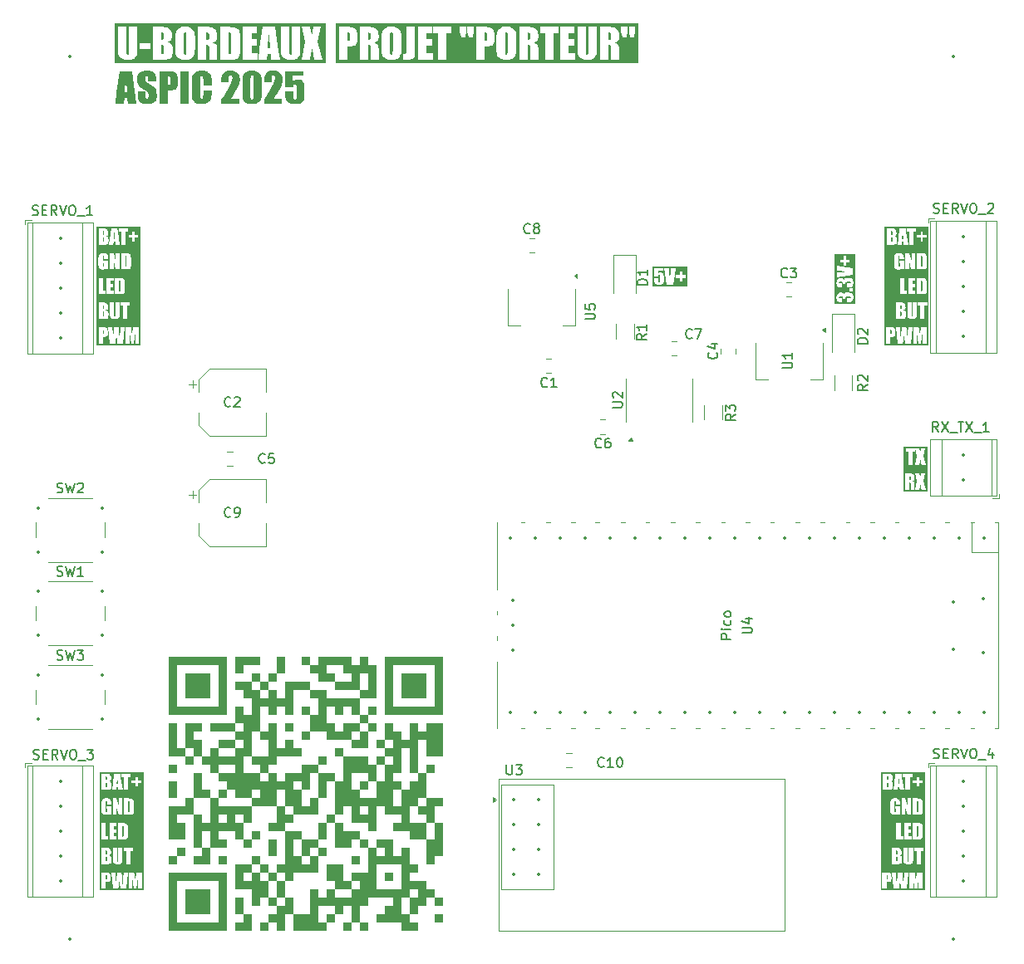
<source format=gto>
%TF.GenerationSoftware,KiCad,Pcbnew,8.0.5*%
%TF.CreationDate,2025-02-14T12:54:28+01:00*%
%TF.ProjectId,main_board,6d61696e-5f62-46f6-9172-642e6b696361,rev?*%
%TF.SameCoordinates,Original*%
%TF.FileFunction,Legend,Top*%
%TF.FilePolarity,Positive*%
%FSLAX46Y46*%
G04 Gerber Fmt 4.6, Leading zero omitted, Abs format (unit mm)*
G04 Created by KiCad (PCBNEW 8.0.5) date 2025-02-14 12:54:28*
%MOMM*%
%LPD*%
G01*
G04 APERTURE LIST*
%ADD10C,0.100000*%
%ADD11C,0.150000*%
%ADD12C,0.120000*%
%ADD13C,0.000000*%
%ADD14C,0.350000*%
G04 APERTURE END LIST*
D10*
G36*
X167856217Y-78435114D02*
G01*
X164305838Y-78435114D01*
X164305838Y-77611922D01*
X164472505Y-77611922D01*
X164472505Y-77702414D01*
X164472706Y-77730975D01*
X164475711Y-77810972D01*
X164483775Y-77893526D01*
X164499002Y-77973663D01*
X164523796Y-78045697D01*
X164530530Y-78059314D01*
X164572483Y-78121002D01*
X164628246Y-78172029D01*
X164697819Y-78212393D01*
X164753338Y-78234234D01*
X164830077Y-78254433D01*
X164903350Y-78264943D01*
X164981385Y-78268447D01*
X164999120Y-78268299D01*
X165074674Y-78263988D01*
X165150465Y-78252195D01*
X165223918Y-78230711D01*
X165259729Y-78215414D01*
X165326626Y-78174405D01*
X165378890Y-78122634D01*
X165392206Y-78104762D01*
X165429251Y-78039146D01*
X165451431Y-77968761D01*
X165455466Y-77946498D01*
X165463790Y-77870105D01*
X165467574Y-77791051D01*
X165468650Y-77708276D01*
X165468650Y-77469773D01*
X165467270Y-77403953D01*
X165460027Y-77315656D01*
X165446576Y-77239879D01*
X165423037Y-77167295D01*
X165380356Y-77099012D01*
X165344434Y-77066142D01*
X165279489Y-77029589D01*
X165201272Y-77008337D01*
X165120604Y-77002292D01*
X165074230Y-77005083D01*
X164997656Y-77024171D01*
X164929949Y-77061342D01*
X164871110Y-77116598D01*
X164871110Y-76814713D01*
X165387317Y-76814713D01*
X165387317Y-76580240D01*
X165518842Y-76580240D01*
X165769435Y-78245000D01*
X166427791Y-78245000D01*
X166555152Y-77283660D01*
X166696336Y-77283660D01*
X166696336Y-77541580D01*
X167066364Y-77541580D01*
X167066364Y-77916737D01*
X167317690Y-77916737D01*
X167317690Y-77541580D01*
X167689550Y-77541580D01*
X167689550Y-77283660D01*
X167317690Y-77283660D01*
X167317690Y-76908503D01*
X167066364Y-76908503D01*
X167066364Y-77283660D01*
X166696336Y-77283660D01*
X166555152Y-77283660D01*
X166648343Y-76580240D01*
X166190754Y-76580240D01*
X166160712Y-76887254D01*
X166158402Y-76910782D01*
X166149220Y-77007445D01*
X166142394Y-77082617D01*
X166135619Y-77160082D01*
X166128895Y-77239839D01*
X166122224Y-77321889D01*
X166115603Y-77406231D01*
X166109034Y-77492867D01*
X166102517Y-77581794D01*
X166096051Y-77673015D01*
X166089637Y-77766528D01*
X166085245Y-77703376D01*
X166077986Y-77605900D01*
X166069922Y-77505127D01*
X166061053Y-77401057D01*
X166051379Y-77293689D01*
X166044483Y-77220279D01*
X166037228Y-77145403D01*
X166029616Y-77069062D01*
X166021647Y-76991255D01*
X166013319Y-76911983D01*
X166004633Y-76831246D01*
X165995590Y-76749043D01*
X165986189Y-76665374D01*
X165976431Y-76580240D01*
X165518842Y-76580240D01*
X165387317Y-76580240D01*
X164494121Y-76580240D01*
X164476535Y-77400896D01*
X164888695Y-77400896D01*
X164888888Y-77372607D01*
X164894191Y-77297948D01*
X164919470Y-77256182D01*
X164967830Y-77236765D01*
X165032676Y-77273035D01*
X165048673Y-77333597D01*
X165052460Y-77408590D01*
X165052460Y-77759567D01*
X165051791Y-77813352D01*
X165050677Y-77890419D01*
X165048796Y-77968394D01*
X165028280Y-78013457D01*
X164978454Y-78033974D01*
X164938941Y-78025532D01*
X164900052Y-77962533D01*
X164898023Y-77948271D01*
X164891900Y-77873902D01*
X164889405Y-77799936D01*
X164888695Y-77721099D01*
X164888695Y-77611922D01*
X164472505Y-77611922D01*
X164305838Y-77611922D01*
X164305838Y-76413573D01*
X167856217Y-76413573D01*
X167856217Y-78435114D01*
G37*
G36*
X184935114Y-80187828D02*
G01*
X182890126Y-80187828D01*
X182890126Y-79564671D01*
X183056793Y-79564671D01*
X183057550Y-79608188D01*
X183063603Y-79688422D01*
X183078317Y-79770568D01*
X183101270Y-79840372D01*
X183142889Y-79911984D01*
X183173666Y-79943437D01*
X183239022Y-79982672D01*
X183312475Y-80005808D01*
X183387518Y-80017323D01*
X183473715Y-80021161D01*
X183619528Y-80021161D01*
X183619528Y-79604971D01*
X183465289Y-79604971D01*
X183399861Y-79603110D01*
X183324239Y-79589217D01*
X183291266Y-79529866D01*
X183321308Y-79473446D01*
X183370829Y-79459439D01*
X183444406Y-79455495D01*
X183543691Y-79455495D01*
X183598183Y-79457313D01*
X183671919Y-79470882D01*
X183724675Y-79521440D01*
X183731051Y-79554477D01*
X183735809Y-79630481D01*
X183736765Y-79704989D01*
X183971238Y-79704989D01*
X183971559Y-79690095D01*
X183975406Y-79613777D01*
X183987358Y-79541224D01*
X183992460Y-79528453D01*
X184045976Y-79477110D01*
X184112193Y-79459632D01*
X184186294Y-79455495D01*
X184302431Y-79455495D01*
X184348622Y-79455870D01*
X184423455Y-79458876D01*
X184496971Y-79470882D01*
X184533974Y-79534996D01*
X184504298Y-79592148D01*
X184440338Y-79602855D01*
X184363981Y-79604971D01*
X184088475Y-79604971D01*
X184088475Y-80021161D01*
X184217435Y-80021161D01*
X184231840Y-80021126D01*
X184312589Y-80019460D01*
X184394489Y-80014359D01*
X184471861Y-80004364D01*
X184544232Y-79985624D01*
X184605544Y-79952057D01*
X184660016Y-79900222D01*
X184703600Y-79837246D01*
X184707590Y-79830111D01*
X184737797Y-79758421D01*
X184756035Y-79683407D01*
X184765344Y-79609056D01*
X184768447Y-79526569D01*
X184767096Y-79473716D01*
X184759317Y-79395515D01*
X184742299Y-79316899D01*
X184713126Y-79241171D01*
X184673348Y-79178038D01*
X184618105Y-79123550D01*
X184550826Y-79084734D01*
X184492117Y-79064859D01*
X184413149Y-79049287D01*
X184331473Y-79041479D01*
X184251140Y-79039305D01*
X184235068Y-79039350D01*
X184146420Y-79041531D01*
X184071115Y-79046984D01*
X183991465Y-79059343D01*
X183920680Y-79085833D01*
X183899550Y-79101448D01*
X183850663Y-79157828D01*
X183818831Y-79226883D01*
X183805659Y-79203791D01*
X183760557Y-79141233D01*
X183704159Y-79092794D01*
X183657154Y-79072701D01*
X183580629Y-79058413D01*
X183500094Y-79054692D01*
X183474348Y-79055107D01*
X183389873Y-79063096D01*
X183314164Y-79081253D01*
X183238372Y-79114455D01*
X183174030Y-79160938D01*
X183153078Y-79182477D01*
X183112206Y-79245860D01*
X183086102Y-79314811D01*
X183068242Y-79397260D01*
X183059655Y-79476279D01*
X183056793Y-79564671D01*
X182890126Y-79564671D01*
X182890126Y-78932326D01*
X184416737Y-78932326D01*
X184745000Y-78932326D01*
X184745000Y-78617986D01*
X184416737Y-78617986D01*
X184416737Y-78932326D01*
X182890126Y-78932326D01*
X182890126Y-78064043D01*
X183056793Y-78064043D01*
X183057550Y-78107560D01*
X183063603Y-78187794D01*
X183078317Y-78269940D01*
X183101270Y-78339744D01*
X183142889Y-78411356D01*
X183173666Y-78442809D01*
X183239022Y-78482044D01*
X183312475Y-78505180D01*
X183387518Y-78516695D01*
X183473715Y-78520533D01*
X183619528Y-78520533D01*
X183619528Y-78104343D01*
X183465289Y-78104343D01*
X183399861Y-78102482D01*
X183324239Y-78088589D01*
X183291266Y-78029238D01*
X183321308Y-77972818D01*
X183370829Y-77958811D01*
X183444406Y-77954866D01*
X183543691Y-77954866D01*
X183598183Y-77956685D01*
X183671919Y-77970254D01*
X183724675Y-78020812D01*
X183731051Y-78053849D01*
X183735809Y-78129853D01*
X183736765Y-78204361D01*
X183971238Y-78204361D01*
X183971559Y-78189467D01*
X183975406Y-78113149D01*
X183987358Y-78040596D01*
X183992460Y-78027825D01*
X184045976Y-77976482D01*
X184112193Y-77959004D01*
X184186294Y-77954866D01*
X184302431Y-77954866D01*
X184348622Y-77955242D01*
X184423455Y-77958247D01*
X184496971Y-77970254D01*
X184533974Y-78034367D01*
X184504298Y-78091520D01*
X184440338Y-78102227D01*
X184363981Y-78104343D01*
X184088475Y-78104343D01*
X184088475Y-78520533D01*
X184217435Y-78520533D01*
X184231840Y-78520498D01*
X184312589Y-78518832D01*
X184394489Y-78513731D01*
X184471861Y-78503736D01*
X184544232Y-78484996D01*
X184605544Y-78451429D01*
X184660016Y-78399594D01*
X184703600Y-78336618D01*
X184707590Y-78329483D01*
X184737797Y-78257792D01*
X184756035Y-78182779D01*
X184765344Y-78108427D01*
X184768447Y-78025941D01*
X184767096Y-77973088D01*
X184759317Y-77894887D01*
X184742299Y-77816271D01*
X184713126Y-77740543D01*
X184673348Y-77677410D01*
X184618105Y-77622922D01*
X184550826Y-77584106D01*
X184492117Y-77564231D01*
X184413149Y-77548659D01*
X184331473Y-77540850D01*
X184251140Y-77538677D01*
X184235068Y-77538722D01*
X184146420Y-77540903D01*
X184071115Y-77546356D01*
X183991465Y-77558715D01*
X183920680Y-77585205D01*
X183899550Y-77600820D01*
X183850663Y-77657200D01*
X183818831Y-77726255D01*
X183805659Y-77703163D01*
X183760557Y-77640605D01*
X183704159Y-77592166D01*
X183657154Y-77572073D01*
X183580629Y-77557785D01*
X183500094Y-77554064D01*
X183474348Y-77554479D01*
X183389873Y-77562468D01*
X183314164Y-77580625D01*
X183238372Y-77613827D01*
X183174030Y-77660310D01*
X183153078Y-77681849D01*
X183112206Y-77745232D01*
X183086102Y-77814183D01*
X183068242Y-77896632D01*
X183059655Y-77975650D01*
X183056793Y-78064043D01*
X182890126Y-78064043D01*
X182890126Y-76809245D01*
X183080240Y-76809245D01*
X183387254Y-76839287D01*
X183410782Y-76841597D01*
X183507445Y-76850779D01*
X183582617Y-76857605D01*
X183660082Y-76864380D01*
X183739839Y-76871104D01*
X183821889Y-76877776D01*
X183906231Y-76884396D01*
X183992867Y-76890965D01*
X184081794Y-76897482D01*
X184173015Y-76903948D01*
X184266528Y-76910362D01*
X184203376Y-76914754D01*
X184105900Y-76922013D01*
X184005127Y-76930077D01*
X183901057Y-76938946D01*
X183793689Y-76948620D01*
X183720279Y-76955516D01*
X183645403Y-76962771D01*
X183569062Y-76970383D01*
X183491255Y-76978353D01*
X183411983Y-76986680D01*
X183331246Y-76995366D01*
X183249043Y-77004409D01*
X183165374Y-77013810D01*
X183080240Y-77023568D01*
X183080240Y-77481157D01*
X184745000Y-77230564D01*
X184745000Y-76572208D01*
X183080240Y-76351656D01*
X183080240Y-76809245D01*
X182890126Y-76809245D01*
X182890126Y-75682309D01*
X183408503Y-75682309D01*
X183408503Y-75933635D01*
X183783660Y-75933635D01*
X183783660Y-76303663D01*
X184041580Y-76303663D01*
X184041580Y-75933635D01*
X184416737Y-75933635D01*
X184416737Y-75682309D01*
X184041580Y-75682309D01*
X184041580Y-75310449D01*
X183783660Y-75310449D01*
X183783660Y-75682309D01*
X183408503Y-75682309D01*
X182890126Y-75682309D01*
X182890126Y-75143782D01*
X184935114Y-75143782D01*
X184935114Y-80187828D01*
G37*
G36*
X108658934Y-138463211D02*
G01*
X108731612Y-138487254D01*
X108750808Y-138524074D01*
X108758356Y-138597529D01*
X108758356Y-138733450D01*
X108756501Y-138780221D01*
X108734909Y-138854717D01*
X108724965Y-138864553D01*
X108652110Y-138883660D01*
X108620237Y-138882561D01*
X108620237Y-138461608D01*
X108658934Y-138463211D01*
G37*
G36*
X108668788Y-136577928D02*
G01*
X108739672Y-136600697D01*
X108758637Y-136657635D01*
X108762386Y-136731123D01*
X108762386Y-136887194D01*
X108759917Y-136943251D01*
X108737107Y-137014689D01*
X108695250Y-137034931D01*
X108620237Y-137043632D01*
X108620237Y-136574685D01*
X108668788Y-136577928D01*
G37*
G36*
X108636311Y-135941997D02*
G01*
X108710362Y-135951133D01*
X108747732Y-135991067D01*
X108757749Y-136028003D01*
X108762386Y-136102076D01*
X108762232Y-136129200D01*
X108759020Y-136210859D01*
X108744801Y-136284159D01*
X108734898Y-136296435D01*
X108663468Y-136315666D01*
X108620237Y-136316765D01*
X108620237Y-135941608D01*
X108636311Y-135941997D01*
G37*
G36*
X110311960Y-133421975D02*
G01*
X110387578Y-133436629D01*
X110420551Y-133483890D01*
X110426848Y-133555789D01*
X110427878Y-133629703D01*
X110427878Y-134280366D01*
X110427350Y-134329626D01*
X110423129Y-134409096D01*
X110406263Y-134485896D01*
X110366604Y-134514198D01*
X110290858Y-134523632D01*
X110290858Y-133421608D01*
X110311960Y-133421975D01*
G37*
G36*
X110936244Y-130901975D02*
G01*
X111011863Y-130916629D01*
X111044836Y-130963890D01*
X111051132Y-131035789D01*
X111052163Y-131109703D01*
X111052163Y-131760366D01*
X111051635Y-131809626D01*
X111047413Y-131889096D01*
X111030547Y-131965896D01*
X110990888Y-131994198D01*
X110915143Y-132003632D01*
X110915143Y-130901608D01*
X110936244Y-130901975D01*
G37*
G36*
X108668788Y-129017928D02*
G01*
X108739672Y-129040697D01*
X108758637Y-129097635D01*
X108762386Y-129171123D01*
X108762386Y-129327194D01*
X108759917Y-129383251D01*
X108737107Y-129454689D01*
X108695250Y-129474931D01*
X108620237Y-129483632D01*
X108620237Y-129014685D01*
X108668788Y-129017928D01*
G37*
G36*
X108636311Y-128381997D02*
G01*
X108710362Y-128391133D01*
X108747732Y-128431067D01*
X108757749Y-128468003D01*
X108762386Y-128542076D01*
X108762232Y-128569200D01*
X108759020Y-128650859D01*
X108744801Y-128724159D01*
X108734898Y-128736435D01*
X108663468Y-128755666D01*
X108620237Y-128756765D01*
X108620237Y-128381608D01*
X108636311Y-128381997D01*
G37*
G36*
X109805379Y-128529577D02*
G01*
X109811562Y-128607623D01*
X109817744Y-128683158D01*
X109823927Y-128756181D01*
X109832170Y-128849638D01*
X109840413Y-128938631D01*
X109848656Y-129023158D01*
X109856899Y-129103220D01*
X109865143Y-129178817D01*
X109716765Y-129178817D01*
X109720291Y-129133370D01*
X109728099Y-129047063D01*
X109736085Y-128968512D01*
X109745616Y-128881512D01*
X109756693Y-128786063D01*
X109766015Y-128708931D01*
X109776206Y-128627046D01*
X109787267Y-128540409D01*
X109799197Y-128449019D01*
X109805379Y-128529577D01*
G37*
G36*
X112455676Y-140011667D02*
G01*
X108007704Y-140011667D01*
X108007704Y-138882561D01*
X108186461Y-138882561D01*
X108186461Y-139845000D01*
X108620237Y-139845000D01*
X108620237Y-139165027D01*
X108736741Y-139165027D01*
X108745572Y-139164990D01*
X108820289Y-139161271D01*
X108893247Y-139150001D01*
X108966817Y-139126559D01*
X108982886Y-139118985D01*
X109045016Y-139075888D01*
X109088084Y-139015551D01*
X109090113Y-139010934D01*
X109110624Y-138935739D01*
X109118996Y-138858724D01*
X109121057Y-138785108D01*
X109121057Y-138641493D01*
X109119695Y-138560932D01*
X109114986Y-138486442D01*
X109103838Y-138413248D01*
X109081196Y-138348698D01*
X109038991Y-138287219D01*
X109029639Y-138277680D01*
X108965514Y-138234094D01*
X108895743Y-138207718D01*
X108850159Y-138197011D01*
X108771477Y-138186278D01*
X108697042Y-138181555D01*
X108623534Y-138180240D01*
X109153663Y-138180240D01*
X109347470Y-139845000D01*
X109886392Y-139845000D01*
X109892232Y-139803842D01*
X109903512Y-139724078D01*
X109914257Y-139647714D01*
X109924467Y-139574750D01*
X109938777Y-139471680D01*
X109951884Y-139376261D01*
X109963786Y-139288492D01*
X109974484Y-139208374D01*
X109986875Y-139113452D01*
X109997124Y-139032130D01*
X110006926Y-138949605D01*
X110014048Y-139012694D01*
X110024995Y-139105546D01*
X110036258Y-139196260D01*
X110047836Y-139284836D01*
X110059729Y-139371273D01*
X110071938Y-139455573D01*
X110084463Y-139537734D01*
X110097303Y-139617758D01*
X110110459Y-139695643D01*
X110123931Y-139771390D01*
X110137718Y-139845000D01*
X110679570Y-139845000D01*
X110950314Y-139845000D01*
X111329501Y-139845000D01*
X111329501Y-138744441D01*
X111489235Y-139845000D01*
X111758147Y-139845000D01*
X111909822Y-138720994D01*
X111909822Y-139845000D01*
X112289009Y-139845000D01*
X112289009Y-138180240D01*
X111723342Y-138180240D01*
X111624424Y-138957665D01*
X111564706Y-138531584D01*
X111559511Y-138493821D01*
X111547590Y-138409589D01*
X111535950Y-138330791D01*
X111524590Y-138257429D01*
X111511950Y-138180240D01*
X110950314Y-138180240D01*
X110950314Y-139845000D01*
X110679570Y-139845000D01*
X110872278Y-138180240D01*
X110450959Y-138180240D01*
X110440571Y-138252438D01*
X110430563Y-138325051D01*
X110420936Y-138398080D01*
X110411689Y-138471523D01*
X110402824Y-138545381D01*
X110394339Y-138619654D01*
X110386234Y-138694342D01*
X110378510Y-138769446D01*
X110371167Y-138844964D01*
X110364205Y-138920897D01*
X110357623Y-138997245D01*
X110351422Y-139074009D01*
X110345602Y-139151187D01*
X110340162Y-139228781D01*
X110335103Y-139306789D01*
X110330425Y-139385212D01*
X110283164Y-138727222D01*
X110278470Y-138669186D01*
X110271858Y-138588095D01*
X110265762Y-138514158D01*
X110258435Y-138426706D01*
X110252023Y-138351974D01*
X110244123Y-138263724D01*
X110235537Y-138180240D01*
X109784176Y-138180240D01*
X109772504Y-138267582D01*
X109761393Y-138352929D01*
X109750843Y-138436282D01*
X109740853Y-138517639D01*
X109731425Y-138597001D01*
X109722558Y-138674368D01*
X109714252Y-138749741D01*
X109702845Y-138859059D01*
X109692699Y-138963888D01*
X109683817Y-139064228D01*
X109676196Y-139160080D01*
X109669837Y-139251443D01*
X109664741Y-139338318D01*
X109619312Y-138759096D01*
X109574982Y-138180240D01*
X109153663Y-138180240D01*
X108623534Y-138180240D01*
X108186461Y-138180240D01*
X108186461Y-138882561D01*
X108007704Y-138882561D01*
X108007704Y-136316765D01*
X108186461Y-136316765D01*
X108186461Y-137043632D01*
X108186461Y-137325000D01*
X108688381Y-137325000D01*
X108720430Y-137324882D01*
X108794481Y-137323562D01*
X108871890Y-137320041D01*
X108955667Y-137312062D01*
X109034595Y-137294958D01*
X109050057Y-137288874D01*
X109115198Y-137244932D01*
X109157693Y-137183583D01*
X109166795Y-137161790D01*
X109185568Y-137087750D01*
X109194101Y-137011781D01*
X109196528Y-136932623D01*
X109196528Y-136777651D01*
X109196317Y-136757557D01*
X109191268Y-136683792D01*
X109182088Y-136638799D01*
X109339410Y-136638799D01*
X109339570Y-136705684D01*
X109340221Y-136780853D01*
X109341664Y-136858682D01*
X109344258Y-136932423D01*
X109349668Y-137005896D01*
X109354010Y-137032939D01*
X109378253Y-137106469D01*
X109416713Y-137171859D01*
X109462550Y-137222297D01*
X109521981Y-137265809D01*
X109587805Y-137299354D01*
X109616931Y-137310860D01*
X109694554Y-137332914D01*
X109770289Y-137344563D01*
X109851587Y-137348447D01*
X109860001Y-137348406D01*
X109940287Y-137343555D01*
X110013559Y-137330618D01*
X110086060Y-137307048D01*
X110133436Y-137283944D01*
X110195311Y-137240272D01*
X110246161Y-137185781D01*
X110260610Y-137165786D01*
X110297130Y-137101670D01*
X110319434Y-137029344D01*
X110324288Y-136990657D01*
X110329154Y-136916841D01*
X110331295Y-136842074D01*
X110331891Y-136765195D01*
X110331891Y-135988503D01*
X110419085Y-135988503D01*
X110675540Y-135988503D01*
X110675540Y-137325000D01*
X111109316Y-137325000D01*
X111109316Y-135988503D01*
X111366870Y-135988503D01*
X111366870Y-135660240D01*
X110419085Y-135660240D01*
X110419085Y-135988503D01*
X110331891Y-135988503D01*
X110331891Y-135660240D01*
X109898115Y-135660240D01*
X109898115Y-136877302D01*
X109896415Y-136957227D01*
X109886025Y-137034106D01*
X109832903Y-137067079D01*
X109784909Y-137037037D01*
X109775120Y-136973852D01*
X109773185Y-136898918D01*
X109773185Y-135660240D01*
X109339410Y-135660240D01*
X109339410Y-136638799D01*
X109182088Y-136638799D01*
X109175490Y-136606462D01*
X109142672Y-136535484D01*
X109139234Y-136530583D01*
X109083189Y-136478625D01*
X109015626Y-136445008D01*
X108938607Y-136422278D01*
X108986160Y-136409810D01*
X109057016Y-136382135D01*
X109119591Y-136334351D01*
X109147498Y-136279070D01*
X109161764Y-136206581D01*
X109165387Y-136131751D01*
X109165323Y-136118448D01*
X109162284Y-136043469D01*
X109152975Y-135966478D01*
X109134737Y-135892312D01*
X109100540Y-135820341D01*
X109056004Y-135766260D01*
X108997758Y-135721481D01*
X108929815Y-135692114D01*
X108923123Y-135690153D01*
X108845499Y-135673967D01*
X108769387Y-135665501D01*
X108692571Y-135661361D01*
X108619138Y-135660240D01*
X108186461Y-135660240D01*
X108186461Y-136316765D01*
X108007704Y-136316765D01*
X108007704Y-134805000D01*
X108186461Y-134805000D01*
X108884019Y-134805000D01*
X108985136Y-134805000D01*
X109737281Y-134805000D01*
X109737281Y-134523632D01*
X109857083Y-134523632D01*
X109857083Y-134805000D01*
X110404064Y-134805000D01*
X110485447Y-134803666D01*
X110561324Y-134799058D01*
X110637072Y-134788147D01*
X110704070Y-134766449D01*
X110766765Y-134728429D01*
X110809221Y-134681079D01*
X110840404Y-134610094D01*
X110851610Y-134548399D01*
X110858146Y-134468034D01*
X110860906Y-134389259D01*
X110861653Y-134310408D01*
X110861653Y-133727522D01*
X110861138Y-133644257D01*
X110859235Y-133560985D01*
X110855342Y-133484105D01*
X110846999Y-133410251D01*
X110843937Y-133395205D01*
X110817130Y-133324032D01*
X110774825Y-133263705D01*
X110742745Y-133233068D01*
X110676453Y-133193245D01*
X110606664Y-133169183D01*
X110575821Y-133162400D01*
X110495037Y-133151546D01*
X110417740Y-133145780D01*
X110342385Y-133142530D01*
X110257084Y-133140692D01*
X110181681Y-133140240D01*
X109857083Y-133140240D01*
X109857083Y-134523632D01*
X109737281Y-134523632D01*
X109737281Y-134476737D01*
X109418911Y-134476737D01*
X109418911Y-134101580D01*
X109690020Y-134101580D01*
X109690020Y-133773318D01*
X109418911Y-133773318D01*
X109418911Y-133468503D01*
X109708705Y-133468503D01*
X109708705Y-133140240D01*
X108985136Y-133140240D01*
X108985136Y-134805000D01*
X108884019Y-134805000D01*
X108884019Y-134476737D01*
X108620237Y-134476737D01*
X108620237Y-133140240D01*
X108186461Y-133140240D01*
X108186461Y-134805000D01*
X108007704Y-134805000D01*
X108007704Y-131222909D01*
X108174371Y-131222909D01*
X108174371Y-131710907D01*
X108174419Y-131731735D01*
X108175552Y-131808465D01*
X108179094Y-131889567D01*
X108186461Y-131965163D01*
X108190154Y-131986207D01*
X108212183Y-132058054D01*
X108248377Y-132127096D01*
X108272207Y-132159582D01*
X108328090Y-132213679D01*
X108393091Y-132256423D01*
X108447950Y-132281571D01*
X108524431Y-132302299D01*
X108597889Y-132308447D01*
X108609243Y-132308319D01*
X108683435Y-132300295D01*
X108756891Y-132275840D01*
X108761081Y-132273736D01*
X108822001Y-132228296D01*
X108868632Y-132165565D01*
X108908932Y-132285000D01*
X109181873Y-132285000D01*
X109344173Y-132285000D01*
X109706873Y-132285000D01*
X109706873Y-131528091D01*
X109932554Y-132285000D01*
X110312840Y-132285000D01*
X110312840Y-132003632D01*
X110481367Y-132003632D01*
X110481367Y-132285000D01*
X111028349Y-132285000D01*
X111109731Y-132283666D01*
X111185609Y-132279058D01*
X111261357Y-132268147D01*
X111328354Y-132246449D01*
X111391050Y-132208429D01*
X111433505Y-132161079D01*
X111464689Y-132090094D01*
X111475895Y-132028399D01*
X111482431Y-131948034D01*
X111485191Y-131869259D01*
X111485938Y-131790408D01*
X111485938Y-131207522D01*
X111485423Y-131124257D01*
X111483520Y-131040985D01*
X111479627Y-130964105D01*
X111471284Y-130890251D01*
X111468221Y-130875205D01*
X111441415Y-130804032D01*
X111399110Y-130743705D01*
X111367030Y-130713068D01*
X111300738Y-130673245D01*
X111230949Y-130649183D01*
X111200105Y-130642400D01*
X111119322Y-130631546D01*
X111042025Y-130625780D01*
X110966670Y-130622530D01*
X110881368Y-130620692D01*
X110805966Y-130620240D01*
X110481367Y-130620240D01*
X110481367Y-132003632D01*
X110312840Y-132003632D01*
X110312840Y-130620240D01*
X109950139Y-130620240D01*
X109950139Y-131369822D01*
X109706873Y-130620240D01*
X109344173Y-130620240D01*
X109344173Y-132285000D01*
X109181873Y-132285000D01*
X109181873Y-131394002D01*
X108674092Y-131394002D01*
X108674092Y-131651922D01*
X108761653Y-131651922D01*
X108761653Y-131839867D01*
X108759232Y-131912699D01*
X108744434Y-131988977D01*
X108680321Y-132027079D01*
X108622435Y-131992274D01*
X108610505Y-131924467D01*
X108608147Y-131847561D01*
X108608147Y-131063907D01*
X108610156Y-130983330D01*
X108622435Y-130908569D01*
X108677023Y-130878161D01*
X108735642Y-130912965D01*
X108740495Y-130932958D01*
X108746881Y-131008977D01*
X108748098Y-131084790D01*
X108748098Y-131229870D01*
X109181873Y-131229870D01*
X109181873Y-131159528D01*
X109180050Y-131076571D01*
X109174580Y-131002730D01*
X109163864Y-130929503D01*
X109143771Y-130854713D01*
X109138667Y-130841683D01*
X109098363Y-130774059D01*
X109043766Y-130718517D01*
X108980006Y-130673363D01*
X108964045Y-130664091D01*
X108895134Y-130632984D01*
X108818118Y-130611449D01*
X108744079Y-130600457D01*
X108663834Y-130596793D01*
X108639889Y-130597141D01*
X108560498Y-130603835D01*
X108487979Y-130619050D01*
X108413516Y-130646870D01*
X108348028Y-130685819D01*
X108333153Y-130696972D01*
X108275496Y-130748895D01*
X108229242Y-130809917D01*
X108200017Y-130881092D01*
X108194006Y-130909674D01*
X108183412Y-130988760D01*
X108177978Y-131064417D01*
X108175273Y-131139117D01*
X108174371Y-131222909D01*
X108007704Y-131222909D01*
X108007704Y-128756765D01*
X108186461Y-128756765D01*
X108186461Y-129483632D01*
X108186461Y-129765000D01*
X108688381Y-129765000D01*
X109246720Y-129765000D01*
X109696249Y-129765000D01*
X109721894Y-129460184D01*
X109877599Y-129460184D01*
X109899214Y-129765000D01*
X110343248Y-129765000D01*
X110143832Y-128428503D01*
X110221249Y-128428503D01*
X110477704Y-128428503D01*
X110477704Y-129765000D01*
X110911479Y-129765000D01*
X110911479Y-128803660D01*
X111241939Y-128803660D01*
X111241939Y-129061580D01*
X111611967Y-129061580D01*
X111611967Y-129436737D01*
X111863293Y-129436737D01*
X111863293Y-129061580D01*
X112235153Y-129061580D01*
X112235153Y-128803660D01*
X111863293Y-128803660D01*
X111863293Y-128428503D01*
X111611967Y-128428503D01*
X111611967Y-128803660D01*
X111241939Y-128803660D01*
X110911479Y-128803660D01*
X110911479Y-128428503D01*
X111169033Y-128428503D01*
X111169033Y-128100240D01*
X110221249Y-128100240D01*
X110221249Y-128428503D01*
X110143832Y-128428503D01*
X110094853Y-128100240D01*
X109467271Y-128100240D01*
X109324379Y-129178817D01*
X109246720Y-129765000D01*
X108688381Y-129765000D01*
X108720430Y-129764882D01*
X108794481Y-129763562D01*
X108871890Y-129760041D01*
X108955667Y-129752062D01*
X109034595Y-129734958D01*
X109050057Y-129728874D01*
X109115198Y-129684932D01*
X109157693Y-129623583D01*
X109166795Y-129601790D01*
X109185568Y-129527750D01*
X109194101Y-129451781D01*
X109196528Y-129372623D01*
X109196528Y-129217651D01*
X109196317Y-129197557D01*
X109191268Y-129123792D01*
X109175490Y-129046462D01*
X109142672Y-128975484D01*
X109139234Y-128970583D01*
X109083189Y-128918625D01*
X109015626Y-128885008D01*
X108938607Y-128862278D01*
X108986160Y-128849810D01*
X109057016Y-128822135D01*
X109119591Y-128774351D01*
X109147498Y-128719070D01*
X109161764Y-128646581D01*
X109165387Y-128571751D01*
X109165323Y-128558448D01*
X109162284Y-128483469D01*
X109152975Y-128406478D01*
X109134737Y-128332312D01*
X109100540Y-128260341D01*
X109056004Y-128206260D01*
X108997758Y-128161481D01*
X108929815Y-128132114D01*
X108923123Y-128130153D01*
X108845499Y-128113967D01*
X108769387Y-128105501D01*
X108692571Y-128101361D01*
X108619138Y-128100240D01*
X108186461Y-128100240D01*
X108186461Y-128756765D01*
X108007704Y-128756765D01*
X108007704Y-127933573D01*
X112455676Y-127933573D01*
X112455676Y-140011667D01*
G37*
G36*
X137829553Y-52540069D02*
G01*
X137851592Y-52683524D01*
X137855198Y-52831695D01*
X137855198Y-54332323D01*
X137854979Y-54384592D01*
X137850430Y-54544400D01*
X137830286Y-54697955D01*
X137717445Y-54774159D01*
X137606803Y-54707480D01*
X137596545Y-54660540D01*
X137585646Y-54512938D01*
X137583356Y-54356503D01*
X137583356Y-52831695D01*
X137587599Y-52681711D01*
X137619260Y-52527613D01*
X137723307Y-52476322D01*
X137829553Y-52540069D01*
G37*
G36*
X149532693Y-52540069D02*
G01*
X149554732Y-52683524D01*
X149558339Y-52831695D01*
X149558339Y-54332323D01*
X149558120Y-54384592D01*
X149553570Y-54544400D01*
X149533426Y-54697955D01*
X149420586Y-54774159D01*
X149309944Y-54707480D01*
X149299685Y-54660540D01*
X149288786Y-54512938D01*
X149286496Y-54356503D01*
X149286496Y-52831695D01*
X149290739Y-52681711D01*
X149322400Y-52527613D01*
X149426448Y-52476322D01*
X149532693Y-52540069D01*
G37*
G36*
X133317868Y-52526422D02*
G01*
X133463224Y-52574508D01*
X133501617Y-52648149D01*
X133516713Y-52795059D01*
X133516713Y-53066901D01*
X133513003Y-53160442D01*
X133469818Y-53309434D01*
X133449931Y-53329106D01*
X133304221Y-53367320D01*
X133240474Y-53365122D01*
X133240474Y-52523217D01*
X133317868Y-52526422D01*
G37*
G36*
X135409030Y-52525636D02*
G01*
X135554431Y-52573775D01*
X135593500Y-52638550D01*
X135611584Y-52784068D01*
X135611584Y-52969448D01*
X135605859Y-53090921D01*
X135552965Y-53233230D01*
X135496637Y-53257788D01*
X135347801Y-53273531D01*
X135347801Y-52523217D01*
X135409030Y-52525636D01*
G37*
G36*
X147280744Y-52526422D02*
G01*
X147426099Y-52574508D01*
X147464492Y-52648149D01*
X147479588Y-52795059D01*
X147479588Y-53066901D01*
X147475878Y-53160442D01*
X147432693Y-53309434D01*
X147412806Y-53329106D01*
X147267096Y-53367320D01*
X147203349Y-53365122D01*
X147203349Y-52523217D01*
X147280744Y-52526422D01*
G37*
G36*
X151666811Y-52525636D02*
G01*
X151812212Y-52573775D01*
X151851281Y-52638550D01*
X151869364Y-52784068D01*
X151869364Y-52969448D01*
X151863640Y-53090921D01*
X151810746Y-53233230D01*
X151754418Y-53257788D01*
X151605582Y-53273531D01*
X151605582Y-52523217D01*
X151666811Y-52525636D01*
G37*
G36*
X159899749Y-52525636D02*
G01*
X160045150Y-52573775D01*
X160084219Y-52638550D01*
X160102302Y-52784068D01*
X160102302Y-52969448D01*
X160096578Y-53090921D01*
X160043684Y-53233230D01*
X159987356Y-53257788D01*
X159838520Y-53273531D01*
X159838520Y-52523217D01*
X159899749Y-52525636D01*
G37*
G36*
X162877087Y-55670227D02*
G01*
X132039590Y-55670227D01*
X132039590Y-53365122D01*
X132372923Y-53365122D01*
X132372923Y-55290000D01*
X133240474Y-55290000D01*
X133240474Y-53930055D01*
X133473482Y-53930055D01*
X133491144Y-53929980D01*
X133640578Y-53922542D01*
X133786494Y-53900002D01*
X133933635Y-53853119D01*
X133965773Y-53837970D01*
X134090033Y-53751777D01*
X134176168Y-53631102D01*
X134180226Y-53621868D01*
X134221248Y-53471479D01*
X134237992Y-53317448D01*
X134239222Y-53273531D01*
X134480251Y-53273531D01*
X134480251Y-55290000D01*
X135347801Y-55290000D01*
X135347801Y-53789371D01*
X135428951Y-53793356D01*
X135569085Y-53853119D01*
X135585645Y-53890756D01*
X135607433Y-54037051D01*
X135611584Y-54184312D01*
X135611584Y-55290000D01*
X136417585Y-55290000D01*
X136417585Y-54412923D01*
X136417564Y-54388042D01*
X136416211Y-54231024D01*
X136411381Y-54073244D01*
X136395603Y-53920530D01*
X136370187Y-53851115D01*
X136285694Y-53724891D01*
X136222492Y-53668136D01*
X136084131Y-53598229D01*
X135939846Y-53554166D01*
X136055251Y-53537221D01*
X136200331Y-53490049D01*
X136320865Y-53393698D01*
X136347363Y-53343872D01*
X136715806Y-53343872D01*
X136715806Y-53906608D01*
X136715900Y-53968801D01*
X136717317Y-54141127D01*
X136720434Y-54292072D01*
X136727234Y-54460073D01*
X136739986Y-54616622D01*
X136758991Y-54716227D01*
X136812056Y-54858594D01*
X136894591Y-54992512D01*
X136984193Y-55091759D01*
X137101433Y-55181592D01*
X137238241Y-55251165D01*
X137278703Y-55266486D01*
X137420555Y-55306671D01*
X137573140Y-55330113D01*
X137719644Y-55336894D01*
X137771919Y-55336096D01*
X137921327Y-55324117D01*
X138074284Y-55293949D01*
X138213503Y-55246036D01*
X138326074Y-55188256D01*
X138444770Y-55100635D01*
X138550558Y-54983719D01*
X138606520Y-54896158D01*
X138666764Y-54756573D01*
X138674248Y-54721402D01*
X138899337Y-54721402D01*
X138899337Y-55290000D01*
X139333845Y-55290000D01*
X140424145Y-55290000D01*
X141928436Y-55290000D01*
X141928436Y-54633475D01*
X141291695Y-54633475D01*
X141291695Y-53883161D01*
X141833914Y-53883161D01*
X141833914Y-53226636D01*
X141291695Y-53226636D01*
X141291695Y-52617006D01*
X141871284Y-52617006D01*
X141964340Y-52617006D01*
X142477250Y-52617006D01*
X142477250Y-55290000D01*
X143344801Y-55290000D01*
X143344801Y-53365122D01*
X146335799Y-53365122D01*
X146335799Y-55290000D01*
X147203349Y-55290000D01*
X147203349Y-53930055D01*
X147436357Y-53930055D01*
X147454020Y-53929980D01*
X147603453Y-53922542D01*
X147749369Y-53900002D01*
X147896510Y-53853119D01*
X147928648Y-53837970D01*
X148052909Y-53751777D01*
X148139043Y-53631102D01*
X148143101Y-53621868D01*
X148184123Y-53471479D01*
X148197995Y-53343872D01*
X148418946Y-53343872D01*
X148418946Y-53906608D01*
X148419040Y-53968801D01*
X148420457Y-54141127D01*
X148423574Y-54292072D01*
X148430375Y-54460073D01*
X148443126Y-54616622D01*
X148462131Y-54716227D01*
X148515197Y-54858594D01*
X148597732Y-54992512D01*
X148687333Y-55091759D01*
X148804573Y-55181592D01*
X148941381Y-55251165D01*
X148981844Y-55266486D01*
X149123695Y-55306671D01*
X149276280Y-55330113D01*
X149422784Y-55336894D01*
X149475059Y-55336096D01*
X149624467Y-55324117D01*
X149777424Y-55293949D01*
X149916643Y-55246036D01*
X150029214Y-55188256D01*
X150147910Y-55100635D01*
X150253698Y-54983719D01*
X150309660Y-54896158D01*
X150369904Y-54756573D01*
X150401709Y-54607096D01*
X150409927Y-54519736D01*
X150418239Y-54371679D01*
X150423032Y-54212526D01*
X150425299Y-54054120D01*
X150425889Y-53906608D01*
X150425889Y-53343872D01*
X150425792Y-53281679D01*
X150425723Y-53273531D01*
X150738032Y-53273531D01*
X150738032Y-55290000D01*
X151605582Y-55290000D01*
X151605582Y-53789371D01*
X151686732Y-53793356D01*
X151826866Y-53853119D01*
X151843426Y-53890756D01*
X151865214Y-54037051D01*
X151869364Y-54184312D01*
X151869364Y-55290000D01*
X152675366Y-55290000D01*
X152675366Y-54412923D01*
X152675344Y-54388042D01*
X152673992Y-54231024D01*
X152669162Y-54073244D01*
X152653384Y-53920530D01*
X152627967Y-53851115D01*
X152543475Y-53724891D01*
X152480273Y-53668136D01*
X152341911Y-53598229D01*
X152197627Y-53554166D01*
X152313032Y-53537221D01*
X152458112Y-53490049D01*
X152578646Y-53393698D01*
X152616333Y-53322832D01*
X152654114Y-53179263D01*
X152670738Y-53028550D01*
X152675366Y-52870530D01*
X152675232Y-52844104D01*
X152668809Y-52695074D01*
X152658787Y-52617006D01*
X152849755Y-52617006D01*
X153362665Y-52617006D01*
X153362665Y-55290000D01*
X154230216Y-55290000D01*
X154932170Y-55290000D01*
X156436461Y-55290000D01*
X156436461Y-54633475D01*
X155799720Y-54633475D01*
X155799720Y-53917599D01*
X156663607Y-53917599D01*
X156663928Y-54051368D01*
X156665230Y-54201706D01*
X156668115Y-54357365D01*
X156673305Y-54504847D01*
X156684124Y-54651793D01*
X156692807Y-54705878D01*
X156741293Y-54852939D01*
X156818213Y-54983719D01*
X156909888Y-55084595D01*
X157028749Y-55171618D01*
X157160397Y-55238709D01*
X157218649Y-55261721D01*
X157373896Y-55305828D01*
X157525365Y-55329127D01*
X157687962Y-55336894D01*
X157704790Y-55336813D01*
X157865361Y-55327110D01*
X158011907Y-55301236D01*
X158156908Y-55254096D01*
X158251659Y-55207888D01*
X158375410Y-55120545D01*
X158477110Y-55011563D01*
X158506007Y-54971572D01*
X158579048Y-54843341D01*
X158623656Y-54698688D01*
X158633363Y-54621315D01*
X158643095Y-54473682D01*
X158647377Y-54324148D01*
X158648569Y-54170390D01*
X158648569Y-53273531D01*
X158970969Y-53273531D01*
X158970969Y-55290000D01*
X159838520Y-55290000D01*
X159838520Y-53789371D01*
X159919670Y-53793356D01*
X160059804Y-53853119D01*
X160076363Y-53890756D01*
X160098152Y-54037051D01*
X160102302Y-54184312D01*
X160102302Y-55290000D01*
X160908304Y-55290000D01*
X160908304Y-54412923D01*
X160908282Y-54388042D01*
X160906930Y-54231024D01*
X160902100Y-54073244D01*
X160886322Y-53920530D01*
X160860905Y-53851115D01*
X160776413Y-53724891D01*
X160713210Y-53668136D01*
X160574849Y-53598229D01*
X160430565Y-53554166D01*
X160545969Y-53537221D01*
X160691050Y-53490049D01*
X160811584Y-53393698D01*
X160849270Y-53322832D01*
X160887052Y-53179263D01*
X160903676Y-53028550D01*
X160908304Y-52870530D01*
X160908170Y-52844104D01*
X160901747Y-52695074D01*
X160882077Y-52541847D01*
X160858512Y-52451409D01*
X161131786Y-52451409D01*
X161240963Y-52992163D01*
X161668143Y-52992163D01*
X161762665Y-52451409D01*
X161912875Y-52451409D01*
X162022051Y-52992163D01*
X162447034Y-52992163D01*
X162543754Y-52451409D01*
X162543754Y-51960481D01*
X161912875Y-51960481D01*
X161912875Y-52451409D01*
X161762665Y-52451409D01*
X161762665Y-51960481D01*
X161131786Y-51960481D01*
X161131786Y-52451409D01*
X160858512Y-52451409D01*
X160843540Y-52393950D01*
X160771284Y-52249909D01*
X160677775Y-52142547D01*
X160556733Y-52057838D01*
X160416643Y-52008108D01*
X160356044Y-51996946D01*
X160197683Y-51979085D01*
X160046395Y-51969597D01*
X159899030Y-51964248D01*
X159732309Y-51961225D01*
X159584996Y-51960481D01*
X158970969Y-51960481D01*
X158970969Y-53273531D01*
X158648569Y-53273531D01*
X158648569Y-51960481D01*
X157781018Y-51960481D01*
X157781018Y-54394605D01*
X157777618Y-54554455D01*
X157756838Y-54708213D01*
X157650593Y-54774159D01*
X157554605Y-54714075D01*
X157535028Y-54587704D01*
X157531158Y-54437836D01*
X157531158Y-51960481D01*
X156663607Y-51960481D01*
X156663607Y-53917599D01*
X155799720Y-53917599D01*
X155799720Y-53883161D01*
X156341939Y-53883161D01*
X156341939Y-53226636D01*
X155799720Y-53226636D01*
X155799720Y-52617006D01*
X156379309Y-52617006D01*
X156379309Y-51960481D01*
X154932170Y-51960481D01*
X154932170Y-55290000D01*
X154230216Y-55290000D01*
X154230216Y-52617006D01*
X154745324Y-52617006D01*
X154745324Y-51960481D01*
X152849755Y-51960481D01*
X152849755Y-52617006D01*
X152658787Y-52617006D01*
X152649139Y-52541847D01*
X152610602Y-52393950D01*
X152538346Y-52249909D01*
X152444837Y-52142547D01*
X152323795Y-52057838D01*
X152183705Y-52008108D01*
X152123106Y-51996946D01*
X151964745Y-51979085D01*
X151813457Y-51969597D01*
X151666092Y-51964248D01*
X151499371Y-51961225D01*
X151352058Y-51960481D01*
X150738032Y-51960481D01*
X150738032Y-53273531D01*
X150425723Y-53273531D01*
X150424332Y-53109354D01*
X150421121Y-52958409D01*
X150414114Y-52790408D01*
X150400976Y-52633859D01*
X150382246Y-52534299D01*
X150329249Y-52392173D01*
X150246371Y-52258702D01*
X150157155Y-52159139D01*
X150040175Y-52069290D01*
X149903454Y-52000048D01*
X149876589Y-51989578D01*
X149735911Y-51947361D01*
X149584642Y-51922030D01*
X149422784Y-51913586D01*
X149370371Y-51914391D01*
X149220551Y-51926466D01*
X149067136Y-51956877D01*
X148927459Y-52005177D01*
X148815242Y-52062603D01*
X148696822Y-52149949D01*
X148591137Y-52266762D01*
X148535129Y-52354323D01*
X148474645Y-52493907D01*
X148442393Y-52643384D01*
X148434425Y-52730745D01*
X148428929Y-52831695D01*
X148426365Y-52878802D01*
X148421716Y-53037954D01*
X148419518Y-53196361D01*
X148418946Y-53343872D01*
X148197995Y-53343872D01*
X148200867Y-53317448D01*
X148204989Y-53170216D01*
X148204989Y-52882986D01*
X148202265Y-52721864D01*
X148192848Y-52572885D01*
X148170551Y-52426496D01*
X148125267Y-52297396D01*
X148040858Y-52174438D01*
X148022154Y-52155360D01*
X147893904Y-52068189D01*
X147754361Y-52015436D01*
X147663194Y-51994023D01*
X147505829Y-51972556D01*
X147356960Y-51963111D01*
X147209944Y-51960481D01*
X146335799Y-51960481D01*
X146335799Y-53365122D01*
X143344801Y-53365122D01*
X143344801Y-52617006D01*
X143859909Y-52617006D01*
X143859909Y-52451409D01*
X144686427Y-52451409D01*
X144795603Y-52992163D01*
X145222784Y-52992163D01*
X145317306Y-52451409D01*
X145467515Y-52451409D01*
X145576692Y-52992163D01*
X146001674Y-52992163D01*
X146098394Y-52451409D01*
X146098394Y-51960481D01*
X145467515Y-51960481D01*
X145467515Y-52451409D01*
X145317306Y-52451409D01*
X145317306Y-51960481D01*
X144686427Y-51960481D01*
X144686427Y-52451409D01*
X143859909Y-52451409D01*
X143859909Y-51960481D01*
X141964340Y-51960481D01*
X141964340Y-52617006D01*
X141871284Y-52617006D01*
X141871284Y-51960481D01*
X140424145Y-51960481D01*
X140424145Y-55290000D01*
X139333845Y-55290000D01*
X139453171Y-55287896D01*
X139612490Y-55276089D01*
X139765422Y-55246036D01*
X139886859Y-55188677D01*
X139992568Y-55086301D01*
X140054778Y-54972334D01*
X140086357Y-54828381D01*
X140088761Y-54787084D01*
X140093369Y-54635058D01*
X140095403Y-54487170D01*
X140096365Y-54333228D01*
X140096615Y-54185778D01*
X140096615Y-51960481D01*
X139229064Y-51960481D01*
X139229064Y-54314005D01*
X139228277Y-54420594D01*
X139221004Y-54570460D01*
X139158722Y-54681835D01*
X139155341Y-54684630D01*
X139012909Y-54727264D01*
X138899337Y-54721402D01*
X138674248Y-54721402D01*
X138698569Y-54607096D01*
X138706786Y-54519736D01*
X138715098Y-54371679D01*
X138719892Y-54212526D01*
X138722159Y-54054120D01*
X138722749Y-53906608D01*
X138722749Y-53343872D01*
X138722652Y-53281679D01*
X138721192Y-53109354D01*
X138717981Y-52958409D01*
X138710974Y-52790408D01*
X138697836Y-52633859D01*
X138679106Y-52534299D01*
X138626109Y-52392173D01*
X138543230Y-52258702D01*
X138454015Y-52159139D01*
X138337035Y-52069290D01*
X138200314Y-52000048D01*
X138173449Y-51989578D01*
X138032771Y-51947361D01*
X137881502Y-51922030D01*
X137719644Y-51913586D01*
X137667231Y-51914391D01*
X137517411Y-51926466D01*
X137363995Y-51956877D01*
X137224319Y-52005177D01*
X137112102Y-52062603D01*
X136993681Y-52149949D01*
X136887997Y-52266762D01*
X136831989Y-52354323D01*
X136771504Y-52493907D01*
X136739253Y-52643384D01*
X136731284Y-52730745D01*
X136725788Y-52831695D01*
X136723224Y-52878802D01*
X136718576Y-53037954D01*
X136716378Y-53196361D01*
X136715806Y-53343872D01*
X136347363Y-53343872D01*
X136358552Y-53322832D01*
X136396333Y-53179263D01*
X136412957Y-53028550D01*
X136417585Y-52870530D01*
X136417451Y-52844104D01*
X136411028Y-52695074D01*
X136391358Y-52541847D01*
X136352822Y-52393950D01*
X136280565Y-52249909D01*
X136187056Y-52142547D01*
X136066014Y-52057838D01*
X135925924Y-52008108D01*
X135865325Y-51996946D01*
X135706964Y-51979085D01*
X135555676Y-51969597D01*
X135408311Y-51964248D01*
X135241590Y-51961225D01*
X135094277Y-51960481D01*
X134480251Y-51960481D01*
X134480251Y-53273531D01*
X134239222Y-53273531D01*
X134242114Y-53170216D01*
X134242114Y-52882986D01*
X134239390Y-52721864D01*
X134229973Y-52572885D01*
X134207676Y-52426496D01*
X134162392Y-52297396D01*
X134077983Y-52174438D01*
X134059279Y-52155360D01*
X133931028Y-52068189D01*
X133791486Y-52015436D01*
X133700319Y-51994023D01*
X133542954Y-51972556D01*
X133394084Y-51963111D01*
X133247069Y-51960481D01*
X132372923Y-51960481D01*
X132372923Y-53365122D01*
X132039590Y-53365122D01*
X132039590Y-51580253D01*
X162877087Y-51580253D01*
X162877087Y-55670227D01*
G37*
G36*
X190508353Y-97762818D02*
G01*
X190581053Y-97786887D01*
X190600588Y-97819275D01*
X190609630Y-97892034D01*
X190609630Y-97984724D01*
X190606768Y-98045460D01*
X190580321Y-98116615D01*
X190552157Y-98128894D01*
X190477739Y-98136765D01*
X190477739Y-97761608D01*
X190508353Y-97762818D01*
G37*
G36*
X192296709Y-99311667D02*
G01*
X189877296Y-99311667D01*
X189877296Y-98136765D01*
X190043963Y-98136765D01*
X190043963Y-99145000D01*
X190477739Y-99145000D01*
X190477739Y-98394685D01*
X190518314Y-98396678D01*
X190588381Y-98426559D01*
X190596660Y-98445378D01*
X190607555Y-98518525D01*
X190609630Y-98592156D01*
X190609630Y-99145000D01*
X191012631Y-99145000D01*
X191087369Y-99145000D01*
X191509787Y-99145000D01*
X191551186Y-98872424D01*
X191558141Y-98827986D01*
X191569404Y-98750135D01*
X191579509Y-98672179D01*
X191588458Y-98594118D01*
X191596249Y-98515952D01*
X191603805Y-98562416D01*
X191619192Y-98652484D01*
X191634946Y-98738740D01*
X191651066Y-98821184D01*
X191667553Y-98899815D01*
X191684405Y-98974633D01*
X191705986Y-99062795D01*
X191728140Y-99145000D01*
X192130042Y-99145000D01*
X191901430Y-98216632D01*
X192052739Y-97480240D01*
X191689305Y-97480240D01*
X191596249Y-97957247D01*
X191594058Y-97941371D01*
X191581944Y-97862467D01*
X191567897Y-97784350D01*
X191551919Y-97707020D01*
X191536463Y-97632259D01*
X191521071Y-97555744D01*
X191506856Y-97480240D01*
X191087369Y-97480240D01*
X191244173Y-98216632D01*
X191087369Y-99145000D01*
X191012631Y-99145000D01*
X191012631Y-98706461D01*
X191012620Y-98694021D01*
X191011944Y-98615512D01*
X191009529Y-98536622D01*
X191001640Y-98460265D01*
X190988931Y-98425557D01*
X190946685Y-98362445D01*
X190915084Y-98334068D01*
X190845903Y-98299114D01*
X190773761Y-98277083D01*
X190831463Y-98268610D01*
X190904004Y-98245024D01*
X190964271Y-98196849D01*
X190983114Y-98161416D01*
X191002005Y-98089631D01*
X191010316Y-98014275D01*
X191012631Y-97935265D01*
X191012564Y-97922052D01*
X191009352Y-97847537D01*
X190999517Y-97770923D01*
X190980249Y-97696975D01*
X190944120Y-97624954D01*
X190897366Y-97571273D01*
X190836845Y-97528919D01*
X190766800Y-97504054D01*
X190736501Y-97498473D01*
X190657320Y-97489542D01*
X190581676Y-97484798D01*
X190507994Y-97482124D01*
X190424633Y-97480612D01*
X190350977Y-97480240D01*
X190043963Y-97480240D01*
X190043963Y-98136765D01*
X189877296Y-98136765D01*
X189877296Y-95288503D01*
X190132624Y-95288503D01*
X190389079Y-95288503D01*
X190389079Y-96625000D01*
X190822854Y-96625000D01*
X191087369Y-96625000D01*
X191509787Y-96625000D01*
X191551186Y-96352424D01*
X191558142Y-96307986D01*
X191569404Y-96230135D01*
X191579509Y-96152179D01*
X191588458Y-96074118D01*
X191596249Y-95995952D01*
X191603805Y-96042416D01*
X191619193Y-96132484D01*
X191634946Y-96218740D01*
X191651066Y-96301184D01*
X191667553Y-96379815D01*
X191684406Y-96454633D01*
X191705987Y-96542795D01*
X191728140Y-96625000D01*
X192130042Y-96625000D01*
X191901431Y-95696632D01*
X192052739Y-94960240D01*
X191689306Y-94960240D01*
X191596249Y-95437247D01*
X191594058Y-95421371D01*
X191581944Y-95342467D01*
X191567897Y-95264350D01*
X191551919Y-95187020D01*
X191536463Y-95112259D01*
X191521071Y-95035744D01*
X191506856Y-94960240D01*
X191087369Y-94960240D01*
X191244173Y-95696632D01*
X191087369Y-96625000D01*
X190822854Y-96625000D01*
X190822854Y-95288503D01*
X191080408Y-95288503D01*
X191080408Y-94960240D01*
X190132624Y-94960240D01*
X190132624Y-95288503D01*
X189877296Y-95288503D01*
X189877296Y-94793573D01*
X192296709Y-94793573D01*
X192296709Y-99311667D01*
G37*
G36*
X111768143Y-59790000D02*
G01*
X110880076Y-59790000D01*
X110836845Y-59180369D01*
X110525436Y-59180369D01*
X110474145Y-59790000D01*
X109575087Y-59790000D01*
X109730405Y-58617634D01*
X110515177Y-58617634D01*
X110811933Y-58617634D01*
X110795446Y-58466440D01*
X110778960Y-58306316D01*
X110762473Y-58137262D01*
X110745987Y-57959277D01*
X110729501Y-57772363D01*
X110717136Y-57626317D01*
X110704771Y-57475247D01*
X110692406Y-57319154D01*
X110680041Y-57158039D01*
X110656181Y-57340819D01*
X110634060Y-57514093D01*
X110613677Y-57677862D01*
X110595033Y-57832126D01*
X110572880Y-58023025D01*
X110553817Y-58197025D01*
X110537846Y-58354126D01*
X110522229Y-58526740D01*
X110515177Y-58617634D01*
X109730405Y-58617634D01*
X110016189Y-56460481D01*
X111271353Y-56460481D01*
X111768143Y-59790000D01*
G37*
G36*
X113742114Y-57492163D02*
G01*
X112936113Y-57492163D01*
X112936113Y-57244501D01*
X112927427Y-57096131D01*
X112905338Y-57023949D01*
X112802023Y-56976322D01*
X112684054Y-57036406D01*
X112644738Y-57180900D01*
X112643754Y-57217390D01*
X112658128Y-57368034D01*
X112689183Y-57451863D01*
X112796574Y-57561851D01*
X112922163Y-57647820D01*
X112934647Y-57655561D01*
X113072663Y-57743099D01*
X113197284Y-57826195D01*
X113334224Y-57923819D01*
X113450233Y-58014501D01*
X113561817Y-58114158D01*
X113663712Y-58231486D01*
X113736323Y-58374113D01*
X113780916Y-58536217D01*
X113804533Y-58705332D01*
X113813335Y-58870548D01*
X113813921Y-58929776D01*
X113808701Y-59093404D01*
X113790347Y-59250005D01*
X113749968Y-59401894D01*
X113730390Y-59446350D01*
X113636884Y-59572190D01*
X113517716Y-59665069D01*
X113407990Y-59724787D01*
X113267424Y-59778979D01*
X113114455Y-59815436D01*
X112968069Y-59832953D01*
X112851849Y-59836894D01*
X112704167Y-59830583D01*
X112547409Y-59807914D01*
X112403473Y-59768759D01*
X112256873Y-59705003D01*
X112131834Y-59625134D01*
X112024444Y-59523067D01*
X111944662Y-59394595D01*
X111934473Y-59369413D01*
X111894287Y-59224900D01*
X111870845Y-59066205D01*
X111860129Y-58902372D01*
X111858269Y-58789092D01*
X111858269Y-58570739D01*
X112664270Y-58570739D01*
X112664270Y-58978136D01*
X112671676Y-59125215D01*
X112697976Y-59220669D01*
X112818876Y-59274159D01*
X112947103Y-59206748D01*
X112987568Y-59060917D01*
X112989602Y-59005980D01*
X112983226Y-58857171D01*
X112954890Y-58708708D01*
X112909002Y-58622763D01*
X112791052Y-58522024D01*
X112666496Y-58434157D01*
X112543253Y-58353313D01*
X112503803Y-58328206D01*
X112372560Y-58243421D01*
X112248156Y-58159489D01*
X112121668Y-58066665D01*
X112074424Y-58027055D01*
X111978620Y-57913665D01*
X111905107Y-57774421D01*
X111900767Y-57764005D01*
X111856172Y-57612193D01*
X111836195Y-57459556D01*
X111831891Y-57334626D01*
X111836554Y-57179566D01*
X111853304Y-57026140D01*
X111891371Y-56870034D01*
X111929344Y-56784347D01*
X112019881Y-56664271D01*
X112144216Y-56565628D01*
X112245882Y-56511772D01*
X112391226Y-56459994D01*
X112537208Y-56429791D01*
X112697564Y-56415121D01*
X112773447Y-56413586D01*
X112936113Y-56420410D01*
X113086322Y-56440881D01*
X113240418Y-56480222D01*
X113349371Y-56522763D01*
X113482465Y-56596508D01*
X113600617Y-56699548D01*
X113664445Y-56797536D01*
X113708665Y-56938744D01*
X113731192Y-57094978D01*
X113740218Y-57241819D01*
X113742114Y-57360272D01*
X113742114Y-57492163D01*
G37*
G36*
X115096666Y-56463111D02*
G01*
X115245536Y-56472556D01*
X115402901Y-56494023D01*
X115494068Y-56515436D01*
X115633610Y-56568189D01*
X115761861Y-56655360D01*
X115780565Y-56674438D01*
X115864974Y-56797396D01*
X115910258Y-56926496D01*
X115932555Y-57072885D01*
X115941972Y-57221864D01*
X115944696Y-57382986D01*
X115944696Y-57670216D01*
X115940574Y-57817448D01*
X115923830Y-57971479D01*
X115882808Y-58121868D01*
X115878750Y-58131102D01*
X115792615Y-58251777D01*
X115668355Y-58337970D01*
X115636217Y-58353119D01*
X115489076Y-58400002D01*
X115343160Y-58422542D01*
X115193726Y-58429980D01*
X115176064Y-58430055D01*
X114943056Y-58430055D01*
X114943056Y-59790000D01*
X114075505Y-59790000D01*
X114075505Y-57865122D01*
X114943056Y-57865122D01*
X115006803Y-57867320D01*
X115152513Y-57829106D01*
X115172400Y-57809434D01*
X115215585Y-57660442D01*
X115219295Y-57566901D01*
X115219295Y-57295059D01*
X115204199Y-57148149D01*
X115165806Y-57074508D01*
X115020450Y-57026422D01*
X114943056Y-57023217D01*
X114943056Y-57865122D01*
X114075505Y-57865122D01*
X114075505Y-56460481D01*
X114949651Y-56460481D01*
X115096666Y-56463111D01*
G37*
G36*
X117050383Y-56460481D02*
G01*
X117050383Y-59790000D01*
X116182833Y-59790000D01*
X116182833Y-56460481D01*
X117050383Y-56460481D01*
G37*
G36*
X119416364Y-57914214D02*
G01*
X118548813Y-57914214D01*
X118548813Y-57346350D01*
X118545523Y-57198491D01*
X118525945Y-57051041D01*
X118520969Y-57037871D01*
X118398604Y-56976322D01*
X118266283Y-57042010D01*
X118262316Y-57051060D01*
X118238456Y-57200774D01*
X118233768Y-57358151D01*
X118233740Y-57373461D01*
X118233740Y-58890942D01*
X118237758Y-59046257D01*
X118258856Y-59191904D01*
X118262316Y-59201618D01*
X118392009Y-59274159D01*
X118518771Y-59200153D01*
X118543063Y-59052548D01*
X118548549Y-58899802D01*
X118548813Y-58849909D01*
X118548813Y-58430055D01*
X119416364Y-58430055D01*
X119416364Y-58559748D01*
X119414575Y-58714283D01*
X119407706Y-58880315D01*
X119393180Y-59047256D01*
X119367992Y-59202755D01*
X119343091Y-59294675D01*
X119271763Y-59437048D01*
X119170555Y-59555658D01*
X119049856Y-59653598D01*
X119019225Y-59674228D01*
X118886967Y-59745395D01*
X118740055Y-59796228D01*
X118578489Y-59826728D01*
X118425097Y-59836735D01*
X118402267Y-59836894D01*
X118241953Y-59830408D01*
X118094401Y-59810948D01*
X117941398Y-59772823D01*
X117805065Y-59717754D01*
X117773586Y-59701339D01*
X117647845Y-59616447D01*
X117538995Y-59502817D01*
X117462631Y-59368865D01*
X117446057Y-59324717D01*
X117407449Y-59170286D01*
X117386156Y-59023565D01*
X117372507Y-58853564D01*
X117366891Y-58689318D01*
X117366189Y-58600781D01*
X117366189Y-57640907D01*
X117367346Y-57494236D01*
X117371502Y-57347393D01*
X117380948Y-57195008D01*
X117390369Y-57108946D01*
X117426695Y-56966575D01*
X117495187Y-56828800D01*
X117537648Y-56766762D01*
X117643161Y-56653452D01*
X117763053Y-56566783D01*
X117877634Y-56508108D01*
X118020015Y-56458263D01*
X118175133Y-56426879D01*
X118325629Y-56414417D01*
X118378087Y-56413586D01*
X118539328Y-56420599D01*
X118687737Y-56441636D01*
X118841633Y-56482852D01*
X118978767Y-56542386D01*
X119010432Y-56560132D01*
X119137062Y-56647890D01*
X119246084Y-56758858D01*
X119327495Y-56897287D01*
X119337962Y-56924298D01*
X119375861Y-57065894D01*
X119399137Y-57223969D01*
X119411464Y-57387154D01*
X119416058Y-57545500D01*
X119416364Y-57602072D01*
X119416364Y-57914214D01*
G37*
G36*
X122223447Y-59321053D02*
G01*
X122223447Y-59790000D01*
X120391625Y-59790000D01*
X120391625Y-59414842D01*
X120490801Y-59244251D01*
X120584814Y-59081989D01*
X120673663Y-58928056D01*
X120757349Y-58782452D01*
X120835871Y-58645177D01*
X120909229Y-58516231D01*
X121009586Y-58338429D01*
X121098325Y-58179368D01*
X121175446Y-58039047D01*
X121260202Y-57881104D01*
X121337103Y-57730526D01*
X121358827Y-57684870D01*
X121418784Y-57546345D01*
X121469273Y-57405203D01*
X121505337Y-57254535D01*
X121512700Y-57166099D01*
X121494382Y-57015832D01*
X121465806Y-56952875D01*
X121336748Y-56882807D01*
X121325122Y-56882533D01*
X121189753Y-56949509D01*
X121183705Y-56958736D01*
X121145162Y-57101925D01*
X121137543Y-57260621D01*
X121137543Y-57585952D01*
X120391625Y-57585952D01*
X120391625Y-57467250D01*
X120394416Y-57307280D01*
X120403932Y-57157430D01*
X120420202Y-57034940D01*
X120466033Y-56887690D01*
X120541928Y-56752289D01*
X120562351Y-56723531D01*
X120665755Y-56611439D01*
X120791409Y-56524017D01*
X120856908Y-56491988D01*
X121003294Y-56444212D01*
X121155222Y-56419788D01*
X121292149Y-56413586D01*
X121441263Y-56419758D01*
X121604616Y-56443457D01*
X121750967Y-56484931D01*
X121900222Y-56555782D01*
X122026336Y-56650825D01*
X122042463Y-56666378D01*
X122141819Y-56783425D01*
X122216772Y-56913376D01*
X122267322Y-57056229D01*
X122293468Y-57211986D01*
X122297452Y-57306782D01*
X122288476Y-57455847D01*
X122261549Y-57609216D01*
X122216669Y-57766890D01*
X122162673Y-57908386D01*
X122153838Y-57928869D01*
X122080653Y-58077607D01*
X121989717Y-58241147D01*
X121897365Y-58397894D01*
X121816665Y-58530571D01*
X121726164Y-58676205D01*
X121625861Y-58834796D01*
X121515756Y-59006345D01*
X121395850Y-59190851D01*
X121310467Y-59321053D01*
X122223447Y-59321053D01*
G37*
G36*
X123652360Y-56421063D02*
G01*
X123807807Y-56446909D01*
X123951948Y-56491216D01*
X123992986Y-56508108D01*
X124128692Y-56578114D01*
X124247308Y-56665938D01*
X124316120Y-56739651D01*
X124397043Y-56865634D01*
X124451319Y-57005081D01*
X124461933Y-57047397D01*
X124485151Y-57204086D01*
X124495532Y-57359200D01*
X124499700Y-57524132D01*
X124500034Y-57592547D01*
X124500034Y-58692372D01*
X124498071Y-58846471D01*
X124491018Y-58998798D01*
X124474990Y-59153530D01*
X124459002Y-59238255D01*
X124405988Y-59383432D01*
X124326119Y-59510705D01*
X124287543Y-59557725D01*
X124173340Y-59664793D01*
X124041481Y-59744290D01*
X123974668Y-59771681D01*
X123831099Y-59811420D01*
X123675165Y-59832818D01*
X123564340Y-59836894D01*
X123404532Y-59831504D01*
X123245592Y-59812871D01*
X123093405Y-59777002D01*
X123068283Y-59768750D01*
X122931137Y-59706926D01*
X122807910Y-59615765D01*
X122752477Y-59556259D01*
X122668348Y-59435963D01*
X122602631Y-59301003D01*
X122585415Y-59251444D01*
X122555499Y-59105162D01*
X122541116Y-58942802D01*
X122536514Y-58786433D01*
X122536322Y-58743663D01*
X122536322Y-57592547D01*
X122539104Y-57430224D01*
X122547633Y-57289930D01*
X123368702Y-57289930D01*
X123368702Y-58949560D01*
X123370904Y-59097821D01*
X123381862Y-59246080D01*
X123396545Y-59307131D01*
X123517445Y-59367948D01*
X123638346Y-59296873D01*
X123662818Y-59148831D01*
X123667626Y-58990648D01*
X123667655Y-58975205D01*
X123667655Y-57289930D01*
X123665150Y-57140307D01*
X123652002Y-56990202D01*
X123642009Y-56950676D01*
X123521109Y-56882533D01*
X123398743Y-56955073D01*
X123373660Y-57108118D01*
X123368819Y-57257881D01*
X123368702Y-57289930D01*
X122547633Y-57289930D01*
X122549382Y-57261164D01*
X122567234Y-57113983D01*
X122601314Y-56956899D01*
X122615457Y-56912575D01*
X122680615Y-56779868D01*
X122776256Y-56664763D01*
X122902380Y-56567262D01*
X122931263Y-56549874D01*
X123071861Y-56483993D01*
X123228224Y-56439673D01*
X123380448Y-56418378D01*
X123502791Y-56413586D01*
X123652360Y-56421063D01*
G37*
G36*
X126581716Y-59321053D02*
G01*
X126581716Y-59790000D01*
X124749895Y-59790000D01*
X124749895Y-59414842D01*
X124849071Y-59244251D01*
X124943083Y-59081989D01*
X125031932Y-58928056D01*
X125115618Y-58782452D01*
X125194140Y-58645177D01*
X125267499Y-58516231D01*
X125367855Y-58338429D01*
X125456594Y-58179368D01*
X125533715Y-58039047D01*
X125618472Y-57881104D01*
X125695372Y-57730526D01*
X125717096Y-57684870D01*
X125777053Y-57546345D01*
X125827542Y-57405203D01*
X125863606Y-57254535D01*
X125870969Y-57166099D01*
X125852651Y-57015832D01*
X125824075Y-56952875D01*
X125695017Y-56882807D01*
X125683391Y-56882533D01*
X125548022Y-56949509D01*
X125541974Y-56958736D01*
X125503431Y-57101925D01*
X125495812Y-57260621D01*
X125495812Y-57585952D01*
X124749895Y-57585952D01*
X124749895Y-57467250D01*
X124752685Y-57307280D01*
X124762202Y-57157430D01*
X124778471Y-57034940D01*
X124824303Y-56887690D01*
X124900197Y-56752289D01*
X124920621Y-56723531D01*
X125024024Y-56611439D01*
X125149678Y-56524017D01*
X125215177Y-56491988D01*
X125361563Y-56444212D01*
X125513491Y-56419788D01*
X125650418Y-56413586D01*
X125799533Y-56419758D01*
X125962885Y-56443457D01*
X126109237Y-56484931D01*
X126258491Y-56555782D01*
X126384605Y-56650825D01*
X126400732Y-56666378D01*
X126500089Y-56783425D01*
X126575041Y-56913376D01*
X126625591Y-57056229D01*
X126651738Y-57211986D01*
X126655722Y-57306782D01*
X126646746Y-57455847D01*
X126619818Y-57609216D01*
X126574938Y-57766890D01*
X126520943Y-57908386D01*
X126512107Y-57928869D01*
X126438923Y-58077607D01*
X126347987Y-58241147D01*
X126255634Y-58397894D01*
X126174934Y-58530571D01*
X126084433Y-58676205D01*
X125984130Y-58834796D01*
X125874026Y-59006345D01*
X125754119Y-59190851D01*
X125668736Y-59321053D01*
X126581716Y-59321053D01*
G37*
G36*
X128711758Y-56460481D02*
G01*
X128711758Y-56929427D01*
X127679344Y-56929427D01*
X127679344Y-57533196D01*
X127797022Y-57422685D01*
X127932435Y-57348342D01*
X128085585Y-57310166D01*
X128178332Y-57304584D01*
X128339669Y-57316674D01*
X128496103Y-57359178D01*
X128625992Y-57432285D01*
X128697836Y-57498025D01*
X128783198Y-57634591D01*
X128830277Y-57779759D01*
X128857179Y-57931313D01*
X128871665Y-58107907D01*
X128874424Y-58239546D01*
X128874424Y-58716552D01*
X128872271Y-58882103D01*
X128864704Y-59040211D01*
X128848057Y-59192997D01*
X128839986Y-59237522D01*
X128795627Y-59378292D01*
X128721535Y-59509525D01*
X128694905Y-59545268D01*
X128590376Y-59648811D01*
X128456582Y-59730829D01*
X128384961Y-59761423D01*
X128238055Y-59804391D01*
X128086472Y-59827976D01*
X127935363Y-59836599D01*
X127899895Y-59836894D01*
X127743824Y-59829887D01*
X127597278Y-59808867D01*
X127443800Y-59768469D01*
X127332763Y-59724787D01*
X127193616Y-59644058D01*
X127082090Y-59542005D01*
X126998184Y-59418629D01*
X126984717Y-59391395D01*
X126935129Y-59247326D01*
X126904675Y-59087053D01*
X126888546Y-58921945D01*
X126882536Y-58761950D01*
X126882135Y-58704829D01*
X126882135Y-58523845D01*
X127714515Y-58523845D01*
X127714515Y-58742198D01*
X127715934Y-58899872D01*
X127720925Y-59047805D01*
X127733170Y-59196543D01*
X127737229Y-59225066D01*
X127815007Y-59351064D01*
X127894033Y-59367948D01*
X127993684Y-59326915D01*
X128034717Y-59236789D01*
X128038478Y-59080838D01*
X128040706Y-58926704D01*
X128042044Y-58819134D01*
X128042044Y-58117180D01*
X128034471Y-57967194D01*
X128002477Y-57846071D01*
X127872784Y-57773531D01*
X127776064Y-57812365D01*
X127725505Y-57895896D01*
X127714901Y-58045215D01*
X127714515Y-58101793D01*
X126890195Y-58101793D01*
X126925366Y-56460481D01*
X128711758Y-56460481D01*
G37*
G36*
X108358934Y-82863211D02*
G01*
X108431612Y-82887254D01*
X108450808Y-82924074D01*
X108458356Y-82997529D01*
X108458356Y-83133450D01*
X108456501Y-83180221D01*
X108434909Y-83254717D01*
X108424965Y-83264553D01*
X108352110Y-83283660D01*
X108320237Y-83282561D01*
X108320237Y-82861608D01*
X108358934Y-82863211D01*
G37*
G36*
X108368788Y-80977928D02*
G01*
X108439672Y-81000697D01*
X108458637Y-81057635D01*
X108462386Y-81131123D01*
X108462386Y-81287194D01*
X108459917Y-81343251D01*
X108437107Y-81414689D01*
X108395250Y-81434931D01*
X108320237Y-81443632D01*
X108320237Y-80974685D01*
X108368788Y-80977928D01*
G37*
G36*
X108336311Y-80341997D02*
G01*
X108410362Y-80351133D01*
X108447732Y-80391067D01*
X108457749Y-80428003D01*
X108462386Y-80502076D01*
X108462232Y-80529200D01*
X108459020Y-80610859D01*
X108444801Y-80684159D01*
X108434898Y-80696435D01*
X108363468Y-80715666D01*
X108320237Y-80716765D01*
X108320237Y-80341608D01*
X108336311Y-80341997D01*
G37*
G36*
X110011960Y-77821975D02*
G01*
X110087578Y-77836629D01*
X110120551Y-77883890D01*
X110126848Y-77955789D01*
X110127878Y-78029703D01*
X110127878Y-78680366D01*
X110127350Y-78729626D01*
X110123129Y-78809096D01*
X110106263Y-78885896D01*
X110066604Y-78914198D01*
X109990858Y-78923632D01*
X109990858Y-77821608D01*
X110011960Y-77821975D01*
G37*
G36*
X110636244Y-75301975D02*
G01*
X110711863Y-75316629D01*
X110744836Y-75363890D01*
X110751132Y-75435789D01*
X110752163Y-75509703D01*
X110752163Y-76160366D01*
X110751635Y-76209626D01*
X110747413Y-76289096D01*
X110730547Y-76365896D01*
X110690888Y-76394198D01*
X110615143Y-76403632D01*
X110615143Y-75301608D01*
X110636244Y-75301975D01*
G37*
G36*
X108368788Y-73417928D02*
G01*
X108439672Y-73440697D01*
X108458637Y-73497635D01*
X108462386Y-73571123D01*
X108462386Y-73727194D01*
X108459917Y-73783251D01*
X108437107Y-73854689D01*
X108395250Y-73874931D01*
X108320237Y-73883632D01*
X108320237Y-73414685D01*
X108368788Y-73417928D01*
G37*
G36*
X108336311Y-72781997D02*
G01*
X108410362Y-72791133D01*
X108447732Y-72831067D01*
X108457749Y-72868003D01*
X108462386Y-72942076D01*
X108462232Y-72969200D01*
X108459020Y-73050859D01*
X108444801Y-73124159D01*
X108434898Y-73136435D01*
X108363468Y-73155666D01*
X108320237Y-73156765D01*
X108320237Y-72781608D01*
X108336311Y-72781997D01*
G37*
G36*
X109505379Y-72929577D02*
G01*
X109511562Y-73007623D01*
X109517744Y-73083158D01*
X109523927Y-73156181D01*
X109532170Y-73249638D01*
X109540413Y-73338631D01*
X109548656Y-73423158D01*
X109556899Y-73503220D01*
X109565143Y-73578817D01*
X109416765Y-73578817D01*
X109420291Y-73533370D01*
X109428099Y-73447063D01*
X109436085Y-73368512D01*
X109445616Y-73281512D01*
X109456693Y-73186063D01*
X109466015Y-73108931D01*
X109476206Y-73027046D01*
X109487267Y-72940409D01*
X109499197Y-72849019D01*
X109505379Y-72929577D01*
G37*
G36*
X112155676Y-84411667D02*
G01*
X107707704Y-84411667D01*
X107707704Y-83282561D01*
X107886461Y-83282561D01*
X107886461Y-84245000D01*
X108320237Y-84245000D01*
X108320237Y-83565027D01*
X108436741Y-83565027D01*
X108445572Y-83564990D01*
X108520289Y-83561271D01*
X108593247Y-83550001D01*
X108666817Y-83526559D01*
X108682886Y-83518985D01*
X108745016Y-83475888D01*
X108788084Y-83415551D01*
X108790113Y-83410934D01*
X108810624Y-83335739D01*
X108818996Y-83258724D01*
X108821057Y-83185108D01*
X108821057Y-83041493D01*
X108819695Y-82960932D01*
X108814986Y-82886442D01*
X108803838Y-82813248D01*
X108781196Y-82748698D01*
X108738991Y-82687219D01*
X108729639Y-82677680D01*
X108665514Y-82634094D01*
X108595743Y-82607718D01*
X108550159Y-82597011D01*
X108471477Y-82586278D01*
X108397042Y-82581555D01*
X108323534Y-82580240D01*
X108853663Y-82580240D01*
X109047470Y-84245000D01*
X109586392Y-84245000D01*
X109592232Y-84203842D01*
X109603512Y-84124078D01*
X109614257Y-84047714D01*
X109624467Y-83974750D01*
X109638777Y-83871680D01*
X109651884Y-83776261D01*
X109663786Y-83688492D01*
X109674484Y-83608374D01*
X109686875Y-83513452D01*
X109697124Y-83432130D01*
X109706926Y-83349605D01*
X109714048Y-83412694D01*
X109724995Y-83505546D01*
X109736258Y-83596260D01*
X109747836Y-83684836D01*
X109759729Y-83771273D01*
X109771938Y-83855573D01*
X109784463Y-83937734D01*
X109797303Y-84017758D01*
X109810459Y-84095643D01*
X109823931Y-84171390D01*
X109837718Y-84245000D01*
X110379570Y-84245000D01*
X110650314Y-84245000D01*
X111029501Y-84245000D01*
X111029501Y-83144441D01*
X111189235Y-84245000D01*
X111458147Y-84245000D01*
X111609822Y-83120994D01*
X111609822Y-84245000D01*
X111989009Y-84245000D01*
X111989009Y-82580240D01*
X111423342Y-82580240D01*
X111324424Y-83357665D01*
X111264706Y-82931584D01*
X111259511Y-82893821D01*
X111247590Y-82809589D01*
X111235950Y-82730791D01*
X111224590Y-82657429D01*
X111211950Y-82580240D01*
X110650314Y-82580240D01*
X110650314Y-84245000D01*
X110379570Y-84245000D01*
X110572278Y-82580240D01*
X110150959Y-82580240D01*
X110140571Y-82652438D01*
X110130563Y-82725051D01*
X110120936Y-82798080D01*
X110111689Y-82871523D01*
X110102824Y-82945381D01*
X110094339Y-83019654D01*
X110086234Y-83094342D01*
X110078510Y-83169446D01*
X110071167Y-83244964D01*
X110064205Y-83320897D01*
X110057623Y-83397245D01*
X110051422Y-83474009D01*
X110045602Y-83551187D01*
X110040162Y-83628781D01*
X110035103Y-83706789D01*
X110030425Y-83785212D01*
X109983164Y-83127222D01*
X109978470Y-83069186D01*
X109971858Y-82988095D01*
X109965762Y-82914158D01*
X109958435Y-82826706D01*
X109952023Y-82751974D01*
X109944123Y-82663724D01*
X109935537Y-82580240D01*
X109484176Y-82580240D01*
X109472504Y-82667582D01*
X109461393Y-82752929D01*
X109450843Y-82836282D01*
X109440853Y-82917639D01*
X109431425Y-82997001D01*
X109422558Y-83074368D01*
X109414252Y-83149741D01*
X109402845Y-83259059D01*
X109392699Y-83363888D01*
X109383817Y-83464228D01*
X109376196Y-83560080D01*
X109369837Y-83651443D01*
X109364741Y-83738318D01*
X109319312Y-83159096D01*
X109274982Y-82580240D01*
X108853663Y-82580240D01*
X108323534Y-82580240D01*
X107886461Y-82580240D01*
X107886461Y-83282561D01*
X107707704Y-83282561D01*
X107707704Y-80716765D01*
X107886461Y-80716765D01*
X107886461Y-81443632D01*
X107886461Y-81725000D01*
X108388381Y-81725000D01*
X108420430Y-81724882D01*
X108494481Y-81723562D01*
X108571890Y-81720041D01*
X108655667Y-81712062D01*
X108734595Y-81694958D01*
X108750057Y-81688874D01*
X108815198Y-81644932D01*
X108857693Y-81583583D01*
X108866795Y-81561790D01*
X108885568Y-81487750D01*
X108894101Y-81411781D01*
X108896528Y-81332623D01*
X108896528Y-81177651D01*
X108896317Y-81157557D01*
X108891268Y-81083792D01*
X108882088Y-81038799D01*
X109039410Y-81038799D01*
X109039570Y-81105684D01*
X109040221Y-81180853D01*
X109041664Y-81258682D01*
X109044258Y-81332423D01*
X109049668Y-81405896D01*
X109054010Y-81432939D01*
X109078253Y-81506469D01*
X109116713Y-81571859D01*
X109162550Y-81622297D01*
X109221981Y-81665809D01*
X109287805Y-81699354D01*
X109316931Y-81710860D01*
X109394554Y-81732914D01*
X109470289Y-81744563D01*
X109551587Y-81748447D01*
X109560001Y-81748406D01*
X109640287Y-81743555D01*
X109713559Y-81730618D01*
X109786060Y-81707048D01*
X109833436Y-81683944D01*
X109895311Y-81640272D01*
X109946161Y-81585781D01*
X109960610Y-81565786D01*
X109997130Y-81501670D01*
X110019434Y-81429344D01*
X110024288Y-81390657D01*
X110029154Y-81316841D01*
X110031295Y-81242074D01*
X110031891Y-81165195D01*
X110031891Y-80388503D01*
X110119085Y-80388503D01*
X110375540Y-80388503D01*
X110375540Y-81725000D01*
X110809316Y-81725000D01*
X110809316Y-80388503D01*
X111066870Y-80388503D01*
X111066870Y-80060240D01*
X110119085Y-80060240D01*
X110119085Y-80388503D01*
X110031891Y-80388503D01*
X110031891Y-80060240D01*
X109598115Y-80060240D01*
X109598115Y-81277302D01*
X109596415Y-81357227D01*
X109586025Y-81434106D01*
X109532903Y-81467079D01*
X109484909Y-81437037D01*
X109475120Y-81373852D01*
X109473185Y-81298918D01*
X109473185Y-80060240D01*
X109039410Y-80060240D01*
X109039410Y-81038799D01*
X108882088Y-81038799D01*
X108875490Y-81006462D01*
X108842672Y-80935484D01*
X108839234Y-80930583D01*
X108783189Y-80878625D01*
X108715626Y-80845008D01*
X108638607Y-80822278D01*
X108686160Y-80809810D01*
X108757016Y-80782135D01*
X108819591Y-80734351D01*
X108847498Y-80679070D01*
X108861764Y-80606581D01*
X108865387Y-80531751D01*
X108865323Y-80518448D01*
X108862284Y-80443469D01*
X108852975Y-80366478D01*
X108834737Y-80292312D01*
X108800540Y-80220341D01*
X108756004Y-80166260D01*
X108697758Y-80121481D01*
X108629815Y-80092114D01*
X108623123Y-80090153D01*
X108545499Y-80073967D01*
X108469387Y-80065501D01*
X108392571Y-80061361D01*
X108319138Y-80060240D01*
X107886461Y-80060240D01*
X107886461Y-80716765D01*
X107707704Y-80716765D01*
X107707704Y-79205000D01*
X107886461Y-79205000D01*
X108584019Y-79205000D01*
X108685136Y-79205000D01*
X109437281Y-79205000D01*
X109437281Y-78923632D01*
X109557083Y-78923632D01*
X109557083Y-79205000D01*
X110104064Y-79205000D01*
X110185447Y-79203666D01*
X110261324Y-79199058D01*
X110337072Y-79188147D01*
X110404070Y-79166449D01*
X110466765Y-79128429D01*
X110509221Y-79081079D01*
X110540404Y-79010094D01*
X110551610Y-78948399D01*
X110558146Y-78868034D01*
X110560906Y-78789259D01*
X110561653Y-78710408D01*
X110561653Y-78127522D01*
X110561138Y-78044257D01*
X110559235Y-77960985D01*
X110555342Y-77884105D01*
X110546999Y-77810251D01*
X110543937Y-77795205D01*
X110517130Y-77724032D01*
X110474825Y-77663705D01*
X110442745Y-77633068D01*
X110376453Y-77593245D01*
X110306664Y-77569183D01*
X110275821Y-77562400D01*
X110195037Y-77551546D01*
X110117740Y-77545780D01*
X110042385Y-77542530D01*
X109957084Y-77540692D01*
X109881681Y-77540240D01*
X109557083Y-77540240D01*
X109557083Y-78923632D01*
X109437281Y-78923632D01*
X109437281Y-78876737D01*
X109118911Y-78876737D01*
X109118911Y-78501580D01*
X109390020Y-78501580D01*
X109390020Y-78173318D01*
X109118911Y-78173318D01*
X109118911Y-77868503D01*
X109408705Y-77868503D01*
X109408705Y-77540240D01*
X108685136Y-77540240D01*
X108685136Y-79205000D01*
X108584019Y-79205000D01*
X108584019Y-78876737D01*
X108320237Y-78876737D01*
X108320237Y-77540240D01*
X107886461Y-77540240D01*
X107886461Y-79205000D01*
X107707704Y-79205000D01*
X107707704Y-75622909D01*
X107874371Y-75622909D01*
X107874371Y-76110907D01*
X107874419Y-76131735D01*
X107875552Y-76208465D01*
X107879094Y-76289567D01*
X107886461Y-76365163D01*
X107890154Y-76386207D01*
X107912183Y-76458054D01*
X107948377Y-76527096D01*
X107972207Y-76559582D01*
X108028090Y-76613679D01*
X108093091Y-76656423D01*
X108147950Y-76681571D01*
X108224431Y-76702299D01*
X108297889Y-76708447D01*
X108309243Y-76708319D01*
X108383435Y-76700295D01*
X108456891Y-76675840D01*
X108461081Y-76673736D01*
X108522001Y-76628296D01*
X108568632Y-76565565D01*
X108608932Y-76685000D01*
X108881873Y-76685000D01*
X109044173Y-76685000D01*
X109406873Y-76685000D01*
X109406873Y-75928091D01*
X109632554Y-76685000D01*
X110012840Y-76685000D01*
X110012840Y-76403632D01*
X110181367Y-76403632D01*
X110181367Y-76685000D01*
X110728349Y-76685000D01*
X110809731Y-76683666D01*
X110885609Y-76679058D01*
X110961357Y-76668147D01*
X111028354Y-76646449D01*
X111091050Y-76608429D01*
X111133505Y-76561079D01*
X111164689Y-76490094D01*
X111175895Y-76428399D01*
X111182431Y-76348034D01*
X111185191Y-76269259D01*
X111185938Y-76190408D01*
X111185938Y-75607522D01*
X111185423Y-75524257D01*
X111183520Y-75440985D01*
X111179627Y-75364105D01*
X111171284Y-75290251D01*
X111168221Y-75275205D01*
X111141415Y-75204032D01*
X111099110Y-75143705D01*
X111067030Y-75113068D01*
X111000738Y-75073245D01*
X110930949Y-75049183D01*
X110900105Y-75042400D01*
X110819322Y-75031546D01*
X110742025Y-75025780D01*
X110666670Y-75022530D01*
X110581368Y-75020692D01*
X110505966Y-75020240D01*
X110181367Y-75020240D01*
X110181367Y-76403632D01*
X110012840Y-76403632D01*
X110012840Y-75020240D01*
X109650139Y-75020240D01*
X109650139Y-75769822D01*
X109406873Y-75020240D01*
X109044173Y-75020240D01*
X109044173Y-76685000D01*
X108881873Y-76685000D01*
X108881873Y-75794002D01*
X108374092Y-75794002D01*
X108374092Y-76051922D01*
X108461653Y-76051922D01*
X108461653Y-76239867D01*
X108459232Y-76312699D01*
X108444434Y-76388977D01*
X108380321Y-76427079D01*
X108322435Y-76392274D01*
X108310505Y-76324467D01*
X108308147Y-76247561D01*
X108308147Y-75463907D01*
X108310156Y-75383330D01*
X108322435Y-75308569D01*
X108377023Y-75278161D01*
X108435642Y-75312965D01*
X108440495Y-75332958D01*
X108446881Y-75408977D01*
X108448098Y-75484790D01*
X108448098Y-75629870D01*
X108881873Y-75629870D01*
X108881873Y-75559528D01*
X108880050Y-75476571D01*
X108874580Y-75402730D01*
X108863864Y-75329503D01*
X108843771Y-75254713D01*
X108838667Y-75241683D01*
X108798363Y-75174059D01*
X108743766Y-75118517D01*
X108680006Y-75073363D01*
X108664045Y-75064091D01*
X108595134Y-75032984D01*
X108518118Y-75011449D01*
X108444079Y-75000457D01*
X108363834Y-74996793D01*
X108339889Y-74997141D01*
X108260498Y-75003835D01*
X108187979Y-75019050D01*
X108113516Y-75046870D01*
X108048028Y-75085819D01*
X108033153Y-75096972D01*
X107975496Y-75148895D01*
X107929242Y-75209917D01*
X107900017Y-75281092D01*
X107894006Y-75309674D01*
X107883412Y-75388760D01*
X107877978Y-75464417D01*
X107875273Y-75539117D01*
X107874371Y-75622909D01*
X107707704Y-75622909D01*
X107707704Y-73156765D01*
X107886461Y-73156765D01*
X107886461Y-73883632D01*
X107886461Y-74165000D01*
X108388381Y-74165000D01*
X108946720Y-74165000D01*
X109396249Y-74165000D01*
X109421894Y-73860184D01*
X109577599Y-73860184D01*
X109599214Y-74165000D01*
X110043248Y-74165000D01*
X109843832Y-72828503D01*
X109921249Y-72828503D01*
X110177704Y-72828503D01*
X110177704Y-74165000D01*
X110611479Y-74165000D01*
X110611479Y-73203660D01*
X110941939Y-73203660D01*
X110941939Y-73461580D01*
X111311967Y-73461580D01*
X111311967Y-73836737D01*
X111563293Y-73836737D01*
X111563293Y-73461580D01*
X111935153Y-73461580D01*
X111935153Y-73203660D01*
X111563293Y-73203660D01*
X111563293Y-72828503D01*
X111311967Y-72828503D01*
X111311967Y-73203660D01*
X110941939Y-73203660D01*
X110611479Y-73203660D01*
X110611479Y-72828503D01*
X110869033Y-72828503D01*
X110869033Y-72500240D01*
X109921249Y-72500240D01*
X109921249Y-72828503D01*
X109843832Y-72828503D01*
X109794853Y-72500240D01*
X109167271Y-72500240D01*
X109024379Y-73578817D01*
X108946720Y-74165000D01*
X108388381Y-74165000D01*
X108420430Y-74164882D01*
X108494481Y-74163562D01*
X108571890Y-74160041D01*
X108655667Y-74152062D01*
X108734595Y-74134958D01*
X108750057Y-74128874D01*
X108815198Y-74084932D01*
X108857693Y-74023583D01*
X108866795Y-74001790D01*
X108885568Y-73927750D01*
X108894101Y-73851781D01*
X108896528Y-73772623D01*
X108896528Y-73617651D01*
X108896317Y-73597557D01*
X108891268Y-73523792D01*
X108875490Y-73446462D01*
X108842672Y-73375484D01*
X108839234Y-73370583D01*
X108783189Y-73318625D01*
X108715626Y-73285008D01*
X108638607Y-73262278D01*
X108686160Y-73249810D01*
X108757016Y-73222135D01*
X108819591Y-73174351D01*
X108847498Y-73119070D01*
X108861764Y-73046581D01*
X108865387Y-72971751D01*
X108865323Y-72958448D01*
X108862284Y-72883469D01*
X108852975Y-72806478D01*
X108834737Y-72732312D01*
X108800540Y-72660341D01*
X108756004Y-72606260D01*
X108697758Y-72561481D01*
X108629815Y-72532114D01*
X108623123Y-72530153D01*
X108545499Y-72513967D01*
X108469387Y-72505501D01*
X108392571Y-72501361D01*
X108319138Y-72500240D01*
X107886461Y-72500240D01*
X107886461Y-73156765D01*
X107707704Y-73156765D01*
X107707704Y-72333573D01*
X112155676Y-72333573D01*
X112155676Y-84411667D01*
G37*
G36*
X116812595Y-52540069D02*
G01*
X116834635Y-52683524D01*
X116838241Y-52831695D01*
X116838241Y-54332323D01*
X116838022Y-54384592D01*
X116833472Y-54544400D01*
X116813328Y-54697955D01*
X116700488Y-54774159D01*
X116589846Y-54707480D01*
X116579588Y-54660540D01*
X116568688Y-54512938D01*
X116566399Y-54356503D01*
X116566399Y-52831695D01*
X116570641Y-52681711D01*
X116602302Y-52527613D01*
X116706350Y-52476322D01*
X116812595Y-52540069D01*
G37*
G36*
X114369328Y-53795857D02*
G01*
X114511095Y-53841395D01*
X114549027Y-53955271D01*
X114556524Y-54102247D01*
X114556524Y-54414389D01*
X114551587Y-54526502D01*
X114505966Y-54669378D01*
X114422252Y-54709862D01*
X114272226Y-54727264D01*
X114272226Y-53789371D01*
X114369328Y-53795857D01*
G37*
G36*
X114304374Y-52523995D02*
G01*
X114452477Y-52542267D01*
X114527215Y-52622135D01*
X114547251Y-52696006D01*
X114556524Y-52844152D01*
X114556215Y-52898400D01*
X114549792Y-53061718D01*
X114521353Y-53208318D01*
X114501548Y-53232871D01*
X114358688Y-53271332D01*
X114272226Y-53273531D01*
X114272226Y-52523217D01*
X114304374Y-52523995D01*
G37*
G36*
X118946713Y-52525636D02*
G01*
X119092114Y-52573775D01*
X119131183Y-52638550D01*
X119149267Y-52784068D01*
X119149267Y-52969448D01*
X119143542Y-53090921D01*
X119090648Y-53233230D01*
X119034320Y-53257788D01*
X118885484Y-53273531D01*
X118885484Y-52523217D01*
X118946713Y-52525636D01*
G37*
G36*
X121187423Y-52523950D02*
G01*
X121338660Y-52553258D01*
X121404605Y-52647780D01*
X121417199Y-52791578D01*
X121419260Y-52939406D01*
X121419260Y-54240732D01*
X121418204Y-54339253D01*
X121409761Y-54498193D01*
X121376029Y-54651793D01*
X121296711Y-54708396D01*
X121145219Y-54727264D01*
X121145219Y-52523217D01*
X121187423Y-52523950D01*
G37*
G36*
X125262329Y-52819154D02*
G01*
X125274694Y-52975247D01*
X125287059Y-53126317D01*
X125299424Y-53272363D01*
X125315910Y-53459277D01*
X125332397Y-53637262D01*
X125348883Y-53806316D01*
X125365369Y-53966440D01*
X125381856Y-54117634D01*
X125085101Y-54117634D01*
X125092152Y-54026740D01*
X125107769Y-53854126D01*
X125123741Y-53697025D01*
X125142803Y-53523025D01*
X125164957Y-53332126D01*
X125183600Y-53177862D01*
X125203983Y-53014093D01*
X125226104Y-52840819D01*
X125249965Y-52658039D01*
X125262329Y-52819154D01*
G37*
G36*
X131014282Y-55670227D02*
G01*
X109527134Y-55670227D01*
X109527134Y-53917599D01*
X109860467Y-53917599D01*
X109860788Y-54051368D01*
X109862090Y-54201706D01*
X109864975Y-54357365D01*
X109870164Y-54504847D01*
X109880983Y-54651793D01*
X109889667Y-54705878D01*
X109938153Y-54852939D01*
X110015073Y-54983719D01*
X110106748Y-55084595D01*
X110225609Y-55171618D01*
X110357257Y-55238709D01*
X110415509Y-55261721D01*
X110570756Y-55305828D01*
X110722225Y-55329127D01*
X110884822Y-55336894D01*
X110901650Y-55336813D01*
X111062221Y-55327110D01*
X111208766Y-55301236D01*
X111353768Y-55254096D01*
X111448519Y-55207888D01*
X111572270Y-55120545D01*
X111673970Y-55011563D01*
X111702867Y-54971572D01*
X111775908Y-54843341D01*
X111820516Y-54698688D01*
X111830223Y-54621315D01*
X111839955Y-54473682D01*
X111844237Y-54324148D01*
X111845111Y-54211423D01*
X112068911Y-54211423D01*
X113163607Y-54211423D01*
X113163607Y-53648688D01*
X112068911Y-53648688D01*
X112068911Y-54211423D01*
X111845111Y-54211423D01*
X111845429Y-54170390D01*
X111845429Y-53273531D01*
X113404675Y-53273531D01*
X113404675Y-54727264D01*
X113404675Y-55290000D01*
X114408513Y-55290000D01*
X114472613Y-55289765D01*
X114620715Y-55287124D01*
X114775532Y-55280083D01*
X114943087Y-55264124D01*
X115100942Y-55229916D01*
X115131866Y-55217748D01*
X115262148Y-55129864D01*
X115347138Y-55007166D01*
X115365342Y-54963580D01*
X115402887Y-54815501D01*
X115419953Y-54663562D01*
X115424808Y-54505247D01*
X115424808Y-54195303D01*
X115424387Y-54155115D01*
X115414289Y-54007584D01*
X115382733Y-53852924D01*
X115317096Y-53710969D01*
X115310221Y-53701166D01*
X115198130Y-53597250D01*
X115063005Y-53530016D01*
X114908967Y-53484556D01*
X115004073Y-53459621D01*
X115145784Y-53404271D01*
X115224879Y-53343872D01*
X115698848Y-53343872D01*
X115698848Y-53906608D01*
X115698943Y-53968801D01*
X115700359Y-54141127D01*
X115703476Y-54292072D01*
X115710277Y-54460073D01*
X115723028Y-54616622D01*
X115742033Y-54716227D01*
X115795099Y-54858594D01*
X115877634Y-54992512D01*
X115967236Y-55091759D01*
X116084476Y-55181592D01*
X116221284Y-55251165D01*
X116261746Y-55266486D01*
X116403598Y-55306671D01*
X116556183Y-55330113D01*
X116702686Y-55336894D01*
X116754962Y-55336096D01*
X116904370Y-55324117D01*
X117057327Y-55293949D01*
X117196545Y-55246036D01*
X117309116Y-55188256D01*
X117427813Y-55100635D01*
X117533600Y-54983719D01*
X117589562Y-54896158D01*
X117649807Y-54756573D01*
X117681612Y-54607096D01*
X117689829Y-54519736D01*
X117698141Y-54371679D01*
X117702934Y-54212526D01*
X117705201Y-54054120D01*
X117705792Y-53906608D01*
X117705792Y-53343872D01*
X117705694Y-53281679D01*
X117705625Y-53273531D01*
X118017934Y-53273531D01*
X118017934Y-55290000D01*
X118885484Y-55290000D01*
X118885484Y-53789371D01*
X118966634Y-53793356D01*
X119106769Y-53853119D01*
X119123328Y-53890756D01*
X119145117Y-54037051D01*
X119149267Y-54184312D01*
X119149267Y-55290000D01*
X119955268Y-55290000D01*
X119955268Y-54727264D01*
X120277669Y-54727264D01*
X120277669Y-55290000D01*
X121371632Y-55290000D01*
X122598953Y-55290000D01*
X124103244Y-55290000D01*
X124145010Y-55290000D01*
X125044068Y-55290000D01*
X125095359Y-54680369D01*
X125406769Y-54680369D01*
X125450000Y-55290000D01*
X126338066Y-55290000D01*
X126133294Y-53917599D01*
X126461165Y-53917599D01*
X126461485Y-54051368D01*
X126462788Y-54201706D01*
X126465673Y-54357365D01*
X126470862Y-54504847D01*
X126481681Y-54651793D01*
X126490365Y-54705878D01*
X126538851Y-54852939D01*
X126615771Y-54983719D01*
X126707445Y-55084595D01*
X126826307Y-55171618D01*
X126957955Y-55238709D01*
X127016207Y-55261721D01*
X127171454Y-55305828D01*
X127322922Y-55329127D01*
X127485519Y-55336894D01*
X127502348Y-55336813D01*
X127662918Y-55327110D01*
X127809464Y-55301236D01*
X127844026Y-55290000D01*
X128595603Y-55290000D01*
X129440439Y-55290000D01*
X129523237Y-54744849D01*
X129537148Y-54655972D01*
X129559673Y-54500271D01*
X129579884Y-54344359D01*
X129597780Y-54188237D01*
X129613363Y-54031905D01*
X129628476Y-54124832D01*
X129659250Y-54304969D01*
X129690758Y-54477481D01*
X129722998Y-54642368D01*
X129755970Y-54799630D01*
X129789676Y-54949266D01*
X129832838Y-55125590D01*
X129877145Y-55290000D01*
X130680949Y-55290000D01*
X130223726Y-53433265D01*
X130526343Y-51960481D01*
X129799476Y-51960481D01*
X129613363Y-52914494D01*
X129608981Y-52882743D01*
X129584752Y-52724934D01*
X129556660Y-52568700D01*
X129524703Y-52414040D01*
X129493791Y-52264518D01*
X129463008Y-52111489D01*
X129434577Y-51960481D01*
X128595603Y-51960481D01*
X128909211Y-53433265D01*
X128595603Y-55290000D01*
X127844026Y-55290000D01*
X127954466Y-55254096D01*
X128049217Y-55207888D01*
X128172968Y-55120545D01*
X128274668Y-55011563D01*
X128303565Y-54971572D01*
X128376606Y-54843341D01*
X128421214Y-54698688D01*
X128430921Y-54621315D01*
X128440653Y-54473682D01*
X128444934Y-54324148D01*
X128446127Y-54170390D01*
X128446127Y-51960481D01*
X127578576Y-51960481D01*
X127578576Y-54394605D01*
X127575176Y-54554455D01*
X127554396Y-54708213D01*
X127448150Y-54774159D01*
X127352163Y-54714075D01*
X127332585Y-54587704D01*
X127328715Y-54437836D01*
X127328715Y-51960481D01*
X126461165Y-51960481D01*
X126461165Y-53917599D01*
X126133294Y-53917599D01*
X125841277Y-51960481D01*
X124586113Y-51960481D01*
X124300328Y-54117634D01*
X124145010Y-55290000D01*
X124103244Y-55290000D01*
X124103244Y-54633475D01*
X123466503Y-54633475D01*
X123466503Y-53883161D01*
X124008722Y-53883161D01*
X124008722Y-53226636D01*
X123466503Y-53226636D01*
X123466503Y-52617006D01*
X124046092Y-52617006D01*
X124046092Y-51960481D01*
X122598953Y-51960481D01*
X122598953Y-55290000D01*
X121371632Y-55290000D01*
X121534397Y-55287333D01*
X121686152Y-55278117D01*
X121837648Y-55256294D01*
X121971643Y-55212899D01*
X122097034Y-55136859D01*
X122181945Y-55042159D01*
X122244312Y-54900188D01*
X122266723Y-54776798D01*
X122279797Y-54616068D01*
X122285316Y-54458519D01*
X122286810Y-54300816D01*
X122286810Y-53135045D01*
X122285780Y-52968515D01*
X122281973Y-52801970D01*
X122274188Y-52648211D01*
X122257501Y-52500502D01*
X122251377Y-52470410D01*
X122197764Y-52328065D01*
X122113154Y-52207411D01*
X122048994Y-52146136D01*
X121916410Y-52066491D01*
X121776831Y-52018367D01*
X121715145Y-52004800D01*
X121553578Y-51983093D01*
X121398984Y-51971561D01*
X121248274Y-51965060D01*
X121077671Y-51961385D01*
X120926866Y-51960481D01*
X120277669Y-51960481D01*
X120277669Y-54727264D01*
X119955268Y-54727264D01*
X119955268Y-54412923D01*
X119955247Y-54388042D01*
X119953894Y-54231024D01*
X119949064Y-54073244D01*
X119933286Y-53920530D01*
X119907870Y-53851115D01*
X119823377Y-53724891D01*
X119760175Y-53668136D01*
X119621814Y-53598229D01*
X119477529Y-53554166D01*
X119592934Y-53537221D01*
X119738014Y-53490049D01*
X119858548Y-53393698D01*
X119896235Y-53322832D01*
X119934016Y-53179263D01*
X119950640Y-53028550D01*
X119955268Y-52870530D01*
X119955134Y-52844104D01*
X119948712Y-52695074D01*
X119929042Y-52541847D01*
X119890505Y-52393950D01*
X119818248Y-52249909D01*
X119724739Y-52142547D01*
X119603697Y-52057838D01*
X119463607Y-52008108D01*
X119403008Y-51996946D01*
X119244647Y-51979085D01*
X119093359Y-51969597D01*
X118945994Y-51964248D01*
X118779273Y-51961225D01*
X118631960Y-51960481D01*
X118017934Y-51960481D01*
X118017934Y-53273531D01*
X117705625Y-53273531D01*
X117704234Y-53109354D01*
X117701023Y-52958409D01*
X117694016Y-52790408D01*
X117680879Y-52633859D01*
X117662148Y-52534299D01*
X117609152Y-52392173D01*
X117526273Y-52258702D01*
X117437058Y-52159139D01*
X117320077Y-52069290D01*
X117183356Y-52000048D01*
X117156491Y-51989578D01*
X117015813Y-51947361D01*
X116864545Y-51922030D01*
X116702686Y-51913586D01*
X116650273Y-51914391D01*
X116500453Y-51926466D01*
X116347038Y-51956877D01*
X116207362Y-52005177D01*
X116095145Y-52062603D01*
X115976724Y-52149949D01*
X115871039Y-52266762D01*
X115815031Y-52354323D01*
X115754547Y-52493907D01*
X115722295Y-52643384D01*
X115714327Y-52730745D01*
X115708831Y-52831695D01*
X115706267Y-52878802D01*
X115701619Y-53037954D01*
X115699421Y-53196361D01*
X115698848Y-53343872D01*
X115224879Y-53343872D01*
X115270935Y-53308702D01*
X115326748Y-53198140D01*
X115355281Y-53053162D01*
X115362526Y-52903503D01*
X115362399Y-52876897D01*
X115356320Y-52726939D01*
X115337702Y-52572956D01*
X115301225Y-52424624D01*
X115232833Y-52280683D01*
X115143760Y-52172520D01*
X115027268Y-52082963D01*
X114891381Y-52024228D01*
X114877997Y-52020306D01*
X114722751Y-51987935D01*
X114570526Y-51971002D01*
X114416894Y-51962722D01*
X114270027Y-51960481D01*
X113404675Y-51960481D01*
X113404675Y-53273531D01*
X111845429Y-53273531D01*
X111845429Y-51960481D01*
X110977878Y-51960481D01*
X110977878Y-54394605D01*
X110974478Y-54554455D01*
X110953698Y-54708213D01*
X110847452Y-54774159D01*
X110751465Y-54714075D01*
X110731887Y-54587704D01*
X110728018Y-54437836D01*
X110728018Y-51960481D01*
X109860467Y-51960481D01*
X109860467Y-53917599D01*
X109527134Y-53917599D01*
X109527134Y-51580253D01*
X131014282Y-51580253D01*
X131014282Y-55670227D01*
G37*
G36*
X188590058Y-82863211D02*
G01*
X188662736Y-82887254D01*
X188681932Y-82924074D01*
X188689480Y-82997529D01*
X188689480Y-83133450D01*
X188687625Y-83180221D01*
X188666033Y-83254717D01*
X188656089Y-83264553D01*
X188583234Y-83283660D01*
X188551361Y-83282561D01*
X188551361Y-82861608D01*
X188590058Y-82863211D01*
G37*
G36*
X189594957Y-80977928D02*
G01*
X189665841Y-81000697D01*
X189684806Y-81057635D01*
X189688555Y-81131123D01*
X189688555Y-81287194D01*
X189686086Y-81343251D01*
X189663276Y-81414689D01*
X189621419Y-81434931D01*
X189546406Y-81443632D01*
X189546406Y-80974685D01*
X189594957Y-80977928D01*
G37*
G36*
X189562480Y-80341997D02*
G01*
X189636531Y-80351133D01*
X189673901Y-80391067D01*
X189683918Y-80428003D01*
X189688555Y-80502076D01*
X189688401Y-80529200D01*
X189685189Y-80610859D01*
X189670970Y-80684159D01*
X189661067Y-80696435D01*
X189589637Y-80715666D01*
X189546406Y-80716765D01*
X189546406Y-80341608D01*
X189562480Y-80341997D01*
G37*
G36*
X191680697Y-77821975D02*
G01*
X191756315Y-77836629D01*
X191789288Y-77883890D01*
X191795585Y-77955789D01*
X191796615Y-78029703D01*
X191796615Y-78680366D01*
X191796087Y-78729626D01*
X191791866Y-78809096D01*
X191775000Y-78885896D01*
X191735341Y-78914198D01*
X191659595Y-78923632D01*
X191659595Y-77821608D01*
X191680697Y-77821975D01*
G37*
G36*
X191680697Y-75301975D02*
G01*
X191756316Y-75316629D01*
X191789289Y-75363890D01*
X191795585Y-75435789D01*
X191796616Y-75509703D01*
X191796616Y-76160366D01*
X191796088Y-76209626D01*
X191791866Y-76289096D01*
X191775000Y-76365896D01*
X191735341Y-76394198D01*
X191659596Y-76403632D01*
X191659596Y-75301608D01*
X191680697Y-75301975D01*
G37*
G36*
X188673185Y-73417928D02*
G01*
X188744069Y-73440697D01*
X188763034Y-73497635D01*
X188766783Y-73571123D01*
X188766783Y-73727194D01*
X188764314Y-73783251D01*
X188741504Y-73854689D01*
X188699647Y-73874931D01*
X188624634Y-73883632D01*
X188624634Y-73414685D01*
X188673185Y-73417928D01*
G37*
G36*
X188640708Y-72781997D02*
G01*
X188714759Y-72791133D01*
X188752129Y-72831067D01*
X188762146Y-72868003D01*
X188766783Y-72942076D01*
X188766629Y-72969200D01*
X188763417Y-73050859D01*
X188749198Y-73124159D01*
X188739295Y-73136435D01*
X188667865Y-73155666D01*
X188624634Y-73156765D01*
X188624634Y-72781608D01*
X188640708Y-72781997D01*
G37*
G36*
X189809776Y-72929577D02*
G01*
X189815959Y-73007623D01*
X189822141Y-73083158D01*
X189828324Y-73156181D01*
X189836567Y-73249638D01*
X189844810Y-73338631D01*
X189853053Y-73423158D01*
X189861296Y-73503220D01*
X189869540Y-73578817D01*
X189721162Y-73578817D01*
X189724688Y-73533370D01*
X189732496Y-73447063D01*
X189740482Y-73368512D01*
X189750013Y-73281512D01*
X189761090Y-73186063D01*
X189770412Y-73108931D01*
X189780603Y-73027046D01*
X189791664Y-72940409D01*
X189803594Y-72849019D01*
X189809776Y-72929577D01*
G37*
G36*
X192459706Y-84411667D02*
G01*
X187950918Y-84411667D01*
X187950918Y-83282561D01*
X188117585Y-83282561D01*
X188117585Y-84245000D01*
X188551361Y-84245000D01*
X188551361Y-83565027D01*
X188667865Y-83565027D01*
X188676696Y-83564990D01*
X188751413Y-83561271D01*
X188824371Y-83550001D01*
X188897941Y-83526559D01*
X188914010Y-83518985D01*
X188976140Y-83475888D01*
X189019208Y-83415551D01*
X189021237Y-83410934D01*
X189041748Y-83335739D01*
X189050120Y-83258724D01*
X189052181Y-83185108D01*
X189052181Y-83041493D01*
X189050819Y-82960932D01*
X189046110Y-82886442D01*
X189034962Y-82813248D01*
X189012320Y-82748698D01*
X188970115Y-82687219D01*
X188960763Y-82677680D01*
X188896638Y-82634094D01*
X188826867Y-82607718D01*
X188781283Y-82597011D01*
X188702601Y-82586278D01*
X188628166Y-82581555D01*
X188554658Y-82580240D01*
X189084787Y-82580240D01*
X189278594Y-84245000D01*
X189817516Y-84245000D01*
X189823356Y-84203842D01*
X189834636Y-84124078D01*
X189845381Y-84047714D01*
X189855591Y-83974750D01*
X189869901Y-83871680D01*
X189883008Y-83776261D01*
X189894910Y-83688492D01*
X189905608Y-83608374D01*
X189917999Y-83513452D01*
X189928248Y-83432130D01*
X189938050Y-83349605D01*
X189945172Y-83412694D01*
X189956119Y-83505546D01*
X189967382Y-83596260D01*
X189978960Y-83684836D01*
X189990853Y-83771273D01*
X190003062Y-83855573D01*
X190015587Y-83937734D01*
X190028427Y-84017758D01*
X190041583Y-84095643D01*
X190055055Y-84171390D01*
X190068842Y-84245000D01*
X190610694Y-84245000D01*
X190881438Y-84245000D01*
X191260625Y-84245000D01*
X191260625Y-83144441D01*
X191420359Y-84245000D01*
X191689271Y-84245000D01*
X191840946Y-83120994D01*
X191840946Y-84245000D01*
X192220133Y-84245000D01*
X192220133Y-82580240D01*
X191654466Y-82580240D01*
X191555548Y-83357665D01*
X191495830Y-82931584D01*
X191490635Y-82893821D01*
X191478714Y-82809589D01*
X191467074Y-82730791D01*
X191455714Y-82657429D01*
X191443074Y-82580240D01*
X190881438Y-82580240D01*
X190881438Y-84245000D01*
X190610694Y-84245000D01*
X190803402Y-82580240D01*
X190382083Y-82580240D01*
X190371695Y-82652438D01*
X190361687Y-82725051D01*
X190352060Y-82798080D01*
X190342813Y-82871523D01*
X190333948Y-82945381D01*
X190325463Y-83019654D01*
X190317358Y-83094342D01*
X190309634Y-83169446D01*
X190302291Y-83244964D01*
X190295329Y-83320897D01*
X190288747Y-83397245D01*
X190282546Y-83474009D01*
X190276726Y-83551187D01*
X190271286Y-83628781D01*
X190266227Y-83706789D01*
X190261549Y-83785212D01*
X190214288Y-83127222D01*
X190209594Y-83069186D01*
X190202982Y-82988095D01*
X190196886Y-82914158D01*
X190189559Y-82826706D01*
X190183147Y-82751974D01*
X190175247Y-82663724D01*
X190166661Y-82580240D01*
X189715300Y-82580240D01*
X189703628Y-82667582D01*
X189692517Y-82752929D01*
X189681967Y-82836282D01*
X189671977Y-82917639D01*
X189662549Y-82997001D01*
X189653682Y-83074368D01*
X189645376Y-83149741D01*
X189633969Y-83259059D01*
X189623823Y-83363888D01*
X189614941Y-83464228D01*
X189607320Y-83560080D01*
X189600961Y-83651443D01*
X189595865Y-83738318D01*
X189550436Y-83159096D01*
X189506106Y-82580240D01*
X189084787Y-82580240D01*
X188554658Y-82580240D01*
X188117585Y-82580240D01*
X188117585Y-83282561D01*
X187950918Y-83282561D01*
X187950918Y-80716765D01*
X189112630Y-80716765D01*
X189112630Y-81443632D01*
X189112630Y-81725000D01*
X189614550Y-81725000D01*
X189646599Y-81724882D01*
X189720650Y-81723562D01*
X189798059Y-81720041D01*
X189881836Y-81712062D01*
X189960764Y-81694958D01*
X189976226Y-81688874D01*
X190041367Y-81644932D01*
X190083862Y-81583583D01*
X190092964Y-81561790D01*
X190111737Y-81487750D01*
X190120270Y-81411781D01*
X190122697Y-81332623D01*
X190122697Y-81177651D01*
X190122486Y-81157557D01*
X190117437Y-81083792D01*
X190108257Y-81038799D01*
X190265579Y-81038799D01*
X190265739Y-81105684D01*
X190266390Y-81180853D01*
X190267833Y-81258682D01*
X190270427Y-81332423D01*
X190275837Y-81405896D01*
X190280179Y-81432939D01*
X190304422Y-81506469D01*
X190342882Y-81571859D01*
X190388719Y-81622297D01*
X190448150Y-81665809D01*
X190513974Y-81699354D01*
X190543100Y-81710860D01*
X190620723Y-81732914D01*
X190696458Y-81744563D01*
X190777756Y-81748447D01*
X190786170Y-81748406D01*
X190866456Y-81743555D01*
X190939728Y-81730618D01*
X191012229Y-81707048D01*
X191059605Y-81683944D01*
X191121480Y-81640272D01*
X191172330Y-81585781D01*
X191186779Y-81565786D01*
X191223299Y-81501670D01*
X191245603Y-81429344D01*
X191250457Y-81390657D01*
X191255323Y-81316841D01*
X191257464Y-81242074D01*
X191258060Y-81165195D01*
X191258060Y-80388503D01*
X191345254Y-80388503D01*
X191601709Y-80388503D01*
X191601709Y-81725000D01*
X192035485Y-81725000D01*
X192035485Y-80388503D01*
X192293039Y-80388503D01*
X192293039Y-80060240D01*
X191345254Y-80060240D01*
X191345254Y-80388503D01*
X191258060Y-80388503D01*
X191258060Y-80060240D01*
X190824284Y-80060240D01*
X190824284Y-81277302D01*
X190822584Y-81357227D01*
X190812194Y-81434106D01*
X190759072Y-81467079D01*
X190711078Y-81437037D01*
X190701289Y-81373852D01*
X190699354Y-81298918D01*
X190699354Y-80060240D01*
X190265579Y-80060240D01*
X190265579Y-81038799D01*
X190108257Y-81038799D01*
X190101659Y-81006462D01*
X190068841Y-80935484D01*
X190065403Y-80930583D01*
X190009358Y-80878625D01*
X189941795Y-80845008D01*
X189864776Y-80822278D01*
X189912329Y-80809810D01*
X189983185Y-80782135D01*
X190045760Y-80734351D01*
X190073667Y-80679070D01*
X190087933Y-80606581D01*
X190091556Y-80531751D01*
X190091492Y-80518448D01*
X190088453Y-80443469D01*
X190079144Y-80366478D01*
X190060906Y-80292312D01*
X190026709Y-80220341D01*
X189982173Y-80166260D01*
X189923927Y-80121481D01*
X189855984Y-80092114D01*
X189849292Y-80090153D01*
X189771668Y-80073967D01*
X189695556Y-80065501D01*
X189618740Y-80061361D01*
X189545307Y-80060240D01*
X189112630Y-80060240D01*
X189112630Y-80716765D01*
X187950918Y-80716765D01*
X187950918Y-79205000D01*
X189555198Y-79205000D01*
X190252756Y-79205000D01*
X190353873Y-79205000D01*
X191106018Y-79205000D01*
X191106018Y-78923632D01*
X191225820Y-78923632D01*
X191225820Y-79205000D01*
X191772801Y-79205000D01*
X191854184Y-79203666D01*
X191930061Y-79199058D01*
X192005809Y-79188147D01*
X192072807Y-79166449D01*
X192135502Y-79128429D01*
X192177958Y-79081079D01*
X192209141Y-79010094D01*
X192220347Y-78948399D01*
X192226883Y-78868034D01*
X192229643Y-78789259D01*
X192230390Y-78710408D01*
X192230390Y-78127522D01*
X192229875Y-78044257D01*
X192227972Y-77960985D01*
X192224079Y-77884105D01*
X192215736Y-77810251D01*
X192212674Y-77795205D01*
X192185867Y-77724032D01*
X192143562Y-77663705D01*
X192111482Y-77633068D01*
X192045190Y-77593245D01*
X191975401Y-77569183D01*
X191944558Y-77562400D01*
X191863774Y-77551546D01*
X191786477Y-77545780D01*
X191711122Y-77542530D01*
X191625821Y-77540692D01*
X191550418Y-77540240D01*
X191225820Y-77540240D01*
X191225820Y-78923632D01*
X191106018Y-78923632D01*
X191106018Y-78876737D01*
X190787648Y-78876737D01*
X190787648Y-78501580D01*
X191058757Y-78501580D01*
X191058757Y-78173318D01*
X190787648Y-78173318D01*
X190787648Y-77868503D01*
X191077442Y-77868503D01*
X191077442Y-77540240D01*
X190353873Y-77540240D01*
X190353873Y-79205000D01*
X190252756Y-79205000D01*
X190252756Y-78876737D01*
X189988974Y-78876737D01*
X189988974Y-77540240D01*
X189555198Y-77540240D01*
X189555198Y-79205000D01*
X187950918Y-79205000D01*
X187950918Y-75622909D01*
X188918824Y-75622909D01*
X188918824Y-76110907D01*
X188918872Y-76131735D01*
X188920005Y-76208465D01*
X188923547Y-76289567D01*
X188930914Y-76365163D01*
X188934607Y-76386207D01*
X188956636Y-76458054D01*
X188992830Y-76527096D01*
X189016660Y-76559582D01*
X189072543Y-76613679D01*
X189137544Y-76656423D01*
X189192403Y-76681571D01*
X189268884Y-76702299D01*
X189342342Y-76708447D01*
X189353696Y-76708319D01*
X189427888Y-76700295D01*
X189501344Y-76675840D01*
X189505534Y-76673736D01*
X189566454Y-76628296D01*
X189613085Y-76565565D01*
X189653385Y-76685000D01*
X189926326Y-76685000D01*
X190088626Y-76685000D01*
X190451326Y-76685000D01*
X190451326Y-75928091D01*
X190677007Y-76685000D01*
X191057293Y-76685000D01*
X191057293Y-76403632D01*
X191225820Y-76403632D01*
X191225820Y-76685000D01*
X191772802Y-76685000D01*
X191854184Y-76683666D01*
X191930062Y-76679058D01*
X192005810Y-76668147D01*
X192072807Y-76646449D01*
X192135503Y-76608429D01*
X192177958Y-76561079D01*
X192209142Y-76490094D01*
X192220348Y-76428399D01*
X192226884Y-76348034D01*
X192229644Y-76269259D01*
X192230391Y-76190408D01*
X192230391Y-75607522D01*
X192229876Y-75524257D01*
X192227973Y-75440985D01*
X192224080Y-75364105D01*
X192215737Y-75290251D01*
X192212674Y-75275205D01*
X192185868Y-75204032D01*
X192143563Y-75143705D01*
X192111483Y-75113068D01*
X192045191Y-75073245D01*
X191975402Y-75049183D01*
X191944558Y-75042400D01*
X191863775Y-75031546D01*
X191786478Y-75025780D01*
X191711123Y-75022530D01*
X191625821Y-75020692D01*
X191550419Y-75020240D01*
X191225820Y-75020240D01*
X191225820Y-76403632D01*
X191057293Y-76403632D01*
X191057293Y-75020240D01*
X190694592Y-75020240D01*
X190694592Y-75769822D01*
X190451326Y-75020240D01*
X190088626Y-75020240D01*
X190088626Y-76685000D01*
X189926326Y-76685000D01*
X189926326Y-75794002D01*
X189418545Y-75794002D01*
X189418545Y-76051922D01*
X189506106Y-76051922D01*
X189506106Y-76239867D01*
X189503685Y-76312699D01*
X189488887Y-76388977D01*
X189424774Y-76427079D01*
X189366888Y-76392274D01*
X189354958Y-76324467D01*
X189352600Y-76247561D01*
X189352600Y-75463907D01*
X189354609Y-75383330D01*
X189366888Y-75308569D01*
X189421476Y-75278161D01*
X189480095Y-75312965D01*
X189484948Y-75332958D01*
X189491334Y-75408977D01*
X189492551Y-75484790D01*
X189492551Y-75629870D01*
X189926326Y-75629870D01*
X189926326Y-75559528D01*
X189924503Y-75476571D01*
X189919033Y-75402730D01*
X189908317Y-75329503D01*
X189888224Y-75254713D01*
X189883120Y-75241683D01*
X189842816Y-75174059D01*
X189788219Y-75118517D01*
X189724459Y-75073363D01*
X189708498Y-75064091D01*
X189639587Y-75032984D01*
X189562571Y-75011449D01*
X189488532Y-75000457D01*
X189408287Y-74996793D01*
X189384342Y-74997141D01*
X189304951Y-75003835D01*
X189232432Y-75019050D01*
X189157969Y-75046870D01*
X189092481Y-75085819D01*
X189077606Y-75096972D01*
X189019949Y-75148895D01*
X188973695Y-75209917D01*
X188944470Y-75281092D01*
X188938459Y-75309674D01*
X188927865Y-75388760D01*
X188922431Y-75464417D01*
X188919726Y-75539117D01*
X188918824Y-75622909D01*
X187950918Y-75622909D01*
X187950918Y-73156765D01*
X188190858Y-73156765D01*
X188190858Y-73883632D01*
X188190858Y-74165000D01*
X188692778Y-74165000D01*
X189251117Y-74165000D01*
X189700646Y-74165000D01*
X189726291Y-73860184D01*
X189881996Y-73860184D01*
X189903611Y-74165000D01*
X190347645Y-74165000D01*
X190148229Y-72828503D01*
X190225646Y-72828503D01*
X190482101Y-72828503D01*
X190482101Y-74165000D01*
X190915876Y-74165000D01*
X190915876Y-73203660D01*
X191246336Y-73203660D01*
X191246336Y-73461580D01*
X191616364Y-73461580D01*
X191616364Y-73836737D01*
X191867690Y-73836737D01*
X191867690Y-73461580D01*
X192239550Y-73461580D01*
X192239550Y-73203660D01*
X191867690Y-73203660D01*
X191867690Y-72828503D01*
X191616364Y-72828503D01*
X191616364Y-73203660D01*
X191246336Y-73203660D01*
X190915876Y-73203660D01*
X190915876Y-72828503D01*
X191173430Y-72828503D01*
X191173430Y-72500240D01*
X190225646Y-72500240D01*
X190225646Y-72828503D01*
X190148229Y-72828503D01*
X190099250Y-72500240D01*
X189471668Y-72500240D01*
X189328776Y-73578817D01*
X189251117Y-74165000D01*
X188692778Y-74165000D01*
X188724827Y-74164882D01*
X188798878Y-74163562D01*
X188876287Y-74160041D01*
X188960064Y-74152062D01*
X189038992Y-74134958D01*
X189054454Y-74128874D01*
X189119595Y-74084932D01*
X189162090Y-74023583D01*
X189171192Y-74001790D01*
X189189965Y-73927750D01*
X189198498Y-73851781D01*
X189200925Y-73772623D01*
X189200925Y-73617651D01*
X189200714Y-73597557D01*
X189195665Y-73523792D01*
X189179887Y-73446462D01*
X189147069Y-73375484D01*
X189143631Y-73370583D01*
X189087586Y-73318625D01*
X189020023Y-73285008D01*
X188943004Y-73262278D01*
X188990557Y-73249810D01*
X189061413Y-73222135D01*
X189123988Y-73174351D01*
X189151895Y-73119070D01*
X189166161Y-73046581D01*
X189169784Y-72971751D01*
X189169720Y-72958448D01*
X189166681Y-72883469D01*
X189157372Y-72806478D01*
X189139134Y-72732312D01*
X189104937Y-72660341D01*
X189060401Y-72606260D01*
X189002155Y-72561481D01*
X188934212Y-72532114D01*
X188927520Y-72530153D01*
X188849896Y-72513967D01*
X188773784Y-72505501D01*
X188696968Y-72501361D01*
X188623535Y-72500240D01*
X188190858Y-72500240D01*
X188190858Y-73156765D01*
X187950918Y-73156765D01*
X187950918Y-72333573D01*
X192459706Y-72333573D01*
X192459706Y-84411667D01*
G37*
D11*
X170859580Y-85166666D02*
X170907200Y-85214285D01*
X170907200Y-85214285D02*
X170954819Y-85357142D01*
X170954819Y-85357142D02*
X170954819Y-85452380D01*
X170954819Y-85452380D02*
X170907200Y-85595237D01*
X170907200Y-85595237D02*
X170811961Y-85690475D01*
X170811961Y-85690475D02*
X170716723Y-85738094D01*
X170716723Y-85738094D02*
X170526247Y-85785713D01*
X170526247Y-85785713D02*
X170383390Y-85785713D01*
X170383390Y-85785713D02*
X170192914Y-85738094D01*
X170192914Y-85738094D02*
X170097676Y-85690475D01*
X170097676Y-85690475D02*
X170002438Y-85595237D01*
X170002438Y-85595237D02*
X169954819Y-85452380D01*
X169954819Y-85452380D02*
X169954819Y-85357142D01*
X169954819Y-85357142D02*
X170002438Y-85214285D01*
X170002438Y-85214285D02*
X170050057Y-85166666D01*
X170288152Y-84309523D02*
X170954819Y-84309523D01*
X169907200Y-84547618D02*
X170621485Y-84785713D01*
X170621485Y-84785713D02*
X170621485Y-84166666D01*
D10*
G36*
X188190058Y-138463211D02*
G01*
X188262736Y-138487254D01*
X188281932Y-138524074D01*
X188289480Y-138597529D01*
X188289480Y-138733450D01*
X188287625Y-138780221D01*
X188266033Y-138854717D01*
X188256089Y-138864553D01*
X188183234Y-138883660D01*
X188151361Y-138882561D01*
X188151361Y-138461608D01*
X188190058Y-138463211D01*
G37*
G36*
X189194957Y-136577928D02*
G01*
X189265841Y-136600697D01*
X189284806Y-136657635D01*
X189288555Y-136731123D01*
X189288555Y-136887194D01*
X189286086Y-136943251D01*
X189263276Y-137014689D01*
X189221419Y-137034931D01*
X189146406Y-137043632D01*
X189146406Y-136574685D01*
X189194957Y-136577928D01*
G37*
G36*
X189162480Y-135941997D02*
G01*
X189236531Y-135951133D01*
X189273901Y-135991067D01*
X189283918Y-136028003D01*
X189288555Y-136102076D01*
X189288401Y-136129200D01*
X189285189Y-136210859D01*
X189270970Y-136284159D01*
X189261067Y-136296435D01*
X189189637Y-136315666D01*
X189146406Y-136316765D01*
X189146406Y-135941608D01*
X189162480Y-135941997D01*
G37*
G36*
X191280697Y-133421975D02*
G01*
X191356315Y-133436629D01*
X191389288Y-133483890D01*
X191395585Y-133555789D01*
X191396615Y-133629703D01*
X191396615Y-134280366D01*
X191396087Y-134329626D01*
X191391866Y-134409096D01*
X191375000Y-134485896D01*
X191335341Y-134514198D01*
X191259595Y-134523632D01*
X191259595Y-133421608D01*
X191280697Y-133421975D01*
G37*
G36*
X191280697Y-130901975D02*
G01*
X191356316Y-130916629D01*
X191389289Y-130963890D01*
X191395585Y-131035789D01*
X191396616Y-131109703D01*
X191396616Y-131760366D01*
X191396088Y-131809626D01*
X191391866Y-131889096D01*
X191375000Y-131965896D01*
X191335341Y-131994198D01*
X191259596Y-132003632D01*
X191259596Y-130901608D01*
X191280697Y-130901975D01*
G37*
G36*
X188273185Y-129017928D02*
G01*
X188344069Y-129040697D01*
X188363034Y-129097635D01*
X188366783Y-129171123D01*
X188366783Y-129327194D01*
X188364314Y-129383251D01*
X188341504Y-129454689D01*
X188299647Y-129474931D01*
X188224634Y-129483632D01*
X188224634Y-129014685D01*
X188273185Y-129017928D01*
G37*
G36*
X188240708Y-128381997D02*
G01*
X188314759Y-128391133D01*
X188352129Y-128431067D01*
X188362146Y-128468003D01*
X188366783Y-128542076D01*
X188366629Y-128569200D01*
X188363417Y-128650859D01*
X188349198Y-128724159D01*
X188339295Y-128736435D01*
X188267865Y-128755666D01*
X188224634Y-128756765D01*
X188224634Y-128381608D01*
X188240708Y-128381997D01*
G37*
G36*
X189409776Y-128529577D02*
G01*
X189415959Y-128607623D01*
X189422141Y-128683158D01*
X189428324Y-128756181D01*
X189436567Y-128849638D01*
X189444810Y-128938631D01*
X189453053Y-129023158D01*
X189461296Y-129103220D01*
X189469540Y-129178817D01*
X189321162Y-129178817D01*
X189324688Y-129133370D01*
X189332496Y-129047063D01*
X189340482Y-128968512D01*
X189350013Y-128881512D01*
X189361090Y-128786063D01*
X189370412Y-128708931D01*
X189380603Y-128627046D01*
X189391664Y-128540409D01*
X189403594Y-128449019D01*
X189409776Y-128529577D01*
G37*
G36*
X192059706Y-140011667D02*
G01*
X187550918Y-140011667D01*
X187550918Y-138882561D01*
X187717585Y-138882561D01*
X187717585Y-139845000D01*
X188151361Y-139845000D01*
X188151361Y-139165027D01*
X188267865Y-139165027D01*
X188276696Y-139164990D01*
X188351413Y-139161271D01*
X188424371Y-139150001D01*
X188497941Y-139126559D01*
X188514010Y-139118985D01*
X188576140Y-139075888D01*
X188619208Y-139015551D01*
X188621237Y-139010934D01*
X188641748Y-138935739D01*
X188650120Y-138858724D01*
X188652181Y-138785108D01*
X188652181Y-138641493D01*
X188650819Y-138560932D01*
X188646110Y-138486442D01*
X188634962Y-138413248D01*
X188612320Y-138348698D01*
X188570115Y-138287219D01*
X188560763Y-138277680D01*
X188496638Y-138234094D01*
X188426867Y-138207718D01*
X188381283Y-138197011D01*
X188302601Y-138186278D01*
X188228166Y-138181555D01*
X188154658Y-138180240D01*
X188684787Y-138180240D01*
X188878594Y-139845000D01*
X189417516Y-139845000D01*
X189423356Y-139803842D01*
X189434636Y-139724078D01*
X189445381Y-139647714D01*
X189455591Y-139574750D01*
X189469901Y-139471680D01*
X189483008Y-139376261D01*
X189494910Y-139288492D01*
X189505608Y-139208374D01*
X189517999Y-139113452D01*
X189528248Y-139032130D01*
X189538050Y-138949605D01*
X189545172Y-139012694D01*
X189556119Y-139105546D01*
X189567382Y-139196260D01*
X189578960Y-139284836D01*
X189590853Y-139371273D01*
X189603062Y-139455573D01*
X189615587Y-139537734D01*
X189628427Y-139617758D01*
X189641583Y-139695643D01*
X189655055Y-139771390D01*
X189668842Y-139845000D01*
X190210694Y-139845000D01*
X190481438Y-139845000D01*
X190860625Y-139845000D01*
X190860625Y-138744441D01*
X191020359Y-139845000D01*
X191289271Y-139845000D01*
X191440946Y-138720994D01*
X191440946Y-139845000D01*
X191820133Y-139845000D01*
X191820133Y-138180240D01*
X191254466Y-138180240D01*
X191155548Y-138957665D01*
X191095830Y-138531584D01*
X191090635Y-138493821D01*
X191078714Y-138409589D01*
X191067074Y-138330791D01*
X191055714Y-138257429D01*
X191043074Y-138180240D01*
X190481438Y-138180240D01*
X190481438Y-139845000D01*
X190210694Y-139845000D01*
X190403402Y-138180240D01*
X189982083Y-138180240D01*
X189971695Y-138252438D01*
X189961687Y-138325051D01*
X189952060Y-138398080D01*
X189942813Y-138471523D01*
X189933948Y-138545381D01*
X189925463Y-138619654D01*
X189917358Y-138694342D01*
X189909634Y-138769446D01*
X189902291Y-138844964D01*
X189895329Y-138920897D01*
X189888747Y-138997245D01*
X189882546Y-139074009D01*
X189876726Y-139151187D01*
X189871286Y-139228781D01*
X189866227Y-139306789D01*
X189861549Y-139385212D01*
X189814288Y-138727222D01*
X189809594Y-138669186D01*
X189802982Y-138588095D01*
X189796886Y-138514158D01*
X189789559Y-138426706D01*
X189783147Y-138351974D01*
X189775247Y-138263724D01*
X189766661Y-138180240D01*
X189315300Y-138180240D01*
X189303628Y-138267582D01*
X189292517Y-138352929D01*
X189281967Y-138436282D01*
X189271977Y-138517639D01*
X189262549Y-138597001D01*
X189253682Y-138674368D01*
X189245376Y-138749741D01*
X189233969Y-138859059D01*
X189223823Y-138963888D01*
X189214941Y-139064228D01*
X189207320Y-139160080D01*
X189200961Y-139251443D01*
X189195865Y-139338318D01*
X189150436Y-138759096D01*
X189106106Y-138180240D01*
X188684787Y-138180240D01*
X188154658Y-138180240D01*
X187717585Y-138180240D01*
X187717585Y-138882561D01*
X187550918Y-138882561D01*
X187550918Y-136316765D01*
X188712630Y-136316765D01*
X188712630Y-137043632D01*
X188712630Y-137325000D01*
X189214550Y-137325000D01*
X189246599Y-137324882D01*
X189320650Y-137323562D01*
X189398059Y-137320041D01*
X189481836Y-137312062D01*
X189560764Y-137294958D01*
X189576226Y-137288874D01*
X189641367Y-137244932D01*
X189683862Y-137183583D01*
X189692964Y-137161790D01*
X189711737Y-137087750D01*
X189720270Y-137011781D01*
X189722697Y-136932623D01*
X189722697Y-136777651D01*
X189722486Y-136757557D01*
X189717437Y-136683792D01*
X189708257Y-136638799D01*
X189865579Y-136638799D01*
X189865739Y-136705684D01*
X189866390Y-136780853D01*
X189867833Y-136858682D01*
X189870427Y-136932423D01*
X189875837Y-137005896D01*
X189880179Y-137032939D01*
X189904422Y-137106469D01*
X189942882Y-137171859D01*
X189988719Y-137222297D01*
X190048150Y-137265809D01*
X190113974Y-137299354D01*
X190143100Y-137310860D01*
X190220723Y-137332914D01*
X190296458Y-137344563D01*
X190377756Y-137348447D01*
X190386170Y-137348406D01*
X190466456Y-137343555D01*
X190539728Y-137330618D01*
X190612229Y-137307048D01*
X190659605Y-137283944D01*
X190721480Y-137240272D01*
X190772330Y-137185781D01*
X190786779Y-137165786D01*
X190823299Y-137101670D01*
X190845603Y-137029344D01*
X190850457Y-136990657D01*
X190855323Y-136916841D01*
X190857464Y-136842074D01*
X190858060Y-136765195D01*
X190858060Y-135988503D01*
X190945254Y-135988503D01*
X191201709Y-135988503D01*
X191201709Y-137325000D01*
X191635485Y-137325000D01*
X191635485Y-135988503D01*
X191893039Y-135988503D01*
X191893039Y-135660240D01*
X190945254Y-135660240D01*
X190945254Y-135988503D01*
X190858060Y-135988503D01*
X190858060Y-135660240D01*
X190424284Y-135660240D01*
X190424284Y-136877302D01*
X190422584Y-136957227D01*
X190412194Y-137034106D01*
X190359072Y-137067079D01*
X190311078Y-137037037D01*
X190301289Y-136973852D01*
X190299354Y-136898918D01*
X190299354Y-135660240D01*
X189865579Y-135660240D01*
X189865579Y-136638799D01*
X189708257Y-136638799D01*
X189701659Y-136606462D01*
X189668841Y-136535484D01*
X189665403Y-136530583D01*
X189609358Y-136478625D01*
X189541795Y-136445008D01*
X189464776Y-136422278D01*
X189512329Y-136409810D01*
X189583185Y-136382135D01*
X189645760Y-136334351D01*
X189673667Y-136279070D01*
X189687933Y-136206581D01*
X189691556Y-136131751D01*
X189691492Y-136118448D01*
X189688453Y-136043469D01*
X189679144Y-135966478D01*
X189660906Y-135892312D01*
X189626709Y-135820341D01*
X189582173Y-135766260D01*
X189523927Y-135721481D01*
X189455984Y-135692114D01*
X189449292Y-135690153D01*
X189371668Y-135673967D01*
X189295556Y-135665501D01*
X189218740Y-135661361D01*
X189145307Y-135660240D01*
X188712630Y-135660240D01*
X188712630Y-136316765D01*
X187550918Y-136316765D01*
X187550918Y-134805000D01*
X189155198Y-134805000D01*
X189852756Y-134805000D01*
X189953873Y-134805000D01*
X190706018Y-134805000D01*
X190706018Y-134523632D01*
X190825820Y-134523632D01*
X190825820Y-134805000D01*
X191372801Y-134805000D01*
X191454184Y-134803666D01*
X191530061Y-134799058D01*
X191605809Y-134788147D01*
X191672807Y-134766449D01*
X191735502Y-134728429D01*
X191777958Y-134681079D01*
X191809141Y-134610094D01*
X191820347Y-134548399D01*
X191826883Y-134468034D01*
X191829643Y-134389259D01*
X191830390Y-134310408D01*
X191830390Y-133727522D01*
X191829875Y-133644257D01*
X191827972Y-133560985D01*
X191824079Y-133484105D01*
X191815736Y-133410251D01*
X191812674Y-133395205D01*
X191785867Y-133324032D01*
X191743562Y-133263705D01*
X191711482Y-133233068D01*
X191645190Y-133193245D01*
X191575401Y-133169183D01*
X191544558Y-133162400D01*
X191463774Y-133151546D01*
X191386477Y-133145780D01*
X191311122Y-133142530D01*
X191225821Y-133140692D01*
X191150418Y-133140240D01*
X190825820Y-133140240D01*
X190825820Y-134523632D01*
X190706018Y-134523632D01*
X190706018Y-134476737D01*
X190387648Y-134476737D01*
X190387648Y-134101580D01*
X190658757Y-134101580D01*
X190658757Y-133773318D01*
X190387648Y-133773318D01*
X190387648Y-133468503D01*
X190677442Y-133468503D01*
X190677442Y-133140240D01*
X189953873Y-133140240D01*
X189953873Y-134805000D01*
X189852756Y-134805000D01*
X189852756Y-134476737D01*
X189588974Y-134476737D01*
X189588974Y-133140240D01*
X189155198Y-133140240D01*
X189155198Y-134805000D01*
X187550918Y-134805000D01*
X187550918Y-131222909D01*
X188518824Y-131222909D01*
X188518824Y-131710907D01*
X188518872Y-131731735D01*
X188520005Y-131808465D01*
X188523547Y-131889567D01*
X188530914Y-131965163D01*
X188534607Y-131986207D01*
X188556636Y-132058054D01*
X188592830Y-132127096D01*
X188616660Y-132159582D01*
X188672543Y-132213679D01*
X188737544Y-132256423D01*
X188792403Y-132281571D01*
X188868884Y-132302299D01*
X188942342Y-132308447D01*
X188953696Y-132308319D01*
X189027888Y-132300295D01*
X189101344Y-132275840D01*
X189105534Y-132273736D01*
X189166454Y-132228296D01*
X189213085Y-132165565D01*
X189253385Y-132285000D01*
X189526326Y-132285000D01*
X189688626Y-132285000D01*
X190051326Y-132285000D01*
X190051326Y-131528091D01*
X190277007Y-132285000D01*
X190657293Y-132285000D01*
X190657293Y-132003632D01*
X190825820Y-132003632D01*
X190825820Y-132285000D01*
X191372802Y-132285000D01*
X191454184Y-132283666D01*
X191530062Y-132279058D01*
X191605810Y-132268147D01*
X191672807Y-132246449D01*
X191735503Y-132208429D01*
X191777958Y-132161079D01*
X191809142Y-132090094D01*
X191820348Y-132028399D01*
X191826884Y-131948034D01*
X191829644Y-131869259D01*
X191830391Y-131790408D01*
X191830391Y-131207522D01*
X191829876Y-131124257D01*
X191827973Y-131040985D01*
X191824080Y-130964105D01*
X191815737Y-130890251D01*
X191812674Y-130875205D01*
X191785868Y-130804032D01*
X191743563Y-130743705D01*
X191711483Y-130713068D01*
X191645191Y-130673245D01*
X191575402Y-130649183D01*
X191544558Y-130642400D01*
X191463775Y-130631546D01*
X191386478Y-130625780D01*
X191311123Y-130622530D01*
X191225821Y-130620692D01*
X191150419Y-130620240D01*
X190825820Y-130620240D01*
X190825820Y-132003632D01*
X190657293Y-132003632D01*
X190657293Y-130620240D01*
X190294592Y-130620240D01*
X190294592Y-131369822D01*
X190051326Y-130620240D01*
X189688626Y-130620240D01*
X189688626Y-132285000D01*
X189526326Y-132285000D01*
X189526326Y-131394002D01*
X189018545Y-131394002D01*
X189018545Y-131651922D01*
X189106106Y-131651922D01*
X189106106Y-131839867D01*
X189103685Y-131912699D01*
X189088887Y-131988977D01*
X189024774Y-132027079D01*
X188966888Y-131992274D01*
X188954958Y-131924467D01*
X188952600Y-131847561D01*
X188952600Y-131063907D01*
X188954609Y-130983330D01*
X188966888Y-130908569D01*
X189021476Y-130878161D01*
X189080095Y-130912965D01*
X189084948Y-130932958D01*
X189091334Y-131008977D01*
X189092551Y-131084790D01*
X189092551Y-131229870D01*
X189526326Y-131229870D01*
X189526326Y-131159528D01*
X189524503Y-131076571D01*
X189519033Y-131002730D01*
X189508317Y-130929503D01*
X189488224Y-130854713D01*
X189483120Y-130841683D01*
X189442816Y-130774059D01*
X189388219Y-130718517D01*
X189324459Y-130673363D01*
X189308498Y-130664091D01*
X189239587Y-130632984D01*
X189162571Y-130611449D01*
X189088532Y-130600457D01*
X189008287Y-130596793D01*
X188984342Y-130597141D01*
X188904951Y-130603835D01*
X188832432Y-130619050D01*
X188757969Y-130646870D01*
X188692481Y-130685819D01*
X188677606Y-130696972D01*
X188619949Y-130748895D01*
X188573695Y-130809917D01*
X188544470Y-130881092D01*
X188538459Y-130909674D01*
X188527865Y-130988760D01*
X188522431Y-131064417D01*
X188519726Y-131139117D01*
X188518824Y-131222909D01*
X187550918Y-131222909D01*
X187550918Y-128756765D01*
X187790858Y-128756765D01*
X187790858Y-129483632D01*
X187790858Y-129765000D01*
X188292778Y-129765000D01*
X188851117Y-129765000D01*
X189300646Y-129765000D01*
X189326291Y-129460184D01*
X189481996Y-129460184D01*
X189503611Y-129765000D01*
X189947645Y-129765000D01*
X189748229Y-128428503D01*
X189825646Y-128428503D01*
X190082101Y-128428503D01*
X190082101Y-129765000D01*
X190515876Y-129765000D01*
X190515876Y-128803660D01*
X190846336Y-128803660D01*
X190846336Y-129061580D01*
X191216364Y-129061580D01*
X191216364Y-129436737D01*
X191467690Y-129436737D01*
X191467690Y-129061580D01*
X191839550Y-129061580D01*
X191839550Y-128803660D01*
X191467690Y-128803660D01*
X191467690Y-128428503D01*
X191216364Y-128428503D01*
X191216364Y-128803660D01*
X190846336Y-128803660D01*
X190515876Y-128803660D01*
X190515876Y-128428503D01*
X190773430Y-128428503D01*
X190773430Y-128100240D01*
X189825646Y-128100240D01*
X189825646Y-128428503D01*
X189748229Y-128428503D01*
X189699250Y-128100240D01*
X189071668Y-128100240D01*
X188928776Y-129178817D01*
X188851117Y-129765000D01*
X188292778Y-129765000D01*
X188324827Y-129764882D01*
X188398878Y-129763562D01*
X188476287Y-129760041D01*
X188560064Y-129752062D01*
X188638992Y-129734958D01*
X188654454Y-129728874D01*
X188719595Y-129684932D01*
X188762090Y-129623583D01*
X188771192Y-129601790D01*
X188789965Y-129527750D01*
X188798498Y-129451781D01*
X188800925Y-129372623D01*
X188800925Y-129217651D01*
X188800714Y-129197557D01*
X188795665Y-129123792D01*
X188779887Y-129046462D01*
X188747069Y-128975484D01*
X188743631Y-128970583D01*
X188687586Y-128918625D01*
X188620023Y-128885008D01*
X188543004Y-128862278D01*
X188590557Y-128849810D01*
X188661413Y-128822135D01*
X188723988Y-128774351D01*
X188751895Y-128719070D01*
X188766161Y-128646581D01*
X188769784Y-128571751D01*
X188769720Y-128558448D01*
X188766681Y-128483469D01*
X188757372Y-128406478D01*
X188739134Y-128332312D01*
X188704937Y-128260341D01*
X188660401Y-128206260D01*
X188602155Y-128161481D01*
X188534212Y-128132114D01*
X188527520Y-128130153D01*
X188449896Y-128113967D01*
X188373784Y-128105501D01*
X188296968Y-128101361D01*
X188223535Y-128100240D01*
X187790858Y-128100240D01*
X187790858Y-128756765D01*
X187550918Y-128756765D01*
X187550918Y-127933573D01*
X192059706Y-127933573D01*
X192059706Y-140011667D01*
G37*
D11*
X159357142Y-127359580D02*
X159309523Y-127407200D01*
X159309523Y-127407200D02*
X159166666Y-127454819D01*
X159166666Y-127454819D02*
X159071428Y-127454819D01*
X159071428Y-127454819D02*
X158928571Y-127407200D01*
X158928571Y-127407200D02*
X158833333Y-127311961D01*
X158833333Y-127311961D02*
X158785714Y-127216723D01*
X158785714Y-127216723D02*
X158738095Y-127026247D01*
X158738095Y-127026247D02*
X158738095Y-126883390D01*
X158738095Y-126883390D02*
X158785714Y-126692914D01*
X158785714Y-126692914D02*
X158833333Y-126597676D01*
X158833333Y-126597676D02*
X158928571Y-126502438D01*
X158928571Y-126502438D02*
X159071428Y-126454819D01*
X159071428Y-126454819D02*
X159166666Y-126454819D01*
X159166666Y-126454819D02*
X159309523Y-126502438D01*
X159309523Y-126502438D02*
X159357142Y-126550057D01*
X160309523Y-127454819D02*
X159738095Y-127454819D01*
X160023809Y-127454819D02*
X160023809Y-126454819D01*
X160023809Y-126454819D02*
X159928571Y-126597676D01*
X159928571Y-126597676D02*
X159833333Y-126692914D01*
X159833333Y-126692914D02*
X159738095Y-126740533D01*
X160928571Y-126454819D02*
X161023809Y-126454819D01*
X161023809Y-126454819D02*
X161119047Y-126502438D01*
X161119047Y-126502438D02*
X161166666Y-126550057D01*
X161166666Y-126550057D02*
X161214285Y-126645295D01*
X161214285Y-126645295D02*
X161261904Y-126835771D01*
X161261904Y-126835771D02*
X161261904Y-127073866D01*
X161261904Y-127073866D02*
X161214285Y-127264342D01*
X161214285Y-127264342D02*
X161166666Y-127359580D01*
X161166666Y-127359580D02*
X161119047Y-127407200D01*
X161119047Y-127407200D02*
X161023809Y-127454819D01*
X161023809Y-127454819D02*
X160928571Y-127454819D01*
X160928571Y-127454819D02*
X160833333Y-127407200D01*
X160833333Y-127407200D02*
X160785714Y-127359580D01*
X160785714Y-127359580D02*
X160738095Y-127264342D01*
X160738095Y-127264342D02*
X160690476Y-127073866D01*
X160690476Y-127073866D02*
X160690476Y-126835771D01*
X160690476Y-126835771D02*
X160738095Y-126645295D01*
X160738095Y-126645295D02*
X160785714Y-126550057D01*
X160785714Y-126550057D02*
X160833333Y-126502438D01*
X160833333Y-126502438D02*
X160928571Y-126454819D01*
X121333333Y-101859580D02*
X121285714Y-101907200D01*
X121285714Y-101907200D02*
X121142857Y-101954819D01*
X121142857Y-101954819D02*
X121047619Y-101954819D01*
X121047619Y-101954819D02*
X120904762Y-101907200D01*
X120904762Y-101907200D02*
X120809524Y-101811961D01*
X120809524Y-101811961D02*
X120761905Y-101716723D01*
X120761905Y-101716723D02*
X120714286Y-101526247D01*
X120714286Y-101526247D02*
X120714286Y-101383390D01*
X120714286Y-101383390D02*
X120761905Y-101192914D01*
X120761905Y-101192914D02*
X120809524Y-101097676D01*
X120809524Y-101097676D02*
X120904762Y-101002438D01*
X120904762Y-101002438D02*
X121047619Y-100954819D01*
X121047619Y-100954819D02*
X121142857Y-100954819D01*
X121142857Y-100954819D02*
X121285714Y-101002438D01*
X121285714Y-101002438D02*
X121333333Y-101050057D01*
X121809524Y-101954819D02*
X122000000Y-101954819D01*
X122000000Y-101954819D02*
X122095238Y-101907200D01*
X122095238Y-101907200D02*
X122142857Y-101859580D01*
X122142857Y-101859580D02*
X122238095Y-101716723D01*
X122238095Y-101716723D02*
X122285714Y-101526247D01*
X122285714Y-101526247D02*
X122285714Y-101145295D01*
X122285714Y-101145295D02*
X122238095Y-101050057D01*
X122238095Y-101050057D02*
X122190476Y-101002438D01*
X122190476Y-101002438D02*
X122095238Y-100954819D01*
X122095238Y-100954819D02*
X121904762Y-100954819D01*
X121904762Y-100954819D02*
X121809524Y-101002438D01*
X121809524Y-101002438D02*
X121761905Y-101050057D01*
X121761905Y-101050057D02*
X121714286Y-101145295D01*
X121714286Y-101145295D02*
X121714286Y-101383390D01*
X121714286Y-101383390D02*
X121761905Y-101478628D01*
X121761905Y-101478628D02*
X121809524Y-101526247D01*
X121809524Y-101526247D02*
X121904762Y-101573866D01*
X121904762Y-101573866D02*
X122095238Y-101573866D01*
X122095238Y-101573866D02*
X122190476Y-101526247D01*
X122190476Y-101526247D02*
X122238095Y-101478628D01*
X122238095Y-101478628D02*
X122285714Y-101383390D01*
X157454819Y-81761904D02*
X158264342Y-81761904D01*
X158264342Y-81761904D02*
X158359580Y-81714285D01*
X158359580Y-81714285D02*
X158407200Y-81666666D01*
X158407200Y-81666666D02*
X158454819Y-81571428D01*
X158454819Y-81571428D02*
X158454819Y-81380952D01*
X158454819Y-81380952D02*
X158407200Y-81285714D01*
X158407200Y-81285714D02*
X158359580Y-81238095D01*
X158359580Y-81238095D02*
X158264342Y-81190476D01*
X158264342Y-81190476D02*
X157454819Y-81190476D01*
X157454819Y-80238095D02*
X157454819Y-80714285D01*
X157454819Y-80714285D02*
X157931009Y-80761904D01*
X157931009Y-80761904D02*
X157883390Y-80714285D01*
X157883390Y-80714285D02*
X157835771Y-80619047D01*
X157835771Y-80619047D02*
X157835771Y-80380952D01*
X157835771Y-80380952D02*
X157883390Y-80285714D01*
X157883390Y-80285714D02*
X157931009Y-80238095D01*
X157931009Y-80238095D02*
X158026247Y-80190476D01*
X158026247Y-80190476D02*
X158264342Y-80190476D01*
X158264342Y-80190476D02*
X158359580Y-80238095D01*
X158359580Y-80238095D02*
X158407200Y-80285714D01*
X158407200Y-80285714D02*
X158454819Y-80380952D01*
X158454819Y-80380952D02*
X158454819Y-80619047D01*
X158454819Y-80619047D02*
X158407200Y-80714285D01*
X158407200Y-80714285D02*
X158359580Y-80761904D01*
X121333333Y-90609580D02*
X121285714Y-90657200D01*
X121285714Y-90657200D02*
X121142857Y-90704819D01*
X121142857Y-90704819D02*
X121047619Y-90704819D01*
X121047619Y-90704819D02*
X120904762Y-90657200D01*
X120904762Y-90657200D02*
X120809524Y-90561961D01*
X120809524Y-90561961D02*
X120761905Y-90466723D01*
X120761905Y-90466723D02*
X120714286Y-90276247D01*
X120714286Y-90276247D02*
X120714286Y-90133390D01*
X120714286Y-90133390D02*
X120761905Y-89942914D01*
X120761905Y-89942914D02*
X120809524Y-89847676D01*
X120809524Y-89847676D02*
X120904762Y-89752438D01*
X120904762Y-89752438D02*
X121047619Y-89704819D01*
X121047619Y-89704819D02*
X121142857Y-89704819D01*
X121142857Y-89704819D02*
X121285714Y-89752438D01*
X121285714Y-89752438D02*
X121333333Y-89800057D01*
X121714286Y-89800057D02*
X121761905Y-89752438D01*
X121761905Y-89752438D02*
X121857143Y-89704819D01*
X121857143Y-89704819D02*
X122095238Y-89704819D01*
X122095238Y-89704819D02*
X122190476Y-89752438D01*
X122190476Y-89752438D02*
X122238095Y-89800057D01*
X122238095Y-89800057D02*
X122285714Y-89895295D01*
X122285714Y-89895295D02*
X122285714Y-89990533D01*
X122285714Y-89990533D02*
X122238095Y-90133390D01*
X122238095Y-90133390D02*
X121666667Y-90704819D01*
X121666667Y-90704819D02*
X122285714Y-90704819D01*
X149448095Y-127204819D02*
X149448095Y-128014342D01*
X149448095Y-128014342D02*
X149495714Y-128109580D01*
X149495714Y-128109580D02*
X149543333Y-128157200D01*
X149543333Y-128157200D02*
X149638571Y-128204819D01*
X149638571Y-128204819D02*
X149829047Y-128204819D01*
X149829047Y-128204819D02*
X149924285Y-128157200D01*
X149924285Y-128157200D02*
X149971904Y-128109580D01*
X149971904Y-128109580D02*
X150019523Y-128014342D01*
X150019523Y-128014342D02*
X150019523Y-127204819D01*
X150400476Y-127204819D02*
X151019523Y-127204819D01*
X151019523Y-127204819D02*
X150686190Y-127585771D01*
X150686190Y-127585771D02*
X150829047Y-127585771D01*
X150829047Y-127585771D02*
X150924285Y-127633390D01*
X150924285Y-127633390D02*
X150971904Y-127681009D01*
X150971904Y-127681009D02*
X151019523Y-127776247D01*
X151019523Y-127776247D02*
X151019523Y-128014342D01*
X151019523Y-128014342D02*
X150971904Y-128109580D01*
X150971904Y-128109580D02*
X150924285Y-128157200D01*
X150924285Y-128157200D02*
X150829047Y-128204819D01*
X150829047Y-128204819D02*
X150543333Y-128204819D01*
X150543333Y-128204819D02*
X150448095Y-128157200D01*
X150448095Y-128157200D02*
X150400476Y-128109580D01*
X192952381Y-126507200D02*
X193095238Y-126554819D01*
X193095238Y-126554819D02*
X193333333Y-126554819D01*
X193333333Y-126554819D02*
X193428571Y-126507200D01*
X193428571Y-126507200D02*
X193476190Y-126459580D01*
X193476190Y-126459580D02*
X193523809Y-126364342D01*
X193523809Y-126364342D02*
X193523809Y-126269104D01*
X193523809Y-126269104D02*
X193476190Y-126173866D01*
X193476190Y-126173866D02*
X193428571Y-126126247D01*
X193428571Y-126126247D02*
X193333333Y-126078628D01*
X193333333Y-126078628D02*
X193142857Y-126031009D01*
X193142857Y-126031009D02*
X193047619Y-125983390D01*
X193047619Y-125983390D02*
X193000000Y-125935771D01*
X193000000Y-125935771D02*
X192952381Y-125840533D01*
X192952381Y-125840533D02*
X192952381Y-125745295D01*
X192952381Y-125745295D02*
X193000000Y-125650057D01*
X193000000Y-125650057D02*
X193047619Y-125602438D01*
X193047619Y-125602438D02*
X193142857Y-125554819D01*
X193142857Y-125554819D02*
X193380952Y-125554819D01*
X193380952Y-125554819D02*
X193523809Y-125602438D01*
X193952381Y-126031009D02*
X194285714Y-126031009D01*
X194428571Y-126554819D02*
X193952381Y-126554819D01*
X193952381Y-126554819D02*
X193952381Y-125554819D01*
X193952381Y-125554819D02*
X194428571Y-125554819D01*
X195428571Y-126554819D02*
X195095238Y-126078628D01*
X194857143Y-126554819D02*
X194857143Y-125554819D01*
X194857143Y-125554819D02*
X195238095Y-125554819D01*
X195238095Y-125554819D02*
X195333333Y-125602438D01*
X195333333Y-125602438D02*
X195380952Y-125650057D01*
X195380952Y-125650057D02*
X195428571Y-125745295D01*
X195428571Y-125745295D02*
X195428571Y-125888152D01*
X195428571Y-125888152D02*
X195380952Y-125983390D01*
X195380952Y-125983390D02*
X195333333Y-126031009D01*
X195333333Y-126031009D02*
X195238095Y-126078628D01*
X195238095Y-126078628D02*
X194857143Y-126078628D01*
X195714286Y-125554819D02*
X196047619Y-126554819D01*
X196047619Y-126554819D02*
X196380952Y-125554819D01*
X196904762Y-125554819D02*
X197095238Y-125554819D01*
X197095238Y-125554819D02*
X197190476Y-125602438D01*
X197190476Y-125602438D02*
X197285714Y-125697676D01*
X197285714Y-125697676D02*
X197333333Y-125888152D01*
X197333333Y-125888152D02*
X197333333Y-126221485D01*
X197333333Y-126221485D02*
X197285714Y-126411961D01*
X197285714Y-126411961D02*
X197190476Y-126507200D01*
X197190476Y-126507200D02*
X197095238Y-126554819D01*
X197095238Y-126554819D02*
X196904762Y-126554819D01*
X196904762Y-126554819D02*
X196809524Y-126507200D01*
X196809524Y-126507200D02*
X196714286Y-126411961D01*
X196714286Y-126411961D02*
X196666667Y-126221485D01*
X196666667Y-126221485D02*
X196666667Y-125888152D01*
X196666667Y-125888152D02*
X196714286Y-125697676D01*
X196714286Y-125697676D02*
X196809524Y-125602438D01*
X196809524Y-125602438D02*
X196904762Y-125554819D01*
X197523810Y-126650057D02*
X198285714Y-126650057D01*
X198952381Y-125888152D02*
X198952381Y-126554819D01*
X198714286Y-125507200D02*
X198476191Y-126221485D01*
X198476191Y-126221485D02*
X199095238Y-126221485D01*
X192952381Y-70907200D02*
X193095238Y-70954819D01*
X193095238Y-70954819D02*
X193333333Y-70954819D01*
X193333333Y-70954819D02*
X193428571Y-70907200D01*
X193428571Y-70907200D02*
X193476190Y-70859580D01*
X193476190Y-70859580D02*
X193523809Y-70764342D01*
X193523809Y-70764342D02*
X193523809Y-70669104D01*
X193523809Y-70669104D02*
X193476190Y-70573866D01*
X193476190Y-70573866D02*
X193428571Y-70526247D01*
X193428571Y-70526247D02*
X193333333Y-70478628D01*
X193333333Y-70478628D02*
X193142857Y-70431009D01*
X193142857Y-70431009D02*
X193047619Y-70383390D01*
X193047619Y-70383390D02*
X193000000Y-70335771D01*
X193000000Y-70335771D02*
X192952381Y-70240533D01*
X192952381Y-70240533D02*
X192952381Y-70145295D01*
X192952381Y-70145295D02*
X193000000Y-70050057D01*
X193000000Y-70050057D02*
X193047619Y-70002438D01*
X193047619Y-70002438D02*
X193142857Y-69954819D01*
X193142857Y-69954819D02*
X193380952Y-69954819D01*
X193380952Y-69954819D02*
X193523809Y-70002438D01*
X193952381Y-70431009D02*
X194285714Y-70431009D01*
X194428571Y-70954819D02*
X193952381Y-70954819D01*
X193952381Y-70954819D02*
X193952381Y-69954819D01*
X193952381Y-69954819D02*
X194428571Y-69954819D01*
X195428571Y-70954819D02*
X195095238Y-70478628D01*
X194857143Y-70954819D02*
X194857143Y-69954819D01*
X194857143Y-69954819D02*
X195238095Y-69954819D01*
X195238095Y-69954819D02*
X195333333Y-70002438D01*
X195333333Y-70002438D02*
X195380952Y-70050057D01*
X195380952Y-70050057D02*
X195428571Y-70145295D01*
X195428571Y-70145295D02*
X195428571Y-70288152D01*
X195428571Y-70288152D02*
X195380952Y-70383390D01*
X195380952Y-70383390D02*
X195333333Y-70431009D01*
X195333333Y-70431009D02*
X195238095Y-70478628D01*
X195238095Y-70478628D02*
X194857143Y-70478628D01*
X195714286Y-69954819D02*
X196047619Y-70954819D01*
X196047619Y-70954819D02*
X196380952Y-69954819D01*
X196904762Y-69954819D02*
X197095238Y-69954819D01*
X197095238Y-69954819D02*
X197190476Y-70002438D01*
X197190476Y-70002438D02*
X197285714Y-70097676D01*
X197285714Y-70097676D02*
X197333333Y-70288152D01*
X197333333Y-70288152D02*
X197333333Y-70621485D01*
X197333333Y-70621485D02*
X197285714Y-70811961D01*
X197285714Y-70811961D02*
X197190476Y-70907200D01*
X197190476Y-70907200D02*
X197095238Y-70954819D01*
X197095238Y-70954819D02*
X196904762Y-70954819D01*
X196904762Y-70954819D02*
X196809524Y-70907200D01*
X196809524Y-70907200D02*
X196714286Y-70811961D01*
X196714286Y-70811961D02*
X196666667Y-70621485D01*
X196666667Y-70621485D02*
X196666667Y-70288152D01*
X196666667Y-70288152D02*
X196714286Y-70097676D01*
X196714286Y-70097676D02*
X196809524Y-70002438D01*
X196809524Y-70002438D02*
X196904762Y-69954819D01*
X197523810Y-71050057D02*
X198285714Y-71050057D01*
X198476191Y-70050057D02*
X198523810Y-70002438D01*
X198523810Y-70002438D02*
X198619048Y-69954819D01*
X198619048Y-69954819D02*
X198857143Y-69954819D01*
X198857143Y-69954819D02*
X198952381Y-70002438D01*
X198952381Y-70002438D02*
X199000000Y-70050057D01*
X199000000Y-70050057D02*
X199047619Y-70145295D01*
X199047619Y-70145295D02*
X199047619Y-70240533D01*
X199047619Y-70240533D02*
X199000000Y-70383390D01*
X199000000Y-70383390D02*
X198428572Y-70954819D01*
X198428572Y-70954819D02*
X199047619Y-70954819D01*
X168333333Y-83659580D02*
X168285714Y-83707200D01*
X168285714Y-83707200D02*
X168142857Y-83754819D01*
X168142857Y-83754819D02*
X168047619Y-83754819D01*
X168047619Y-83754819D02*
X167904762Y-83707200D01*
X167904762Y-83707200D02*
X167809524Y-83611961D01*
X167809524Y-83611961D02*
X167761905Y-83516723D01*
X167761905Y-83516723D02*
X167714286Y-83326247D01*
X167714286Y-83326247D02*
X167714286Y-83183390D01*
X167714286Y-83183390D02*
X167761905Y-82992914D01*
X167761905Y-82992914D02*
X167809524Y-82897676D01*
X167809524Y-82897676D02*
X167904762Y-82802438D01*
X167904762Y-82802438D02*
X168047619Y-82754819D01*
X168047619Y-82754819D02*
X168142857Y-82754819D01*
X168142857Y-82754819D02*
X168285714Y-82802438D01*
X168285714Y-82802438D02*
X168333333Y-82850057D01*
X168666667Y-82754819D02*
X169333333Y-82754819D01*
X169333333Y-82754819D02*
X168904762Y-83754819D01*
X173454819Y-113761904D02*
X174264342Y-113761904D01*
X174264342Y-113761904D02*
X174359580Y-113714285D01*
X174359580Y-113714285D02*
X174407200Y-113666666D01*
X174407200Y-113666666D02*
X174454819Y-113571428D01*
X174454819Y-113571428D02*
X174454819Y-113380952D01*
X174454819Y-113380952D02*
X174407200Y-113285714D01*
X174407200Y-113285714D02*
X174359580Y-113238095D01*
X174359580Y-113238095D02*
X174264342Y-113190476D01*
X174264342Y-113190476D02*
X173454819Y-113190476D01*
X173788152Y-112285714D02*
X174454819Y-112285714D01*
X173407200Y-112523809D02*
X174121485Y-112761904D01*
X174121485Y-112761904D02*
X174121485Y-112142857D01*
X172295819Y-114380951D02*
X171295819Y-114380951D01*
X171295819Y-114380951D02*
X171295819Y-113999999D01*
X171295819Y-113999999D02*
X171343438Y-113904761D01*
X171343438Y-113904761D02*
X171391057Y-113857142D01*
X171391057Y-113857142D02*
X171486295Y-113809523D01*
X171486295Y-113809523D02*
X171629152Y-113809523D01*
X171629152Y-113809523D02*
X171724390Y-113857142D01*
X171724390Y-113857142D02*
X171772009Y-113904761D01*
X171772009Y-113904761D02*
X171819628Y-113999999D01*
X171819628Y-113999999D02*
X171819628Y-114380951D01*
X172295819Y-113380951D02*
X171629152Y-113380951D01*
X171295819Y-113380951D02*
X171343438Y-113428570D01*
X171343438Y-113428570D02*
X171391057Y-113380951D01*
X171391057Y-113380951D02*
X171343438Y-113333332D01*
X171343438Y-113333332D02*
X171295819Y-113380951D01*
X171295819Y-113380951D02*
X171391057Y-113380951D01*
X172248200Y-112476190D02*
X172295819Y-112571428D01*
X172295819Y-112571428D02*
X172295819Y-112761904D01*
X172295819Y-112761904D02*
X172248200Y-112857142D01*
X172248200Y-112857142D02*
X172200580Y-112904761D01*
X172200580Y-112904761D02*
X172105342Y-112952380D01*
X172105342Y-112952380D02*
X171819628Y-112952380D01*
X171819628Y-112952380D02*
X171724390Y-112904761D01*
X171724390Y-112904761D02*
X171676771Y-112857142D01*
X171676771Y-112857142D02*
X171629152Y-112761904D01*
X171629152Y-112761904D02*
X171629152Y-112571428D01*
X171629152Y-112571428D02*
X171676771Y-112476190D01*
X172295819Y-111904761D02*
X172248200Y-111999999D01*
X172248200Y-111999999D02*
X172200580Y-112047618D01*
X172200580Y-112047618D02*
X172105342Y-112095237D01*
X172105342Y-112095237D02*
X171819628Y-112095237D01*
X171819628Y-112095237D02*
X171724390Y-112047618D01*
X171724390Y-112047618D02*
X171676771Y-111999999D01*
X171676771Y-111999999D02*
X171629152Y-111904761D01*
X171629152Y-111904761D02*
X171629152Y-111761904D01*
X171629152Y-111761904D02*
X171676771Y-111666666D01*
X171676771Y-111666666D02*
X171724390Y-111619047D01*
X171724390Y-111619047D02*
X171819628Y-111571428D01*
X171819628Y-111571428D02*
X172105342Y-111571428D01*
X172105342Y-111571428D02*
X172200580Y-111619047D01*
X172200580Y-111619047D02*
X172248200Y-111666666D01*
X172248200Y-111666666D02*
X172295819Y-111761904D01*
X172295819Y-111761904D02*
X172295819Y-111904761D01*
X177554819Y-86761904D02*
X178364342Y-86761904D01*
X178364342Y-86761904D02*
X178459580Y-86714285D01*
X178459580Y-86714285D02*
X178507200Y-86666666D01*
X178507200Y-86666666D02*
X178554819Y-86571428D01*
X178554819Y-86571428D02*
X178554819Y-86380952D01*
X178554819Y-86380952D02*
X178507200Y-86285714D01*
X178507200Y-86285714D02*
X178459580Y-86238095D01*
X178459580Y-86238095D02*
X178364342Y-86190476D01*
X178364342Y-86190476D02*
X177554819Y-86190476D01*
X178554819Y-85190476D02*
X178554819Y-85761904D01*
X178554819Y-85476190D02*
X177554819Y-85476190D01*
X177554819Y-85476190D02*
X177697676Y-85571428D01*
X177697676Y-85571428D02*
X177792914Y-85666666D01*
X177792914Y-85666666D02*
X177840533Y-85761904D01*
X163704819Y-83266666D02*
X163228628Y-83599999D01*
X163704819Y-83838094D02*
X162704819Y-83838094D01*
X162704819Y-83838094D02*
X162704819Y-83457142D01*
X162704819Y-83457142D02*
X162752438Y-83361904D01*
X162752438Y-83361904D02*
X162800057Y-83314285D01*
X162800057Y-83314285D02*
X162895295Y-83266666D01*
X162895295Y-83266666D02*
X163038152Y-83266666D01*
X163038152Y-83266666D02*
X163133390Y-83314285D01*
X163133390Y-83314285D02*
X163181009Y-83361904D01*
X163181009Y-83361904D02*
X163228628Y-83457142D01*
X163228628Y-83457142D02*
X163228628Y-83838094D01*
X163704819Y-82314285D02*
X163704819Y-82885713D01*
X163704819Y-82599999D02*
X162704819Y-82599999D01*
X162704819Y-82599999D02*
X162847676Y-82695237D01*
X162847676Y-82695237D02*
X162942914Y-82790475D01*
X162942914Y-82790475D02*
X162990533Y-82885713D01*
X186204819Y-88416666D02*
X185728628Y-88749999D01*
X186204819Y-88988094D02*
X185204819Y-88988094D01*
X185204819Y-88988094D02*
X185204819Y-88607142D01*
X185204819Y-88607142D02*
X185252438Y-88511904D01*
X185252438Y-88511904D02*
X185300057Y-88464285D01*
X185300057Y-88464285D02*
X185395295Y-88416666D01*
X185395295Y-88416666D02*
X185538152Y-88416666D01*
X185538152Y-88416666D02*
X185633390Y-88464285D01*
X185633390Y-88464285D02*
X185681009Y-88511904D01*
X185681009Y-88511904D02*
X185728628Y-88607142D01*
X185728628Y-88607142D02*
X185728628Y-88988094D01*
X185300057Y-88035713D02*
X185252438Y-87988094D01*
X185252438Y-87988094D02*
X185204819Y-87892856D01*
X185204819Y-87892856D02*
X185204819Y-87654761D01*
X185204819Y-87654761D02*
X185252438Y-87559523D01*
X185252438Y-87559523D02*
X185300057Y-87511904D01*
X185300057Y-87511904D02*
X185395295Y-87464285D01*
X185395295Y-87464285D02*
X185490533Y-87464285D01*
X185490533Y-87464285D02*
X185633390Y-87511904D01*
X185633390Y-87511904D02*
X186204819Y-88083332D01*
X186204819Y-88083332D02*
X186204819Y-87464285D01*
X151833333Y-72929580D02*
X151785714Y-72977200D01*
X151785714Y-72977200D02*
X151642857Y-73024819D01*
X151642857Y-73024819D02*
X151547619Y-73024819D01*
X151547619Y-73024819D02*
X151404762Y-72977200D01*
X151404762Y-72977200D02*
X151309524Y-72881961D01*
X151309524Y-72881961D02*
X151261905Y-72786723D01*
X151261905Y-72786723D02*
X151214286Y-72596247D01*
X151214286Y-72596247D02*
X151214286Y-72453390D01*
X151214286Y-72453390D02*
X151261905Y-72262914D01*
X151261905Y-72262914D02*
X151309524Y-72167676D01*
X151309524Y-72167676D02*
X151404762Y-72072438D01*
X151404762Y-72072438D02*
X151547619Y-72024819D01*
X151547619Y-72024819D02*
X151642857Y-72024819D01*
X151642857Y-72024819D02*
X151785714Y-72072438D01*
X151785714Y-72072438D02*
X151833333Y-72120057D01*
X152404762Y-72453390D02*
X152309524Y-72405771D01*
X152309524Y-72405771D02*
X152261905Y-72358152D01*
X152261905Y-72358152D02*
X152214286Y-72262914D01*
X152214286Y-72262914D02*
X152214286Y-72215295D01*
X152214286Y-72215295D02*
X152261905Y-72120057D01*
X152261905Y-72120057D02*
X152309524Y-72072438D01*
X152309524Y-72072438D02*
X152404762Y-72024819D01*
X152404762Y-72024819D02*
X152595238Y-72024819D01*
X152595238Y-72024819D02*
X152690476Y-72072438D01*
X152690476Y-72072438D02*
X152738095Y-72120057D01*
X152738095Y-72120057D02*
X152785714Y-72215295D01*
X152785714Y-72215295D02*
X152785714Y-72262914D01*
X152785714Y-72262914D02*
X152738095Y-72358152D01*
X152738095Y-72358152D02*
X152690476Y-72405771D01*
X152690476Y-72405771D02*
X152595238Y-72453390D01*
X152595238Y-72453390D02*
X152404762Y-72453390D01*
X152404762Y-72453390D02*
X152309524Y-72501009D01*
X152309524Y-72501009D02*
X152261905Y-72548628D01*
X152261905Y-72548628D02*
X152214286Y-72643866D01*
X152214286Y-72643866D02*
X152214286Y-72834342D01*
X152214286Y-72834342D02*
X152261905Y-72929580D01*
X152261905Y-72929580D02*
X152309524Y-72977200D01*
X152309524Y-72977200D02*
X152404762Y-73024819D01*
X152404762Y-73024819D02*
X152595238Y-73024819D01*
X152595238Y-73024819D02*
X152690476Y-72977200D01*
X152690476Y-72977200D02*
X152738095Y-72929580D01*
X152738095Y-72929580D02*
X152785714Y-72834342D01*
X152785714Y-72834342D02*
X152785714Y-72643866D01*
X152785714Y-72643866D02*
X152738095Y-72548628D01*
X152738095Y-72548628D02*
X152690476Y-72501009D01*
X152690476Y-72501009D02*
X152595238Y-72453390D01*
X163774819Y-78238094D02*
X162774819Y-78238094D01*
X162774819Y-78238094D02*
X162774819Y-77999999D01*
X162774819Y-77999999D02*
X162822438Y-77857142D01*
X162822438Y-77857142D02*
X162917676Y-77761904D01*
X162917676Y-77761904D02*
X163012914Y-77714285D01*
X163012914Y-77714285D02*
X163203390Y-77666666D01*
X163203390Y-77666666D02*
X163346247Y-77666666D01*
X163346247Y-77666666D02*
X163536723Y-77714285D01*
X163536723Y-77714285D02*
X163631961Y-77761904D01*
X163631961Y-77761904D02*
X163727200Y-77857142D01*
X163727200Y-77857142D02*
X163774819Y-77999999D01*
X163774819Y-77999999D02*
X163774819Y-78238094D01*
X163774819Y-76714285D02*
X163774819Y-77285713D01*
X163774819Y-76999999D02*
X162774819Y-76999999D01*
X162774819Y-76999999D02*
X162917676Y-77095237D01*
X162917676Y-77095237D02*
X163012914Y-77190475D01*
X163012914Y-77190475D02*
X163060533Y-77285713D01*
X103666667Y-116457200D02*
X103809524Y-116504819D01*
X103809524Y-116504819D02*
X104047619Y-116504819D01*
X104047619Y-116504819D02*
X104142857Y-116457200D01*
X104142857Y-116457200D02*
X104190476Y-116409580D01*
X104190476Y-116409580D02*
X104238095Y-116314342D01*
X104238095Y-116314342D02*
X104238095Y-116219104D01*
X104238095Y-116219104D02*
X104190476Y-116123866D01*
X104190476Y-116123866D02*
X104142857Y-116076247D01*
X104142857Y-116076247D02*
X104047619Y-116028628D01*
X104047619Y-116028628D02*
X103857143Y-115981009D01*
X103857143Y-115981009D02*
X103761905Y-115933390D01*
X103761905Y-115933390D02*
X103714286Y-115885771D01*
X103714286Y-115885771D02*
X103666667Y-115790533D01*
X103666667Y-115790533D02*
X103666667Y-115695295D01*
X103666667Y-115695295D02*
X103714286Y-115600057D01*
X103714286Y-115600057D02*
X103761905Y-115552438D01*
X103761905Y-115552438D02*
X103857143Y-115504819D01*
X103857143Y-115504819D02*
X104095238Y-115504819D01*
X104095238Y-115504819D02*
X104238095Y-115552438D01*
X104571429Y-115504819D02*
X104809524Y-116504819D01*
X104809524Y-116504819D02*
X105000000Y-115790533D01*
X105000000Y-115790533D02*
X105190476Y-116504819D01*
X105190476Y-116504819D02*
X105428572Y-115504819D01*
X105714286Y-115504819D02*
X106333333Y-115504819D01*
X106333333Y-115504819D02*
X106000000Y-115885771D01*
X106000000Y-115885771D02*
X106142857Y-115885771D01*
X106142857Y-115885771D02*
X106238095Y-115933390D01*
X106238095Y-115933390D02*
X106285714Y-115981009D01*
X106285714Y-115981009D02*
X106333333Y-116076247D01*
X106333333Y-116076247D02*
X106333333Y-116314342D01*
X106333333Y-116314342D02*
X106285714Y-116409580D01*
X106285714Y-116409580D02*
X106238095Y-116457200D01*
X106238095Y-116457200D02*
X106142857Y-116504819D01*
X106142857Y-116504819D02*
X105857143Y-116504819D01*
X105857143Y-116504819D02*
X105761905Y-116457200D01*
X105761905Y-116457200D02*
X105714286Y-116409580D01*
X101252381Y-126607200D02*
X101395238Y-126654819D01*
X101395238Y-126654819D02*
X101633333Y-126654819D01*
X101633333Y-126654819D02*
X101728571Y-126607200D01*
X101728571Y-126607200D02*
X101776190Y-126559580D01*
X101776190Y-126559580D02*
X101823809Y-126464342D01*
X101823809Y-126464342D02*
X101823809Y-126369104D01*
X101823809Y-126369104D02*
X101776190Y-126273866D01*
X101776190Y-126273866D02*
X101728571Y-126226247D01*
X101728571Y-126226247D02*
X101633333Y-126178628D01*
X101633333Y-126178628D02*
X101442857Y-126131009D01*
X101442857Y-126131009D02*
X101347619Y-126083390D01*
X101347619Y-126083390D02*
X101300000Y-126035771D01*
X101300000Y-126035771D02*
X101252381Y-125940533D01*
X101252381Y-125940533D02*
X101252381Y-125845295D01*
X101252381Y-125845295D02*
X101300000Y-125750057D01*
X101300000Y-125750057D02*
X101347619Y-125702438D01*
X101347619Y-125702438D02*
X101442857Y-125654819D01*
X101442857Y-125654819D02*
X101680952Y-125654819D01*
X101680952Y-125654819D02*
X101823809Y-125702438D01*
X102252381Y-126131009D02*
X102585714Y-126131009D01*
X102728571Y-126654819D02*
X102252381Y-126654819D01*
X102252381Y-126654819D02*
X102252381Y-125654819D01*
X102252381Y-125654819D02*
X102728571Y-125654819D01*
X103728571Y-126654819D02*
X103395238Y-126178628D01*
X103157143Y-126654819D02*
X103157143Y-125654819D01*
X103157143Y-125654819D02*
X103538095Y-125654819D01*
X103538095Y-125654819D02*
X103633333Y-125702438D01*
X103633333Y-125702438D02*
X103680952Y-125750057D01*
X103680952Y-125750057D02*
X103728571Y-125845295D01*
X103728571Y-125845295D02*
X103728571Y-125988152D01*
X103728571Y-125988152D02*
X103680952Y-126083390D01*
X103680952Y-126083390D02*
X103633333Y-126131009D01*
X103633333Y-126131009D02*
X103538095Y-126178628D01*
X103538095Y-126178628D02*
X103157143Y-126178628D01*
X104014286Y-125654819D02*
X104347619Y-126654819D01*
X104347619Y-126654819D02*
X104680952Y-125654819D01*
X105204762Y-125654819D02*
X105395238Y-125654819D01*
X105395238Y-125654819D02*
X105490476Y-125702438D01*
X105490476Y-125702438D02*
X105585714Y-125797676D01*
X105585714Y-125797676D02*
X105633333Y-125988152D01*
X105633333Y-125988152D02*
X105633333Y-126321485D01*
X105633333Y-126321485D02*
X105585714Y-126511961D01*
X105585714Y-126511961D02*
X105490476Y-126607200D01*
X105490476Y-126607200D02*
X105395238Y-126654819D01*
X105395238Y-126654819D02*
X105204762Y-126654819D01*
X105204762Y-126654819D02*
X105109524Y-126607200D01*
X105109524Y-126607200D02*
X105014286Y-126511961D01*
X105014286Y-126511961D02*
X104966667Y-126321485D01*
X104966667Y-126321485D02*
X104966667Y-125988152D01*
X104966667Y-125988152D02*
X105014286Y-125797676D01*
X105014286Y-125797676D02*
X105109524Y-125702438D01*
X105109524Y-125702438D02*
X105204762Y-125654819D01*
X105823810Y-126750057D02*
X106585714Y-126750057D01*
X106728572Y-125654819D02*
X107347619Y-125654819D01*
X107347619Y-125654819D02*
X107014286Y-126035771D01*
X107014286Y-126035771D02*
X107157143Y-126035771D01*
X107157143Y-126035771D02*
X107252381Y-126083390D01*
X107252381Y-126083390D02*
X107300000Y-126131009D01*
X107300000Y-126131009D02*
X107347619Y-126226247D01*
X107347619Y-126226247D02*
X107347619Y-126464342D01*
X107347619Y-126464342D02*
X107300000Y-126559580D01*
X107300000Y-126559580D02*
X107252381Y-126607200D01*
X107252381Y-126607200D02*
X107157143Y-126654819D01*
X107157143Y-126654819D02*
X106871429Y-126654819D01*
X106871429Y-126654819D02*
X106776191Y-126607200D01*
X106776191Y-126607200D02*
X106728572Y-126559580D01*
X193438094Y-93254819D02*
X193104761Y-92778628D01*
X192866666Y-93254819D02*
X192866666Y-92254819D01*
X192866666Y-92254819D02*
X193247618Y-92254819D01*
X193247618Y-92254819D02*
X193342856Y-92302438D01*
X193342856Y-92302438D02*
X193390475Y-92350057D01*
X193390475Y-92350057D02*
X193438094Y-92445295D01*
X193438094Y-92445295D02*
X193438094Y-92588152D01*
X193438094Y-92588152D02*
X193390475Y-92683390D01*
X193390475Y-92683390D02*
X193342856Y-92731009D01*
X193342856Y-92731009D02*
X193247618Y-92778628D01*
X193247618Y-92778628D02*
X192866666Y-92778628D01*
X193771428Y-92254819D02*
X194438094Y-93254819D01*
X194438094Y-92254819D02*
X193771428Y-93254819D01*
X194580952Y-93350057D02*
X195342856Y-93350057D01*
X195438095Y-92254819D02*
X196009523Y-92254819D01*
X195723809Y-93254819D02*
X195723809Y-92254819D01*
X196247619Y-92254819D02*
X196914285Y-93254819D01*
X196914285Y-92254819D02*
X196247619Y-93254819D01*
X197057143Y-93350057D02*
X197819047Y-93350057D01*
X198580952Y-93254819D02*
X198009524Y-93254819D01*
X198295238Y-93254819D02*
X198295238Y-92254819D01*
X198295238Y-92254819D02*
X198200000Y-92397676D01*
X198200000Y-92397676D02*
X198104762Y-92492914D01*
X198104762Y-92492914D02*
X198009524Y-92540533D01*
X159083333Y-94789580D02*
X159035714Y-94837200D01*
X159035714Y-94837200D02*
X158892857Y-94884819D01*
X158892857Y-94884819D02*
X158797619Y-94884819D01*
X158797619Y-94884819D02*
X158654762Y-94837200D01*
X158654762Y-94837200D02*
X158559524Y-94741961D01*
X158559524Y-94741961D02*
X158511905Y-94646723D01*
X158511905Y-94646723D02*
X158464286Y-94456247D01*
X158464286Y-94456247D02*
X158464286Y-94313390D01*
X158464286Y-94313390D02*
X158511905Y-94122914D01*
X158511905Y-94122914D02*
X158559524Y-94027676D01*
X158559524Y-94027676D02*
X158654762Y-93932438D01*
X158654762Y-93932438D02*
X158797619Y-93884819D01*
X158797619Y-93884819D02*
X158892857Y-93884819D01*
X158892857Y-93884819D02*
X159035714Y-93932438D01*
X159035714Y-93932438D02*
X159083333Y-93980057D01*
X159940476Y-93884819D02*
X159750000Y-93884819D01*
X159750000Y-93884819D02*
X159654762Y-93932438D01*
X159654762Y-93932438D02*
X159607143Y-93980057D01*
X159607143Y-93980057D02*
X159511905Y-94122914D01*
X159511905Y-94122914D02*
X159464286Y-94313390D01*
X159464286Y-94313390D02*
X159464286Y-94694342D01*
X159464286Y-94694342D02*
X159511905Y-94789580D01*
X159511905Y-94789580D02*
X159559524Y-94837200D01*
X159559524Y-94837200D02*
X159654762Y-94884819D01*
X159654762Y-94884819D02*
X159845238Y-94884819D01*
X159845238Y-94884819D02*
X159940476Y-94837200D01*
X159940476Y-94837200D02*
X159988095Y-94789580D01*
X159988095Y-94789580D02*
X160035714Y-94694342D01*
X160035714Y-94694342D02*
X160035714Y-94456247D01*
X160035714Y-94456247D02*
X159988095Y-94361009D01*
X159988095Y-94361009D02*
X159940476Y-94313390D01*
X159940476Y-94313390D02*
X159845238Y-94265771D01*
X159845238Y-94265771D02*
X159654762Y-94265771D01*
X159654762Y-94265771D02*
X159559524Y-94313390D01*
X159559524Y-94313390D02*
X159511905Y-94361009D01*
X159511905Y-94361009D02*
X159464286Y-94456247D01*
X101152381Y-71107200D02*
X101295238Y-71154819D01*
X101295238Y-71154819D02*
X101533333Y-71154819D01*
X101533333Y-71154819D02*
X101628571Y-71107200D01*
X101628571Y-71107200D02*
X101676190Y-71059580D01*
X101676190Y-71059580D02*
X101723809Y-70964342D01*
X101723809Y-70964342D02*
X101723809Y-70869104D01*
X101723809Y-70869104D02*
X101676190Y-70773866D01*
X101676190Y-70773866D02*
X101628571Y-70726247D01*
X101628571Y-70726247D02*
X101533333Y-70678628D01*
X101533333Y-70678628D02*
X101342857Y-70631009D01*
X101342857Y-70631009D02*
X101247619Y-70583390D01*
X101247619Y-70583390D02*
X101200000Y-70535771D01*
X101200000Y-70535771D02*
X101152381Y-70440533D01*
X101152381Y-70440533D02*
X101152381Y-70345295D01*
X101152381Y-70345295D02*
X101200000Y-70250057D01*
X101200000Y-70250057D02*
X101247619Y-70202438D01*
X101247619Y-70202438D02*
X101342857Y-70154819D01*
X101342857Y-70154819D02*
X101580952Y-70154819D01*
X101580952Y-70154819D02*
X101723809Y-70202438D01*
X102152381Y-70631009D02*
X102485714Y-70631009D01*
X102628571Y-71154819D02*
X102152381Y-71154819D01*
X102152381Y-71154819D02*
X102152381Y-70154819D01*
X102152381Y-70154819D02*
X102628571Y-70154819D01*
X103628571Y-71154819D02*
X103295238Y-70678628D01*
X103057143Y-71154819D02*
X103057143Y-70154819D01*
X103057143Y-70154819D02*
X103438095Y-70154819D01*
X103438095Y-70154819D02*
X103533333Y-70202438D01*
X103533333Y-70202438D02*
X103580952Y-70250057D01*
X103580952Y-70250057D02*
X103628571Y-70345295D01*
X103628571Y-70345295D02*
X103628571Y-70488152D01*
X103628571Y-70488152D02*
X103580952Y-70583390D01*
X103580952Y-70583390D02*
X103533333Y-70631009D01*
X103533333Y-70631009D02*
X103438095Y-70678628D01*
X103438095Y-70678628D02*
X103057143Y-70678628D01*
X103914286Y-70154819D02*
X104247619Y-71154819D01*
X104247619Y-71154819D02*
X104580952Y-70154819D01*
X105104762Y-70154819D02*
X105295238Y-70154819D01*
X105295238Y-70154819D02*
X105390476Y-70202438D01*
X105390476Y-70202438D02*
X105485714Y-70297676D01*
X105485714Y-70297676D02*
X105533333Y-70488152D01*
X105533333Y-70488152D02*
X105533333Y-70821485D01*
X105533333Y-70821485D02*
X105485714Y-71011961D01*
X105485714Y-71011961D02*
X105390476Y-71107200D01*
X105390476Y-71107200D02*
X105295238Y-71154819D01*
X105295238Y-71154819D02*
X105104762Y-71154819D01*
X105104762Y-71154819D02*
X105009524Y-71107200D01*
X105009524Y-71107200D02*
X104914286Y-71011961D01*
X104914286Y-71011961D02*
X104866667Y-70821485D01*
X104866667Y-70821485D02*
X104866667Y-70488152D01*
X104866667Y-70488152D02*
X104914286Y-70297676D01*
X104914286Y-70297676D02*
X105009524Y-70202438D01*
X105009524Y-70202438D02*
X105104762Y-70154819D01*
X105723810Y-71250057D02*
X106485714Y-71250057D01*
X107247619Y-71154819D02*
X106676191Y-71154819D01*
X106961905Y-71154819D02*
X106961905Y-70154819D01*
X106961905Y-70154819D02*
X106866667Y-70297676D01*
X106866667Y-70297676D02*
X106771429Y-70392914D01*
X106771429Y-70392914D02*
X106676191Y-70440533D01*
X124833333Y-96359580D02*
X124785714Y-96407200D01*
X124785714Y-96407200D02*
X124642857Y-96454819D01*
X124642857Y-96454819D02*
X124547619Y-96454819D01*
X124547619Y-96454819D02*
X124404762Y-96407200D01*
X124404762Y-96407200D02*
X124309524Y-96311961D01*
X124309524Y-96311961D02*
X124261905Y-96216723D01*
X124261905Y-96216723D02*
X124214286Y-96026247D01*
X124214286Y-96026247D02*
X124214286Y-95883390D01*
X124214286Y-95883390D02*
X124261905Y-95692914D01*
X124261905Y-95692914D02*
X124309524Y-95597676D01*
X124309524Y-95597676D02*
X124404762Y-95502438D01*
X124404762Y-95502438D02*
X124547619Y-95454819D01*
X124547619Y-95454819D02*
X124642857Y-95454819D01*
X124642857Y-95454819D02*
X124785714Y-95502438D01*
X124785714Y-95502438D02*
X124833333Y-95550057D01*
X125738095Y-95454819D02*
X125261905Y-95454819D01*
X125261905Y-95454819D02*
X125214286Y-95931009D01*
X125214286Y-95931009D02*
X125261905Y-95883390D01*
X125261905Y-95883390D02*
X125357143Y-95835771D01*
X125357143Y-95835771D02*
X125595238Y-95835771D01*
X125595238Y-95835771D02*
X125690476Y-95883390D01*
X125690476Y-95883390D02*
X125738095Y-95931009D01*
X125738095Y-95931009D02*
X125785714Y-96026247D01*
X125785714Y-96026247D02*
X125785714Y-96264342D01*
X125785714Y-96264342D02*
X125738095Y-96359580D01*
X125738095Y-96359580D02*
X125690476Y-96407200D01*
X125690476Y-96407200D02*
X125595238Y-96454819D01*
X125595238Y-96454819D02*
X125357143Y-96454819D01*
X125357143Y-96454819D02*
X125261905Y-96407200D01*
X125261905Y-96407200D02*
X125214286Y-96359580D01*
X172774819Y-91454166D02*
X172298628Y-91787499D01*
X172774819Y-92025594D02*
X171774819Y-92025594D01*
X171774819Y-92025594D02*
X171774819Y-91644642D01*
X171774819Y-91644642D02*
X171822438Y-91549404D01*
X171822438Y-91549404D02*
X171870057Y-91501785D01*
X171870057Y-91501785D02*
X171965295Y-91454166D01*
X171965295Y-91454166D02*
X172108152Y-91454166D01*
X172108152Y-91454166D02*
X172203390Y-91501785D01*
X172203390Y-91501785D02*
X172251009Y-91549404D01*
X172251009Y-91549404D02*
X172298628Y-91644642D01*
X172298628Y-91644642D02*
X172298628Y-92025594D01*
X171774819Y-91120832D02*
X171774819Y-90501785D01*
X171774819Y-90501785D02*
X172155771Y-90835118D01*
X172155771Y-90835118D02*
X172155771Y-90692261D01*
X172155771Y-90692261D02*
X172203390Y-90597023D01*
X172203390Y-90597023D02*
X172251009Y-90549404D01*
X172251009Y-90549404D02*
X172346247Y-90501785D01*
X172346247Y-90501785D02*
X172584342Y-90501785D01*
X172584342Y-90501785D02*
X172679580Y-90549404D01*
X172679580Y-90549404D02*
X172727200Y-90597023D01*
X172727200Y-90597023D02*
X172774819Y-90692261D01*
X172774819Y-90692261D02*
X172774819Y-90977975D01*
X172774819Y-90977975D02*
X172727200Y-91073213D01*
X172727200Y-91073213D02*
X172679580Y-91120832D01*
X178033333Y-77429580D02*
X177985714Y-77477200D01*
X177985714Y-77477200D02*
X177842857Y-77524819D01*
X177842857Y-77524819D02*
X177747619Y-77524819D01*
X177747619Y-77524819D02*
X177604762Y-77477200D01*
X177604762Y-77477200D02*
X177509524Y-77381961D01*
X177509524Y-77381961D02*
X177461905Y-77286723D01*
X177461905Y-77286723D02*
X177414286Y-77096247D01*
X177414286Y-77096247D02*
X177414286Y-76953390D01*
X177414286Y-76953390D02*
X177461905Y-76762914D01*
X177461905Y-76762914D02*
X177509524Y-76667676D01*
X177509524Y-76667676D02*
X177604762Y-76572438D01*
X177604762Y-76572438D02*
X177747619Y-76524819D01*
X177747619Y-76524819D02*
X177842857Y-76524819D01*
X177842857Y-76524819D02*
X177985714Y-76572438D01*
X177985714Y-76572438D02*
X178033333Y-76620057D01*
X178366667Y-76524819D02*
X178985714Y-76524819D01*
X178985714Y-76524819D02*
X178652381Y-76905771D01*
X178652381Y-76905771D02*
X178795238Y-76905771D01*
X178795238Y-76905771D02*
X178890476Y-76953390D01*
X178890476Y-76953390D02*
X178938095Y-77001009D01*
X178938095Y-77001009D02*
X178985714Y-77096247D01*
X178985714Y-77096247D02*
X178985714Y-77334342D01*
X178985714Y-77334342D02*
X178938095Y-77429580D01*
X178938095Y-77429580D02*
X178890476Y-77477200D01*
X178890476Y-77477200D02*
X178795238Y-77524819D01*
X178795238Y-77524819D02*
X178509524Y-77524819D01*
X178509524Y-77524819D02*
X178414286Y-77477200D01*
X178414286Y-77477200D02*
X178366667Y-77429580D01*
X186204819Y-84238094D02*
X185204819Y-84238094D01*
X185204819Y-84238094D02*
X185204819Y-83999999D01*
X185204819Y-83999999D02*
X185252438Y-83857142D01*
X185252438Y-83857142D02*
X185347676Y-83761904D01*
X185347676Y-83761904D02*
X185442914Y-83714285D01*
X185442914Y-83714285D02*
X185633390Y-83666666D01*
X185633390Y-83666666D02*
X185776247Y-83666666D01*
X185776247Y-83666666D02*
X185966723Y-83714285D01*
X185966723Y-83714285D02*
X186061961Y-83761904D01*
X186061961Y-83761904D02*
X186157200Y-83857142D01*
X186157200Y-83857142D02*
X186204819Y-83999999D01*
X186204819Y-83999999D02*
X186204819Y-84238094D01*
X185300057Y-83285713D02*
X185252438Y-83238094D01*
X185252438Y-83238094D02*
X185204819Y-83142856D01*
X185204819Y-83142856D02*
X185204819Y-82904761D01*
X185204819Y-82904761D02*
X185252438Y-82809523D01*
X185252438Y-82809523D02*
X185300057Y-82761904D01*
X185300057Y-82761904D02*
X185395295Y-82714285D01*
X185395295Y-82714285D02*
X185490533Y-82714285D01*
X185490533Y-82714285D02*
X185633390Y-82761904D01*
X185633390Y-82761904D02*
X186204819Y-83333332D01*
X186204819Y-83333332D02*
X186204819Y-82714285D01*
X103666667Y-107907200D02*
X103809524Y-107954819D01*
X103809524Y-107954819D02*
X104047619Y-107954819D01*
X104047619Y-107954819D02*
X104142857Y-107907200D01*
X104142857Y-107907200D02*
X104190476Y-107859580D01*
X104190476Y-107859580D02*
X104238095Y-107764342D01*
X104238095Y-107764342D02*
X104238095Y-107669104D01*
X104238095Y-107669104D02*
X104190476Y-107573866D01*
X104190476Y-107573866D02*
X104142857Y-107526247D01*
X104142857Y-107526247D02*
X104047619Y-107478628D01*
X104047619Y-107478628D02*
X103857143Y-107431009D01*
X103857143Y-107431009D02*
X103761905Y-107383390D01*
X103761905Y-107383390D02*
X103714286Y-107335771D01*
X103714286Y-107335771D02*
X103666667Y-107240533D01*
X103666667Y-107240533D02*
X103666667Y-107145295D01*
X103666667Y-107145295D02*
X103714286Y-107050057D01*
X103714286Y-107050057D02*
X103761905Y-107002438D01*
X103761905Y-107002438D02*
X103857143Y-106954819D01*
X103857143Y-106954819D02*
X104095238Y-106954819D01*
X104095238Y-106954819D02*
X104238095Y-107002438D01*
X104571429Y-106954819D02*
X104809524Y-107954819D01*
X104809524Y-107954819D02*
X105000000Y-107240533D01*
X105000000Y-107240533D02*
X105190476Y-107954819D01*
X105190476Y-107954819D02*
X105428572Y-106954819D01*
X106333333Y-107954819D02*
X105761905Y-107954819D01*
X106047619Y-107954819D02*
X106047619Y-106954819D01*
X106047619Y-106954819D02*
X105952381Y-107097676D01*
X105952381Y-107097676D02*
X105857143Y-107192914D01*
X105857143Y-107192914D02*
X105761905Y-107240533D01*
X103666667Y-99407200D02*
X103809524Y-99454819D01*
X103809524Y-99454819D02*
X104047619Y-99454819D01*
X104047619Y-99454819D02*
X104142857Y-99407200D01*
X104142857Y-99407200D02*
X104190476Y-99359580D01*
X104190476Y-99359580D02*
X104238095Y-99264342D01*
X104238095Y-99264342D02*
X104238095Y-99169104D01*
X104238095Y-99169104D02*
X104190476Y-99073866D01*
X104190476Y-99073866D02*
X104142857Y-99026247D01*
X104142857Y-99026247D02*
X104047619Y-98978628D01*
X104047619Y-98978628D02*
X103857143Y-98931009D01*
X103857143Y-98931009D02*
X103761905Y-98883390D01*
X103761905Y-98883390D02*
X103714286Y-98835771D01*
X103714286Y-98835771D02*
X103666667Y-98740533D01*
X103666667Y-98740533D02*
X103666667Y-98645295D01*
X103666667Y-98645295D02*
X103714286Y-98550057D01*
X103714286Y-98550057D02*
X103761905Y-98502438D01*
X103761905Y-98502438D02*
X103857143Y-98454819D01*
X103857143Y-98454819D02*
X104095238Y-98454819D01*
X104095238Y-98454819D02*
X104238095Y-98502438D01*
X104571429Y-98454819D02*
X104809524Y-99454819D01*
X104809524Y-99454819D02*
X105000000Y-98740533D01*
X105000000Y-98740533D02*
X105190476Y-99454819D01*
X105190476Y-99454819D02*
X105428572Y-98454819D01*
X105761905Y-98550057D02*
X105809524Y-98502438D01*
X105809524Y-98502438D02*
X105904762Y-98454819D01*
X105904762Y-98454819D02*
X106142857Y-98454819D01*
X106142857Y-98454819D02*
X106238095Y-98502438D01*
X106238095Y-98502438D02*
X106285714Y-98550057D01*
X106285714Y-98550057D02*
X106333333Y-98645295D01*
X106333333Y-98645295D02*
X106333333Y-98740533D01*
X106333333Y-98740533D02*
X106285714Y-98883390D01*
X106285714Y-98883390D02*
X105714286Y-99454819D01*
X105714286Y-99454819D02*
X106333333Y-99454819D01*
X160254819Y-90761904D02*
X161064342Y-90761904D01*
X161064342Y-90761904D02*
X161159580Y-90714285D01*
X161159580Y-90714285D02*
X161207200Y-90666666D01*
X161207200Y-90666666D02*
X161254819Y-90571428D01*
X161254819Y-90571428D02*
X161254819Y-90380952D01*
X161254819Y-90380952D02*
X161207200Y-90285714D01*
X161207200Y-90285714D02*
X161159580Y-90238095D01*
X161159580Y-90238095D02*
X161064342Y-90190476D01*
X161064342Y-90190476D02*
X160254819Y-90190476D01*
X160350057Y-89761904D02*
X160302438Y-89714285D01*
X160302438Y-89714285D02*
X160254819Y-89619047D01*
X160254819Y-89619047D02*
X160254819Y-89380952D01*
X160254819Y-89380952D02*
X160302438Y-89285714D01*
X160302438Y-89285714D02*
X160350057Y-89238095D01*
X160350057Y-89238095D02*
X160445295Y-89190476D01*
X160445295Y-89190476D02*
X160540533Y-89190476D01*
X160540533Y-89190476D02*
X160683390Y-89238095D01*
X160683390Y-89238095D02*
X161254819Y-89809523D01*
X161254819Y-89809523D02*
X161254819Y-89190476D01*
X153583333Y-88609580D02*
X153535714Y-88657200D01*
X153535714Y-88657200D02*
X153392857Y-88704819D01*
X153392857Y-88704819D02*
X153297619Y-88704819D01*
X153297619Y-88704819D02*
X153154762Y-88657200D01*
X153154762Y-88657200D02*
X153059524Y-88561961D01*
X153059524Y-88561961D02*
X153011905Y-88466723D01*
X153011905Y-88466723D02*
X152964286Y-88276247D01*
X152964286Y-88276247D02*
X152964286Y-88133390D01*
X152964286Y-88133390D02*
X153011905Y-87942914D01*
X153011905Y-87942914D02*
X153059524Y-87847676D01*
X153059524Y-87847676D02*
X153154762Y-87752438D01*
X153154762Y-87752438D02*
X153297619Y-87704819D01*
X153297619Y-87704819D02*
X153392857Y-87704819D01*
X153392857Y-87704819D02*
X153535714Y-87752438D01*
X153535714Y-87752438D02*
X153583333Y-87800057D01*
X154535714Y-88704819D02*
X153964286Y-88704819D01*
X154250000Y-88704819D02*
X154250000Y-87704819D01*
X154250000Y-87704819D02*
X154154762Y-87847676D01*
X154154762Y-87847676D02*
X154059524Y-87942914D01*
X154059524Y-87942914D02*
X153964286Y-87990533D01*
D12*
%TO.C,C10*%
X155538748Y-127485000D02*
X156061252Y-127485000D01*
X155538748Y-126015000D02*
X156061252Y-126015000D01*
%TO.C,C9*%
X117062500Y-99652500D02*
X117850000Y-99652500D01*
X117456250Y-99258750D02*
X117456250Y-100046250D01*
X118090000Y-99154437D02*
X118090000Y-100440000D01*
X118090000Y-99154437D02*
X119154437Y-98090000D01*
X118090000Y-103845563D02*
X118090000Y-102560000D01*
X118090000Y-103845563D02*
X119154437Y-104910000D01*
X119154437Y-98090000D02*
X124910000Y-98090000D01*
X119154437Y-104910000D02*
X124910000Y-104910000D01*
X124910000Y-98090000D02*
X124910000Y-100440000D01*
X124910000Y-104910000D02*
X124910000Y-102560000D01*
%TO.C,U5*%
X149590000Y-78650000D02*
X149590000Y-82410000D01*
X149590000Y-82410000D02*
X150850000Y-82410000D01*
X156410000Y-78650000D02*
X156410000Y-82410000D01*
X156410000Y-82410000D02*
X155150000Y-82410000D01*
X156640000Y-77610000D02*
X156310000Y-77370000D01*
X156640000Y-77130000D01*
X156640000Y-77610000D01*
G36*
X156640000Y-77610000D02*
G01*
X156310000Y-77370000D01*
X156640000Y-77130000D01*
X156640000Y-77610000D01*
G37*
%TO.C,C2*%
X117062500Y-88402500D02*
X117850000Y-88402500D01*
X117456250Y-88008750D02*
X117456250Y-88796250D01*
X118090000Y-87904437D02*
X118090000Y-89190000D01*
X118090000Y-87904437D02*
X119154437Y-86840000D01*
X118090000Y-92595563D02*
X118090000Y-91310000D01*
X118090000Y-92595563D02*
X119154437Y-93660000D01*
X119154437Y-86840000D02*
X124910000Y-86840000D01*
X119154437Y-93660000D02*
X124910000Y-93660000D01*
X124910000Y-86840000D02*
X124910000Y-89190000D01*
X124910000Y-93660000D02*
X124910000Y-91310000D01*
%TO.C,U3*%
X148610000Y-128650000D02*
X148610000Y-128650000D01*
X148610000Y-128650000D02*
X177810000Y-128650000D01*
X148610000Y-144100000D02*
X148610000Y-128650000D01*
X148940000Y-129226000D02*
X148940000Y-129226000D01*
X148940000Y-129226000D02*
X154274000Y-129226000D01*
X148940000Y-139894000D02*
X148940000Y-129226000D01*
X148940000Y-139894000D02*
X148940000Y-139894000D01*
X154274000Y-129226000D02*
X154274000Y-139894000D01*
X154274000Y-139894000D02*
X148940000Y-139894000D01*
X177810000Y-128650000D02*
X177810000Y-144100000D01*
X177810000Y-144100000D02*
X148610000Y-144100000D01*
X148410000Y-130750000D02*
X148074000Y-130990000D01*
X148074000Y-130510000D01*
X148410000Y-130750000D01*
G36*
X148410000Y-130750000D02*
G01*
X148074000Y-130990000D01*
X148074000Y-130510000D01*
X148410000Y-130750000D01*
G37*
%TO.C,SERVO_4*%
X192390000Y-127060000D02*
X192390000Y-127460000D01*
X192630000Y-127300000D02*
X192630000Y-140700000D01*
X193030000Y-127060000D02*
X192390000Y-127060000D01*
X193150000Y-127300000D02*
X193150000Y-140700000D01*
X198250000Y-127300000D02*
X198250000Y-140700000D01*
X199370000Y-127300000D02*
X192630000Y-127300000D01*
X199370000Y-127300000D02*
X199370000Y-140700000D01*
X199370000Y-140700000D02*
X192630000Y-140700000D01*
%TO.C,SERVO_2*%
X192390000Y-71520000D02*
X192390000Y-71920000D01*
X192630000Y-71760000D02*
X192630000Y-85160000D01*
X193030000Y-71520000D02*
X192390000Y-71520000D01*
X193150000Y-71760000D02*
X193150000Y-85160000D01*
X198250000Y-71760000D02*
X198250000Y-85160000D01*
X199370000Y-71760000D02*
X192630000Y-71760000D01*
X199370000Y-71760000D02*
X199370000Y-85160000D01*
X199370000Y-85160000D02*
X192630000Y-85160000D01*
%TO.C,C7*%
X166238748Y-84015000D02*
X166761252Y-84015000D01*
X166238748Y-85485000D02*
X166761252Y-85485000D01*
D13*
%TO.C,G\u002A\u002A\u002A*%
G36*
X115876667Y-127660000D02*
G01*
X115876667Y-128083334D01*
X115453334Y-128083334D01*
X115030000Y-128083334D01*
X115030000Y-127660000D01*
X115030000Y-127236667D01*
X115453334Y-127236667D01*
X115876667Y-127236667D01*
X115876667Y-127660000D01*
G37*
G36*
X115876667Y-129776667D02*
G01*
X115876667Y-130623334D01*
X115453334Y-130623334D01*
X115030000Y-130623334D01*
X115030000Y-129776667D01*
X115030000Y-128930000D01*
X115453334Y-128930000D01*
X115876667Y-128930000D01*
X115876667Y-129776667D01*
G37*
G36*
X119263334Y-119193334D02*
G01*
X119263334Y-120463334D01*
X117993334Y-120463334D01*
X116723334Y-120463334D01*
X116723334Y-119193334D01*
X116723334Y-117923334D01*
X117993334Y-117923334D01*
X119263334Y-117923334D01*
X119263334Y-119193334D01*
G37*
G36*
X119263334Y-141206667D02*
G01*
X119263334Y-142476667D01*
X117993334Y-142476667D01*
X116723334Y-142476667D01*
X116723334Y-141206667D01*
X116723334Y-139936667D01*
X117993334Y-139936667D01*
X119263334Y-139936667D01*
X119263334Y-141206667D01*
G37*
G36*
X120956667Y-136973334D02*
G01*
X120956667Y-137396667D01*
X120533334Y-137396667D01*
X120110000Y-137396667D01*
X120110000Y-136973334D01*
X120110000Y-136550000D01*
X120533334Y-136550000D01*
X120956667Y-136550000D01*
X120956667Y-136973334D01*
G37*
G36*
X122650000Y-141630000D02*
G01*
X122650000Y-142476667D01*
X122226667Y-142476667D01*
X121803334Y-142476667D01*
X121803334Y-141630000D01*
X121803334Y-140783334D01*
X122226667Y-140783334D01*
X122650000Y-140783334D01*
X122650000Y-141630000D01*
G37*
G36*
X126036667Y-135703334D02*
G01*
X126036667Y-136550000D01*
X125613334Y-136550000D01*
X125190000Y-136550000D01*
X125190000Y-135703334D01*
X125190000Y-134856667D01*
X125613334Y-134856667D01*
X126036667Y-134856667D01*
X126036667Y-135703334D01*
G37*
G36*
X126883334Y-139936667D02*
G01*
X126883334Y-140783334D01*
X126460000Y-140783334D01*
X126036667Y-140783334D01*
X126036667Y-139936667D01*
X126036667Y-139090000D01*
X126460000Y-139090000D01*
X126883334Y-139090000D01*
X126883334Y-139936667D01*
G37*
G36*
X127730000Y-123426667D02*
G01*
X127730000Y-123850000D01*
X127306667Y-123850000D01*
X126883334Y-123850000D01*
X126883334Y-123426667D01*
X126883334Y-123003334D01*
X127306667Y-123003334D01*
X127730000Y-123003334D01*
X127730000Y-123426667D01*
G37*
G36*
X131116667Y-136126667D02*
G01*
X131116667Y-136550000D01*
X130693334Y-136550000D01*
X130270000Y-136550000D01*
X130270000Y-136126667D01*
X130270000Y-135703334D01*
X130693334Y-135703334D01*
X131116667Y-135703334D01*
X131116667Y-136126667D01*
G37*
G36*
X132810000Y-125966667D02*
G01*
X132810000Y-126390000D01*
X132386667Y-126390000D01*
X131963334Y-126390000D01*
X131963334Y-125966667D01*
X131963334Y-125543334D01*
X132386667Y-125543334D01*
X132810000Y-125543334D01*
X132810000Y-125966667D01*
G37*
G36*
X134503334Y-136973334D02*
G01*
X134503334Y-137396667D01*
X134080000Y-137396667D01*
X133656667Y-137396667D01*
X133656667Y-136973334D01*
X133656667Y-136550000D01*
X134080000Y-136550000D01*
X134503334Y-136550000D01*
X134503334Y-136973334D01*
G37*
G36*
X135350000Y-129353334D02*
G01*
X135350000Y-129776667D01*
X134926667Y-129776667D01*
X134503334Y-129776667D01*
X134503334Y-129353334D01*
X134503334Y-128930000D01*
X134926667Y-128930000D01*
X135350000Y-128930000D01*
X135350000Y-129353334D01*
G37*
G36*
X135350000Y-143746667D02*
G01*
X135350000Y-144170000D01*
X134926667Y-144170000D01*
X134503334Y-144170000D01*
X134503334Y-143746667D01*
X134503334Y-143323334D01*
X134926667Y-143323334D01*
X135350000Y-143323334D01*
X135350000Y-143746667D01*
G37*
G36*
X137890000Y-138666667D02*
G01*
X137890000Y-139090000D01*
X137466667Y-139090000D01*
X137043334Y-139090000D01*
X137043334Y-138666667D01*
X137043334Y-138243334D01*
X137466667Y-138243334D01*
X137890000Y-138243334D01*
X137890000Y-138666667D01*
G37*
G36*
X141276667Y-119193334D02*
G01*
X141276667Y-120463334D01*
X140006667Y-120463334D01*
X138736667Y-120463334D01*
X138736667Y-119193334D01*
X138736667Y-117923334D01*
X140006667Y-117923334D01*
X141276667Y-117923334D01*
X141276667Y-119193334D01*
G37*
G36*
X142970000Y-141206667D02*
G01*
X142970000Y-141630000D01*
X142546667Y-141630000D01*
X142123334Y-141630000D01*
X142123334Y-141206667D01*
X142123334Y-140783334D01*
X142546667Y-140783334D01*
X142970000Y-140783334D01*
X142970000Y-141206667D01*
G37*
G36*
X142970000Y-142900000D02*
G01*
X142970000Y-143323334D01*
X142546667Y-143323334D01*
X142123334Y-143323334D01*
X142123334Y-142900000D01*
X142123334Y-142476667D01*
X142546667Y-142476667D01*
X142970000Y-142476667D01*
X142970000Y-142900000D01*
G37*
G36*
X123496667Y-143323334D02*
G01*
X123496667Y-144170000D01*
X122650000Y-144170000D01*
X121803334Y-144170000D01*
X121803334Y-143746667D01*
X121803334Y-143323334D01*
X122226667Y-143323334D01*
X122650000Y-143323334D01*
X122650000Y-142900000D01*
X122650000Y-142476667D01*
X123073334Y-142476667D01*
X123496667Y-142476667D01*
X123496667Y-143323334D01*
G37*
G36*
X124343334Y-116653334D02*
G01*
X124343334Y-117076667D01*
X123496667Y-117076667D01*
X122650000Y-117076667D01*
X122650000Y-117500000D01*
X122650000Y-117923334D01*
X122226667Y-117923334D01*
X121803334Y-117923334D01*
X121803334Y-117076667D01*
X121803334Y-116230000D01*
X123073334Y-116230000D01*
X124343334Y-116230000D01*
X124343334Y-116653334D01*
G37*
G36*
X116723334Y-136126667D02*
G01*
X116723334Y-136550000D01*
X116300000Y-136550000D01*
X115876667Y-136550000D01*
X115876667Y-136973334D01*
X115876667Y-137396667D01*
X115453334Y-137396667D01*
X115030000Y-137396667D01*
X115030000Y-136973334D01*
X115030000Y-136550000D01*
X115453334Y-136550000D01*
X115876667Y-136550000D01*
X115876667Y-136126667D01*
X115876667Y-135703334D01*
X116300000Y-135703334D01*
X116723334Y-135703334D01*
X116723334Y-136126667D01*
G37*
G36*
X132810000Y-133586667D02*
G01*
X132810000Y-134010000D01*
X133656667Y-134010000D01*
X134503334Y-134010000D01*
X134503334Y-134433334D01*
X134503334Y-134856667D01*
X134080000Y-134856667D01*
X133656667Y-134856667D01*
X133656667Y-135280000D01*
X133656667Y-135703334D01*
X132810000Y-135703334D01*
X131963334Y-135703334D01*
X131963334Y-134433334D01*
X131963334Y-133163334D01*
X132386667Y-133163334D01*
X132810000Y-133163334D01*
X132810000Y-133586667D01*
G37*
G36*
X132810000Y-138243334D02*
G01*
X132810000Y-139090000D01*
X133233334Y-139090000D01*
X133656667Y-139090000D01*
X133656667Y-139513334D01*
X133656667Y-139936667D01*
X132810000Y-139936667D01*
X131963334Y-139936667D01*
X131963334Y-139513334D01*
X131963334Y-139090000D01*
X131540000Y-139090000D01*
X131116667Y-139090000D01*
X131116667Y-138243334D01*
X131116667Y-137396667D01*
X131963334Y-137396667D01*
X132810000Y-137396667D01*
X132810000Y-138243334D01*
G37*
G36*
X120956667Y-119193334D02*
G01*
X120956667Y-122156667D01*
X117993334Y-122156667D01*
X115030000Y-122156667D01*
X115030000Y-121310000D01*
X115876667Y-121310000D01*
X117993334Y-121310000D01*
X120110000Y-121310000D01*
X120110000Y-119193334D01*
X120110000Y-117076667D01*
X117993334Y-117076667D01*
X115876667Y-117076667D01*
X115876667Y-119193334D01*
X115876667Y-121310000D01*
X115030000Y-121310000D01*
X115030000Y-119193334D01*
X115030000Y-116230000D01*
X117993334Y-116230000D01*
X120956667Y-116230000D01*
X120956667Y-119193334D01*
G37*
G36*
X120956667Y-141206667D02*
G01*
X120956667Y-144170000D01*
X117993334Y-144170000D01*
X115030000Y-144170000D01*
X115030000Y-143323334D01*
X115876667Y-143323334D01*
X117993334Y-143323334D01*
X120110000Y-143323334D01*
X120110000Y-141206667D01*
X120110000Y-139090000D01*
X117993334Y-139090000D01*
X115876667Y-139090000D01*
X115876667Y-141206667D01*
X115876667Y-143323334D01*
X115030000Y-143323334D01*
X115030000Y-141206667D01*
X115030000Y-138243334D01*
X117993334Y-138243334D01*
X120956667Y-138243334D01*
X120956667Y-141206667D01*
G37*
G36*
X142970000Y-119193334D02*
G01*
X142970000Y-122156667D01*
X140006667Y-122156667D01*
X137043334Y-122156667D01*
X137043334Y-121310000D01*
X137890000Y-121310000D01*
X140006667Y-121310000D01*
X142123334Y-121310000D01*
X142123334Y-119193334D01*
X142123334Y-117076667D01*
X140006667Y-117076667D01*
X137890000Y-117076667D01*
X137890000Y-119193334D01*
X137890000Y-121310000D01*
X137043334Y-121310000D01*
X137043334Y-119193334D01*
X137043334Y-116230000D01*
X140006667Y-116230000D01*
X142970000Y-116230000D01*
X142970000Y-119193334D01*
G37*
G36*
X131116667Y-134010000D02*
G01*
X131116667Y-134856667D01*
X130693334Y-134856667D01*
X130270000Y-134856667D01*
X130270000Y-135280000D01*
X130270000Y-135703334D01*
X129846667Y-135703334D01*
X129423334Y-135703334D01*
X129423334Y-136126667D01*
X129423334Y-136550000D01*
X129000000Y-136550000D01*
X128576667Y-136550000D01*
X128576667Y-135703334D01*
X128576667Y-134856667D01*
X129423334Y-134856667D01*
X130270000Y-134856667D01*
X130270000Y-134010000D01*
X130270000Y-133163334D01*
X130693334Y-133163334D01*
X131116667Y-133163334D01*
X131116667Y-134010000D01*
G37*
G36*
X128576667Y-134433334D02*
G01*
X128576667Y-134856667D01*
X128153334Y-134856667D01*
X127730000Y-134856667D01*
X127730000Y-135703334D01*
X127730000Y-136550000D01*
X128153334Y-136550000D01*
X128576667Y-136550000D01*
X128576667Y-136973334D01*
X128576667Y-137396667D01*
X129000000Y-137396667D01*
X129423334Y-137396667D01*
X129423334Y-136973334D01*
X129423334Y-136550000D01*
X129846667Y-136550000D01*
X130270000Y-136550000D01*
X130270000Y-137396667D01*
X130270000Y-138243334D01*
X129000000Y-138243334D01*
X127730000Y-138243334D01*
X127730000Y-138666667D01*
X127730000Y-139090000D01*
X127306667Y-139090000D01*
X126883334Y-139090000D01*
X126883334Y-138666667D01*
X126883334Y-138243334D01*
X126460000Y-138243334D01*
X126036667Y-138243334D01*
X126036667Y-138666667D01*
X126036667Y-139090000D01*
X125613334Y-139090000D01*
X125190000Y-139090000D01*
X125190000Y-138666667D01*
X125190000Y-138243334D01*
X124766667Y-138243334D01*
X124343334Y-138243334D01*
X124343334Y-138666667D01*
X124343334Y-139090000D01*
X124766667Y-139090000D01*
X125190000Y-139090000D01*
X125190000Y-139936667D01*
X125190000Y-140783334D01*
X124766667Y-140783334D01*
X124343334Y-140783334D01*
X124343334Y-141206667D01*
X124343334Y-141630000D01*
X123920000Y-141630000D01*
X123496667Y-141630000D01*
X123496667Y-140783334D01*
X123496667Y-139936667D01*
X122650000Y-139936667D01*
X121803334Y-139936667D01*
X121803334Y-138666667D01*
X121803334Y-137396667D01*
X122650000Y-137396667D01*
X123496667Y-137396667D01*
X123496667Y-136973334D01*
X123496667Y-136550000D01*
X123920000Y-136550000D01*
X124343334Y-136550000D01*
X124343334Y-136973334D01*
X124343334Y-137396667D01*
X123920000Y-137396667D01*
X123496667Y-137396667D01*
X123496667Y-137820000D01*
X123496667Y-138243334D01*
X123073334Y-138243334D01*
X122650000Y-138243334D01*
X122650000Y-138666667D01*
X122650000Y-139090000D01*
X123073334Y-139090000D01*
X123496667Y-139090000D01*
X123496667Y-138666667D01*
X123496667Y-138243334D01*
X123920000Y-138243334D01*
X124343334Y-138243334D01*
X124343334Y-137820000D01*
X124343334Y-137396667D01*
X124766667Y-137396667D01*
X125190000Y-137396667D01*
X125190000Y-137820000D01*
X125190000Y-138243334D01*
X125613334Y-138243334D01*
X126036667Y-138243334D01*
X126036667Y-137820000D01*
X126036667Y-137396667D01*
X126460000Y-137396667D01*
X126883334Y-137396667D01*
X126883334Y-135703334D01*
X126883334Y-134010000D01*
X127730000Y-134010000D01*
X128576667Y-134010000D01*
X128576667Y-134433334D01*
G37*
G36*
X129423334Y-121733334D02*
G01*
X129423334Y-122156667D01*
X129000000Y-122156667D01*
X128576667Y-122156667D01*
X128576667Y-121733334D01*
X128576667Y-121310000D01*
X129000000Y-121310000D01*
X129423334Y-121310000D01*
X129423334Y-121733334D01*
G37*
G36*
X131116667Y-117923334D02*
G01*
X131540000Y-117923334D01*
X131963334Y-117923334D01*
X131963334Y-118346667D01*
X131963334Y-118770000D01*
X131116667Y-118770000D01*
X130270000Y-118770000D01*
X130270000Y-118346667D01*
X130270000Y-117923334D01*
X129846667Y-117923334D01*
X129423334Y-117923334D01*
X129423334Y-117500000D01*
X129423334Y-117076667D01*
X129000000Y-117076667D01*
X128576667Y-117076667D01*
X128576667Y-116653334D01*
X128576667Y-116230000D01*
X129000000Y-116230000D01*
X129423334Y-116230000D01*
X129423334Y-116653334D01*
X129423334Y-117076667D01*
X129846667Y-117076667D01*
X130270000Y-117076667D01*
X130270000Y-116653334D01*
X130270000Y-116230000D01*
X131963334Y-116230000D01*
X133656667Y-116230000D01*
X133656667Y-116653334D01*
X133656667Y-117076667D01*
X134080000Y-117076667D01*
X134503334Y-117076667D01*
X134503334Y-116653334D01*
X134503334Y-116230000D01*
X134926667Y-116230000D01*
X135350000Y-116230000D01*
X135350000Y-116653334D01*
X135350000Y-117076667D01*
X135773334Y-117076667D01*
X136196667Y-117076667D01*
X136196667Y-118770000D01*
X136196667Y-120463334D01*
X135350000Y-120463334D01*
X134503334Y-120463334D01*
X134503334Y-121310000D01*
X134503334Y-122156667D01*
X134926667Y-122156667D01*
X135350000Y-122156667D01*
X135350000Y-121733334D01*
X135350000Y-121310000D01*
X135773334Y-121310000D01*
X136196667Y-121310000D01*
X136196667Y-121733334D01*
X136196667Y-122156667D01*
X135773334Y-122156667D01*
X135350000Y-122156667D01*
X135350000Y-122580000D01*
X135350000Y-123003334D01*
X134926667Y-123003334D01*
X134503334Y-123003334D01*
X134503334Y-123426667D01*
X134503334Y-123850000D01*
X134080000Y-123850000D01*
X133656667Y-123850000D01*
X133656667Y-124273334D01*
X133656667Y-124696667D01*
X134080000Y-124696667D01*
X134503334Y-124696667D01*
X134503334Y-124273334D01*
X134503334Y-123850000D01*
X134926667Y-123850000D01*
X135350000Y-123850000D01*
X135350000Y-123426667D01*
X135350000Y-123003334D01*
X135773334Y-123003334D01*
X136196667Y-123003334D01*
X136196667Y-123426667D01*
X136196667Y-123850000D01*
X135773334Y-123850000D01*
X135350000Y-123850000D01*
X135350000Y-124696667D01*
X135350000Y-125543334D01*
X134503334Y-125543334D01*
X133656667Y-125543334D01*
X133656667Y-125120000D01*
X133656667Y-124696667D01*
X132386667Y-124696667D01*
X131116667Y-124696667D01*
X131116667Y-124273334D01*
X131116667Y-123850000D01*
X130270000Y-123850000D01*
X129423334Y-123850000D01*
X129423334Y-124273334D01*
X129423334Y-124696667D01*
X129000000Y-124696667D01*
X128576667Y-124696667D01*
X128576667Y-124273334D01*
X128576667Y-123850000D01*
X129000000Y-123850000D01*
X129423334Y-123850000D01*
X129423334Y-123003334D01*
X131116667Y-123003334D01*
X131540000Y-123003334D01*
X131963334Y-123003334D01*
X131963334Y-123426667D01*
X131963334Y-123850000D01*
X132386667Y-123850000D01*
X132810000Y-123850000D01*
X132810000Y-123426667D01*
X132810000Y-123003334D01*
X133656667Y-123003334D01*
X134503334Y-123003334D01*
X134503334Y-122580000D01*
X134503334Y-122156667D01*
X134080000Y-122156667D01*
X133656667Y-122156667D01*
X133656667Y-121733334D01*
X133656667Y-121310000D01*
X133233334Y-121310000D01*
X132810000Y-121310000D01*
X132810000Y-121733334D01*
X132810000Y-122156667D01*
X132386667Y-122156667D01*
X131963334Y-122156667D01*
X131963334Y-121733334D01*
X131963334Y-121310000D01*
X131540000Y-121310000D01*
X131116667Y-121310000D01*
X131116667Y-122156667D01*
X131116667Y-123003334D01*
X129423334Y-123003334D01*
X129423334Y-122156667D01*
X129846667Y-122156667D01*
X130270000Y-122156667D01*
X130270000Y-121310000D01*
X130270000Y-120463334D01*
X129846667Y-120463334D01*
X129423334Y-120463334D01*
X129423334Y-120040000D01*
X129423334Y-119616667D01*
X130270000Y-119616667D01*
X131116667Y-119616667D01*
X131116667Y-120040000D01*
X131116667Y-120463334D01*
X132810000Y-120463334D01*
X134503334Y-120463334D01*
X134503334Y-120040000D01*
X134503334Y-119616667D01*
X134926667Y-119616667D01*
X135350000Y-119616667D01*
X135350000Y-118770000D01*
X135350000Y-117923334D01*
X134926667Y-117923334D01*
X134503334Y-117923334D01*
X134503334Y-118770000D01*
X134503334Y-119616667D01*
X133233334Y-119616667D01*
X131963334Y-119616667D01*
X131963334Y-119193334D01*
X131963334Y-118770000D01*
X132810000Y-118770000D01*
X133656667Y-118770000D01*
X133656667Y-118346667D01*
X133656667Y-117923334D01*
X133233334Y-117923334D01*
X132810000Y-117923334D01*
X132810000Y-117500000D01*
X132810000Y-117076667D01*
X131963334Y-117076667D01*
X131116667Y-117076667D01*
X131116667Y-117500000D01*
X131116667Y-117923334D01*
G37*
G36*
X126036667Y-141206667D02*
G01*
X126036667Y-141630000D01*
X126460000Y-141630000D01*
X126883334Y-141630000D01*
X126883334Y-141206667D01*
X126883334Y-140783334D01*
X127306667Y-140783334D01*
X127730000Y-140783334D01*
X127730000Y-141630000D01*
X127730000Y-142476667D01*
X127306667Y-142476667D01*
X126883334Y-142476667D01*
X126883334Y-143323334D01*
X126883334Y-144170000D01*
X126460000Y-144170000D01*
X126036667Y-144170000D01*
X126036667Y-143746667D01*
X126036667Y-143323334D01*
X125613334Y-143323334D01*
X125190000Y-143323334D01*
X125190000Y-143746667D01*
X125190000Y-144170000D01*
X124766667Y-144170000D01*
X124343334Y-144170000D01*
X124343334Y-143746667D01*
X124343334Y-143323334D01*
X124766667Y-143323334D01*
X125190000Y-143323334D01*
X125190000Y-142900000D01*
X125190000Y-142476667D01*
X125613334Y-142476667D01*
X126036667Y-142476667D01*
X126036667Y-142053334D01*
X126036667Y-141630000D01*
X125613334Y-141630000D01*
X125190000Y-141630000D01*
X125190000Y-141206667D01*
X125190000Y-140783334D01*
X125613334Y-140783334D01*
X126036667Y-140783334D01*
X126036667Y-141206667D01*
G37*
G36*
X135350000Y-135280000D02*
G01*
X135350000Y-135703334D01*
X135773334Y-135703334D01*
X136196667Y-135703334D01*
X136196667Y-135280000D01*
X136196667Y-134856667D01*
X137043334Y-134856667D01*
X137890000Y-134856667D01*
X137890000Y-135703334D01*
X137890000Y-136550000D01*
X138313334Y-136550000D01*
X138736667Y-136550000D01*
X138736667Y-136126667D01*
X138736667Y-135703334D01*
X139160000Y-135703334D01*
X139583334Y-135703334D01*
X139583334Y-136550000D01*
X139583334Y-137396667D01*
X140006667Y-137396667D01*
X140430000Y-137396667D01*
X140430000Y-137820000D01*
X140430000Y-138243334D01*
X140006667Y-138243334D01*
X139583334Y-138243334D01*
X139583334Y-138666667D01*
X139583334Y-139090000D01*
X140430000Y-139090000D01*
X141276667Y-139090000D01*
X141276667Y-139513334D01*
X141276667Y-139936667D01*
X141700000Y-139936667D01*
X142123334Y-139936667D01*
X142123334Y-140360000D01*
X142123334Y-140783334D01*
X141700000Y-140783334D01*
X141276667Y-140783334D01*
X141276667Y-141206667D01*
X141276667Y-141630000D01*
X140853334Y-141630000D01*
X140430000Y-141630000D01*
X140430000Y-142053334D01*
X140430000Y-142476667D01*
X140006667Y-142476667D01*
X139583334Y-142476667D01*
X139583334Y-142900000D01*
X139583334Y-143323334D01*
X140006667Y-143323334D01*
X140430000Y-143323334D01*
X140430000Y-143746667D01*
X140430000Y-144170000D01*
X139583334Y-144170000D01*
X138736667Y-144170000D01*
X138736667Y-143746667D01*
X138736667Y-143323334D01*
X137466667Y-143323334D01*
X136196667Y-143323334D01*
X136196667Y-142900000D01*
X136196667Y-142476667D01*
X136620000Y-142476667D01*
X137043334Y-142476667D01*
X137043334Y-142053334D01*
X137043334Y-141630000D01*
X137466667Y-141630000D01*
X137890000Y-141630000D01*
X138736667Y-141630000D01*
X138736667Y-142476667D01*
X139160000Y-142476667D01*
X139583334Y-142476667D01*
X139583334Y-141630000D01*
X139583334Y-140783334D01*
X140006667Y-140783334D01*
X140430000Y-140783334D01*
X140430000Y-140360000D01*
X140430000Y-139936667D01*
X140006667Y-139936667D01*
X139583334Y-139936667D01*
X139583334Y-140360000D01*
X139583334Y-140783334D01*
X139160000Y-140783334D01*
X138736667Y-140783334D01*
X138736667Y-141630000D01*
X137890000Y-141630000D01*
X137890000Y-141206667D01*
X137890000Y-140783334D01*
X136620000Y-140783334D01*
X135350000Y-140783334D01*
X135350000Y-141206667D01*
X135350000Y-141630000D01*
X134926667Y-141630000D01*
X134503334Y-141630000D01*
X134503334Y-142476667D01*
X134503334Y-143323334D01*
X134080000Y-143323334D01*
X133656667Y-143323334D01*
X133656667Y-143746667D01*
X133656667Y-144170000D01*
X133233334Y-144170000D01*
X132810000Y-144170000D01*
X132810000Y-143746667D01*
X132810000Y-143323334D01*
X133233334Y-143323334D01*
X133656667Y-143323334D01*
X133656667Y-142476667D01*
X133656667Y-141630000D01*
X133233334Y-141630000D01*
X132810000Y-141630000D01*
X132810000Y-142053334D01*
X132810000Y-142476667D01*
X132386667Y-142476667D01*
X131963334Y-142476667D01*
X131963334Y-142900000D01*
X131963334Y-143323334D01*
X131540000Y-143323334D01*
X131116667Y-143323334D01*
X131116667Y-143746667D01*
X131116667Y-144170000D01*
X129423334Y-144170000D01*
X127730000Y-144170000D01*
X127730000Y-143323334D01*
X130270000Y-143323334D01*
X130693334Y-143323334D01*
X131116667Y-143323334D01*
X131116667Y-142900000D01*
X131116667Y-142476667D01*
X131540000Y-142476667D01*
X131963334Y-142476667D01*
X131963334Y-142053334D01*
X131963334Y-141630000D01*
X131116667Y-141630000D01*
X130270000Y-141630000D01*
X130270000Y-142476667D01*
X130270000Y-143323334D01*
X127730000Y-143323334D01*
X127730000Y-142476667D01*
X128576667Y-142476667D01*
X129423334Y-142476667D01*
X129423334Y-141206667D01*
X129423334Y-139936667D01*
X129846667Y-139936667D01*
X130270000Y-139936667D01*
X130270000Y-140360000D01*
X130270000Y-140783334D01*
X130693334Y-140783334D01*
X131116667Y-140783334D01*
X131116667Y-140360000D01*
X131116667Y-139936667D01*
X131540000Y-139936667D01*
X131963334Y-139936667D01*
X131963334Y-140360000D01*
X131963334Y-140783334D01*
X132810000Y-140783334D01*
X133656667Y-140783334D01*
X133656667Y-140360000D01*
X133656667Y-139936667D01*
X134080000Y-139936667D01*
X134503334Y-139936667D01*
X136196667Y-139936667D01*
X137466667Y-139936667D01*
X138736667Y-139936667D01*
X138736667Y-138666667D01*
X138736667Y-137396667D01*
X137466667Y-137396667D01*
X136196667Y-137396667D01*
X136196667Y-138666667D01*
X136196667Y-139936667D01*
X134503334Y-139936667D01*
X134503334Y-139513334D01*
X134503334Y-139090000D01*
X134080000Y-139090000D01*
X133656667Y-139090000D01*
X133656667Y-138666667D01*
X133656667Y-138243334D01*
X134503334Y-138243334D01*
X135350000Y-138243334D01*
X135350000Y-136973334D01*
X135350000Y-136550000D01*
X136196667Y-136550000D01*
X136620000Y-136550000D01*
X137043334Y-136550000D01*
X137043334Y-136126667D01*
X137043334Y-135703334D01*
X136620000Y-135703334D01*
X136196667Y-135703334D01*
X136196667Y-136126667D01*
X136196667Y-136550000D01*
X135350000Y-136550000D01*
X135350000Y-136126667D01*
X135350000Y-135703334D01*
X134926667Y-135703334D01*
X134503334Y-135703334D01*
X134503334Y-135280000D01*
X134503334Y-134856667D01*
X134926667Y-134856667D01*
X135350000Y-134856667D01*
X135350000Y-135280000D01*
G37*
G36*
X137890000Y-123426667D02*
G01*
X137890000Y-123850000D01*
X138313334Y-123850000D01*
X138736667Y-123850000D01*
X138736667Y-124273334D01*
X138736667Y-124696667D01*
X139160000Y-124696667D01*
X139583334Y-124696667D01*
X139583334Y-123850000D01*
X139583334Y-123003334D01*
X140006667Y-123003334D01*
X140430000Y-123003334D01*
X140430000Y-123426667D01*
X140430000Y-123850000D01*
X140853334Y-123850000D01*
X141276667Y-123850000D01*
X141276667Y-123426667D01*
X141276667Y-123003334D01*
X142123334Y-123003334D01*
X142970000Y-123003334D01*
X142970000Y-124696667D01*
X142970000Y-126390000D01*
X142123334Y-126390000D01*
X141276667Y-126390000D01*
X141276667Y-125543334D01*
X141276667Y-124696667D01*
X140853334Y-124696667D01*
X140430000Y-124696667D01*
X140430000Y-126390000D01*
X140430000Y-128083334D01*
X140853334Y-128083334D01*
X141276667Y-128083334D01*
X141276667Y-127660000D01*
X141276667Y-127236667D01*
X141700000Y-127236667D01*
X142123334Y-127236667D01*
X142123334Y-127660000D01*
X142123334Y-128083334D01*
X141700000Y-128083334D01*
X141276667Y-128083334D01*
X141276667Y-129353334D01*
X141276667Y-130623334D01*
X140853334Y-130623334D01*
X140430000Y-130623334D01*
X140430000Y-131046667D01*
X140430000Y-131470000D01*
X140006667Y-131470000D01*
X139583334Y-131470000D01*
X139583334Y-132316667D01*
X139583334Y-133163334D01*
X140430000Y-133163334D01*
X141276667Y-133163334D01*
X141276667Y-132740000D01*
X141276667Y-132316667D01*
X140853334Y-132316667D01*
X140430000Y-132316667D01*
X140430000Y-131893334D01*
X140430000Y-131470000D01*
X140853334Y-131470000D01*
X141276667Y-131470000D01*
X141276667Y-131046667D01*
X141276667Y-130623334D01*
X142123334Y-130623334D01*
X142970000Y-130623334D01*
X142970000Y-131046667D01*
X142970000Y-131470000D01*
X142546667Y-131470000D01*
X142123334Y-131470000D01*
X142123334Y-132316667D01*
X142123334Y-133163334D01*
X141700000Y-133163334D01*
X141276667Y-133163334D01*
X141276667Y-134010000D01*
X141276667Y-134856667D01*
X141700000Y-134856667D01*
X142123334Y-134856667D01*
X142123334Y-134010000D01*
X142123334Y-133163334D01*
X142546667Y-133163334D01*
X142970000Y-133163334D01*
X142970000Y-134856667D01*
X142970000Y-136550000D01*
X142546667Y-136550000D01*
X142123334Y-136550000D01*
X142123334Y-136973334D01*
X142123334Y-137396667D01*
X141700000Y-137396667D01*
X141276667Y-137396667D01*
X141276667Y-136126667D01*
X141276667Y-134856667D01*
X140430000Y-134856667D01*
X139583334Y-134856667D01*
X139583334Y-134433334D01*
X139583334Y-134010000D01*
X138736667Y-134010000D01*
X137890000Y-134010000D01*
X137890000Y-133586667D01*
X137890000Y-133163334D01*
X138313334Y-133163334D01*
X138736667Y-133163334D01*
X138736667Y-132740000D01*
X138736667Y-132316667D01*
X137890000Y-132316667D01*
X137043334Y-132316667D01*
X137043334Y-131893334D01*
X137043334Y-131470000D01*
X136620000Y-131470000D01*
X136196667Y-131470000D01*
X136196667Y-132740000D01*
X136196667Y-134010000D01*
X135773334Y-134010000D01*
X135350000Y-134010000D01*
X135350000Y-133586667D01*
X135350000Y-133163334D01*
X134503334Y-133163334D01*
X133656667Y-133163334D01*
X133656667Y-132316667D01*
X134503334Y-132316667D01*
X134926667Y-132316667D01*
X135350000Y-132316667D01*
X135350000Y-131893334D01*
X135350000Y-131470000D01*
X134926667Y-131470000D01*
X134503334Y-131470000D01*
X134503334Y-131893334D01*
X134503334Y-132316667D01*
X133656667Y-132316667D01*
X133656667Y-131893334D01*
X133656667Y-131470000D01*
X133233334Y-131470000D01*
X132810000Y-131470000D01*
X132810000Y-131893334D01*
X132810000Y-132316667D01*
X132386667Y-132316667D01*
X131963334Y-132316667D01*
X131963334Y-132740000D01*
X131963334Y-133163334D01*
X131540000Y-133163334D01*
X131116667Y-133163334D01*
X131116667Y-132740000D01*
X131116667Y-132316667D01*
X131540000Y-132316667D01*
X131963334Y-132316667D01*
X131963334Y-130623334D01*
X131963334Y-128930000D01*
X131540000Y-128930000D01*
X131116667Y-128930000D01*
X131116667Y-129776667D01*
X131116667Y-130623334D01*
X130693334Y-130623334D01*
X130270000Y-130623334D01*
X130270000Y-129353334D01*
X130270000Y-128083334D01*
X131116667Y-128083334D01*
X131963334Y-128083334D01*
X131963334Y-128506667D01*
X131963334Y-128930000D01*
X132386667Y-128930000D01*
X132810000Y-128930000D01*
X132810000Y-128083334D01*
X133656667Y-128083334D01*
X133656667Y-128930000D01*
X133656667Y-129776667D01*
X134080000Y-129776667D01*
X134503334Y-129776667D01*
X134503334Y-130200000D01*
X134503334Y-130623334D01*
X135350000Y-130623334D01*
X136196667Y-130623334D01*
X136196667Y-129776667D01*
X136196667Y-128930000D01*
X136620000Y-128930000D01*
X137043334Y-128930000D01*
X137043334Y-128506667D01*
X137890000Y-128506667D01*
X137890000Y-128930000D01*
X138313334Y-128930000D01*
X138736667Y-128930000D01*
X138736667Y-129353334D01*
X138736667Y-129776667D01*
X138313334Y-129776667D01*
X137890000Y-129776667D01*
X137890000Y-130623334D01*
X137890000Y-131470000D01*
X138313334Y-131470000D01*
X138736667Y-131470000D01*
X138736667Y-130623334D01*
X138736667Y-129776667D01*
X139160000Y-129776667D01*
X139583334Y-129776667D01*
X139583334Y-129353334D01*
X139583334Y-128930000D01*
X140006667Y-128930000D01*
X140430000Y-128930000D01*
X140430000Y-128506667D01*
X140430000Y-128083334D01*
X140006667Y-128083334D01*
X139583334Y-128083334D01*
X139583334Y-126813334D01*
X139583334Y-125543334D01*
X139160000Y-125543334D01*
X138736667Y-125543334D01*
X138736667Y-126813334D01*
X138736667Y-128083334D01*
X138313334Y-128083334D01*
X137890000Y-128083334D01*
X137890000Y-128506667D01*
X137043334Y-128506667D01*
X137043334Y-128083334D01*
X137043334Y-127236667D01*
X137466667Y-127236667D01*
X137890000Y-127236667D01*
X137890000Y-126813334D01*
X137890000Y-126390000D01*
X137466667Y-126390000D01*
X137043334Y-126390000D01*
X137043334Y-126813334D01*
X137043334Y-127236667D01*
X136620000Y-127236667D01*
X136196667Y-127236667D01*
X136196667Y-128083334D01*
X136196667Y-128930000D01*
X135773334Y-128930000D01*
X135350000Y-128930000D01*
X135350000Y-128506667D01*
X135350000Y-128083334D01*
X134503334Y-128083334D01*
X133656667Y-128083334D01*
X132810000Y-128083334D01*
X132810000Y-127660000D01*
X132810000Y-126390000D01*
X134080000Y-126390000D01*
X135350000Y-126390000D01*
X135350000Y-126813334D01*
X135350000Y-127236667D01*
X135773334Y-127236667D01*
X136196667Y-127236667D01*
X136196667Y-126813334D01*
X136196667Y-126390000D01*
X136620000Y-126390000D01*
X137043334Y-126390000D01*
X137043334Y-125966667D01*
X137043334Y-125543334D01*
X137466667Y-125543334D01*
X137890000Y-125543334D01*
X137890000Y-125120000D01*
X137890000Y-124696667D01*
X137466667Y-124696667D01*
X137043334Y-124696667D01*
X137043334Y-125120000D01*
X137043334Y-125543334D01*
X136620000Y-125543334D01*
X136196667Y-125543334D01*
X136196667Y-125120000D01*
X136196667Y-124696667D01*
X136620000Y-124696667D01*
X137043334Y-124696667D01*
X137043334Y-123850000D01*
X137043334Y-123003334D01*
X137466667Y-123003334D01*
X137890000Y-123003334D01*
X137890000Y-123426667D01*
G37*
G36*
X126883334Y-117076667D02*
G01*
X126883334Y-117923334D01*
X126460000Y-117923334D01*
X126036667Y-117923334D01*
X126036667Y-118346667D01*
X126036667Y-118770000D01*
X125613334Y-118770000D01*
X125190000Y-118770000D01*
X125190000Y-119193334D01*
X125190000Y-119616667D01*
X124766667Y-119616667D01*
X124343334Y-119616667D01*
X124343334Y-120040000D01*
X124343334Y-120463334D01*
X124766667Y-120463334D01*
X125190000Y-120463334D01*
X125190000Y-120040000D01*
X125190000Y-119616667D01*
X125613334Y-119616667D01*
X126036667Y-119616667D01*
X126036667Y-120040000D01*
X126036667Y-120463334D01*
X126460000Y-120463334D01*
X126883334Y-120463334D01*
X126883334Y-119616667D01*
X126883334Y-118770000D01*
X128153334Y-118770000D01*
X129423334Y-118770000D01*
X129423334Y-119193334D01*
X129423334Y-119616667D01*
X128576667Y-119616667D01*
X127730000Y-119616667D01*
X127730000Y-120886667D01*
X127730000Y-122156667D01*
X127306667Y-122156667D01*
X126883334Y-122156667D01*
X126883334Y-121733334D01*
X126883334Y-121310000D01*
X126460000Y-121310000D01*
X126036667Y-121310000D01*
X126036667Y-121733334D01*
X126036667Y-122156667D01*
X125613334Y-122156667D01*
X125190000Y-122156667D01*
X125190000Y-121733334D01*
X125190000Y-121310000D01*
X124766667Y-121310000D01*
X124343334Y-121310000D01*
X124343334Y-122580000D01*
X124343334Y-123850000D01*
X124766667Y-123850000D01*
X125190000Y-123850000D01*
X125190000Y-123426667D01*
X125190000Y-123003334D01*
X125613334Y-123003334D01*
X126036667Y-123003334D01*
X126036667Y-124273334D01*
X126036667Y-125543334D01*
X126460000Y-125543334D01*
X126883334Y-125543334D01*
X126883334Y-125120000D01*
X126883334Y-124696667D01*
X127306667Y-124696667D01*
X127730000Y-124696667D01*
X127730000Y-125120000D01*
X127730000Y-125543334D01*
X128153334Y-125543334D01*
X128576667Y-125543334D01*
X128576667Y-125966667D01*
X128576667Y-126390000D01*
X127306667Y-126390000D01*
X126036667Y-126390000D01*
X126036667Y-126813334D01*
X126036667Y-127236667D01*
X125613334Y-127236667D01*
X125190000Y-127236667D01*
X125190000Y-127660000D01*
X125190000Y-128083334D01*
X124766667Y-128083334D01*
X124343334Y-128083334D01*
X124343334Y-128506667D01*
X124343334Y-128930000D01*
X124766667Y-128930000D01*
X125190000Y-128930000D01*
X125190000Y-128506667D01*
X125190000Y-128083334D01*
X125613334Y-128083334D01*
X126036667Y-128083334D01*
X126036667Y-128506667D01*
X126036667Y-128930000D01*
X126460000Y-128930000D01*
X126883334Y-128930000D01*
X126883334Y-128506667D01*
X126883334Y-128083334D01*
X127730000Y-128083334D01*
X128576667Y-128083334D01*
X128576667Y-127660000D01*
X128576667Y-127236667D01*
X129423334Y-127236667D01*
X130270000Y-127236667D01*
X130270000Y-126813334D01*
X130270000Y-126390000D01*
X130693334Y-126390000D01*
X131116667Y-126390000D01*
X131116667Y-126813334D01*
X131116667Y-127236667D01*
X130693334Y-127236667D01*
X130270000Y-127236667D01*
X130270000Y-127660000D01*
X130270000Y-128083334D01*
X129846667Y-128083334D01*
X129423334Y-128083334D01*
X129423334Y-128930000D01*
X129423334Y-129776667D01*
X129000000Y-129776667D01*
X128576667Y-129776667D01*
X128576667Y-129353334D01*
X128576667Y-128930000D01*
X128153334Y-128930000D01*
X127730000Y-128930000D01*
X127730000Y-129353334D01*
X127730000Y-129776667D01*
X128153334Y-129776667D01*
X128576667Y-129776667D01*
X128576667Y-130623334D01*
X128576667Y-131470000D01*
X129000000Y-131470000D01*
X129423334Y-131470000D01*
X129423334Y-131046667D01*
X129423334Y-130623334D01*
X129846667Y-130623334D01*
X130270000Y-130623334D01*
X130270000Y-131470000D01*
X130270000Y-132316667D01*
X129000000Y-132316667D01*
X127730000Y-132316667D01*
X127730000Y-131893334D01*
X127730000Y-131470000D01*
X127306667Y-131470000D01*
X126883334Y-131470000D01*
X126883334Y-131893334D01*
X126883334Y-132316667D01*
X127306667Y-132316667D01*
X127730000Y-132316667D01*
X127730000Y-132740000D01*
X127730000Y-133163334D01*
X127306667Y-133163334D01*
X126883334Y-133163334D01*
X126883334Y-133586667D01*
X126883334Y-134010000D01*
X126036667Y-134010000D01*
X125190000Y-134010000D01*
X125190000Y-133586667D01*
X125190000Y-133163334D01*
X125613334Y-133163334D01*
X126036667Y-133163334D01*
X126036667Y-132316667D01*
X126036667Y-131470000D01*
X126460000Y-131470000D01*
X126883334Y-131470000D01*
X126883334Y-130623334D01*
X126883334Y-129776667D01*
X126460000Y-129776667D01*
X126036667Y-129776667D01*
X126036667Y-130623334D01*
X126036667Y-131470000D01*
X124766667Y-131470000D01*
X123496667Y-131470000D01*
X123496667Y-132316667D01*
X123496667Y-133163334D01*
X123073334Y-133163334D01*
X122650000Y-133163334D01*
X122650000Y-134010000D01*
X122650000Y-134856667D01*
X123073334Y-134856667D01*
X123496667Y-134856667D01*
X123496667Y-134433334D01*
X123496667Y-134010000D01*
X123920000Y-134010000D01*
X124343334Y-134010000D01*
X124343334Y-134433334D01*
X124343334Y-134856667D01*
X123920000Y-134856667D01*
X123496667Y-134856667D01*
X123496667Y-135280000D01*
X123496667Y-135703334D01*
X123073334Y-135703334D01*
X122650000Y-135703334D01*
X122650000Y-135280000D01*
X122650000Y-134856667D01*
X122226667Y-134856667D01*
X121803334Y-134856667D01*
X121803334Y-134433334D01*
X121803334Y-134010000D01*
X120956667Y-134010000D01*
X120110000Y-134010000D01*
X120110000Y-134433334D01*
X120110000Y-134856667D01*
X120533334Y-134856667D01*
X120956667Y-134856667D01*
X120956667Y-135280000D01*
X120956667Y-135703334D01*
X120110000Y-135703334D01*
X119263334Y-135703334D01*
X119263334Y-136550000D01*
X119263334Y-137396667D01*
X118416667Y-137396667D01*
X117570000Y-137396667D01*
X117570000Y-136973334D01*
X117570000Y-136550000D01*
X117993334Y-136550000D01*
X118416667Y-136550000D01*
X118416667Y-136126667D01*
X118416667Y-135703334D01*
X118840000Y-135703334D01*
X119263334Y-135703334D01*
X119263334Y-134856667D01*
X119263334Y-134010000D01*
X118840000Y-134010000D01*
X118416667Y-134010000D01*
X118416667Y-134856667D01*
X118416667Y-135703334D01*
X117993334Y-135703334D01*
X117570000Y-135703334D01*
X117570000Y-134856667D01*
X117570000Y-134010000D01*
X117570000Y-132316667D01*
X117993334Y-132316667D01*
X118416667Y-132316667D01*
X118416667Y-132740000D01*
X118416667Y-133163334D01*
X118840000Y-133163334D01*
X119263334Y-133163334D01*
X120110000Y-133163334D01*
X120533334Y-133163334D01*
X120956667Y-133163334D01*
X121803334Y-133163334D01*
X122226667Y-133163334D01*
X122650000Y-133163334D01*
X122650000Y-132740000D01*
X122650000Y-132316667D01*
X122226667Y-132316667D01*
X121803334Y-132316667D01*
X121803334Y-132740000D01*
X121803334Y-133163334D01*
X120956667Y-133163334D01*
X120956667Y-132740000D01*
X120956667Y-132316667D01*
X120533334Y-132316667D01*
X120110000Y-132316667D01*
X120110000Y-132740000D01*
X120110000Y-133163334D01*
X119263334Y-133163334D01*
X119263334Y-132740000D01*
X119263334Y-131893334D01*
X119263334Y-130623334D01*
X119686667Y-130623334D01*
X120110000Y-130623334D01*
X120110000Y-131046667D01*
X120110000Y-131470000D01*
X121803334Y-131470000D01*
X123496667Y-131470000D01*
X123496667Y-131046667D01*
X123496667Y-130623334D01*
X123920000Y-130623334D01*
X124343334Y-130623334D01*
X124343334Y-130200000D01*
X124343334Y-129776667D01*
X123920000Y-129776667D01*
X123496667Y-129776667D01*
X123496667Y-130200000D01*
X123496667Y-130623334D01*
X122650000Y-130623334D01*
X121803334Y-130623334D01*
X121803334Y-130200000D01*
X121803334Y-129776667D01*
X121380000Y-129776667D01*
X120956667Y-129776667D01*
X120956667Y-130200000D01*
X120956667Y-130623334D01*
X120533334Y-130623334D01*
X120110000Y-130623334D01*
X120110000Y-130200000D01*
X120110000Y-129776667D01*
X120533334Y-129776667D01*
X120956667Y-
... [14500 chars truncated]
</source>
